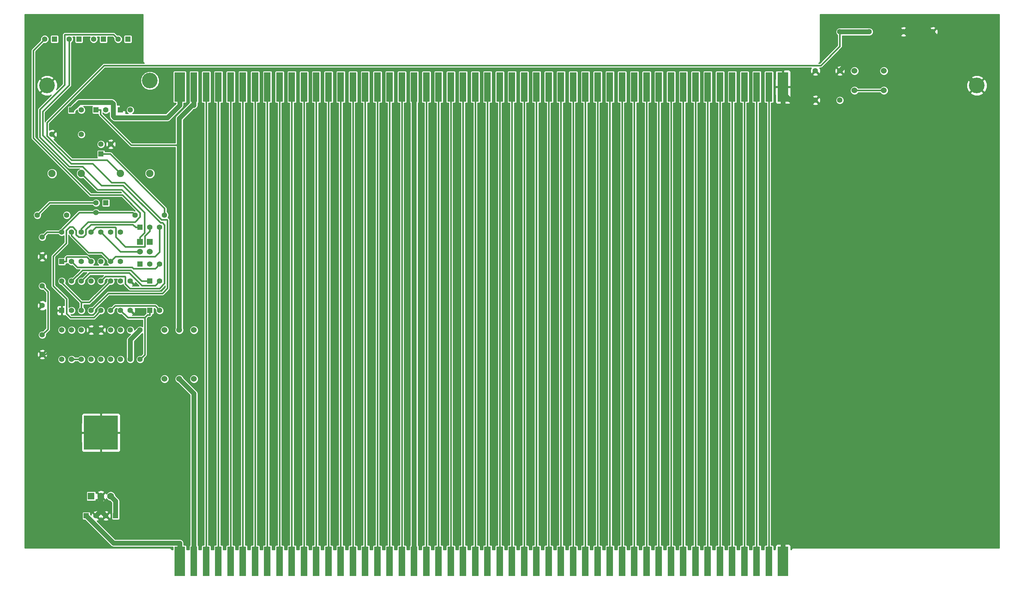
<source format=gtl>
G04 (created by PCBNEW (2013-07-07 BZR 4022)-stable) date 13/10/2017 14:23:44*
%MOIN*%
G04 Gerber Fmt 3.4, Leading zero omitted, Abs format*
%FSLAX34Y34*%
G01*
G70*
G90*
G04 APERTURE LIST*
%ADD10C,0.00590551*%
%ADD11C,0.06*%
%ADD12C,0.07*%
%ADD13R,0.07X0.07*%
%ADD14R,0.35X0.35*%
%ADD15R,0.055X0.055*%
%ADD16C,0.055*%
%ADD17C,0.16*%
%ADD18R,0.11X0.3*%
%ADD19R,0.07X0.3*%
%ADD20R,0.06X0.06*%
%ADD21C,0.075*%
%ADD22C,0.051*%
%ADD23C,0.017*%
%ADD24C,0.024*%
%ADD25C,0.01*%
G04 APERTURE END LIST*
G54D10*
G54D11*
X90000Y-21000D03*
X90000Y-19000D03*
X93000Y-21000D03*
X93000Y-19000D03*
G54D12*
X14000Y-62500D03*
G54D13*
X12000Y-62500D03*
G54D12*
X13000Y-62500D03*
G54D14*
X13000Y-56000D03*
G54D15*
X11500Y-64500D03*
G54D16*
X12500Y-64500D03*
G54D15*
X14500Y-64500D03*
G54D16*
X13500Y-64500D03*
G54D17*
X7500Y-20500D03*
X102500Y-20500D03*
G54D18*
X21050Y-69150D03*
G54D19*
X22500Y-69150D03*
X23750Y-69150D03*
X25000Y-69150D03*
X26250Y-69150D03*
X27500Y-69150D03*
X28750Y-69150D03*
X30000Y-69150D03*
X31250Y-69150D03*
X32500Y-69150D03*
X33750Y-69150D03*
X35000Y-69150D03*
X36250Y-69150D03*
X37500Y-69150D03*
X38750Y-69150D03*
X40000Y-69150D03*
X41250Y-69150D03*
X42500Y-69150D03*
X43750Y-69150D03*
X45000Y-69150D03*
X46250Y-69150D03*
X47500Y-69150D03*
X48750Y-69150D03*
X50000Y-69150D03*
X51250Y-69150D03*
X52500Y-69150D03*
X53750Y-69150D03*
X55000Y-69150D03*
X56250Y-69150D03*
X57500Y-69150D03*
X58750Y-69150D03*
X60000Y-69150D03*
X61250Y-69150D03*
X62500Y-69150D03*
X63750Y-69150D03*
X65000Y-69150D03*
X66250Y-69150D03*
X67500Y-69150D03*
X68750Y-69150D03*
X70000Y-69150D03*
X71250Y-69150D03*
X72500Y-69150D03*
X73750Y-69150D03*
X75000Y-69150D03*
X76250Y-69150D03*
X77500Y-69150D03*
X78750Y-69150D03*
X80000Y-69150D03*
X81250Y-69150D03*
G54D18*
X82700Y-69150D03*
G54D16*
X7000Y-36000D03*
X7000Y-38000D03*
X7000Y-46000D03*
X7000Y-48000D03*
X7000Y-41000D03*
X7000Y-43000D03*
G54D18*
X21050Y-20650D03*
G54D19*
X22500Y-20650D03*
X23750Y-20650D03*
X25000Y-20650D03*
X26250Y-20650D03*
X27500Y-20650D03*
X28750Y-20650D03*
X30000Y-20650D03*
X31250Y-20650D03*
X32500Y-20650D03*
X33750Y-20650D03*
X35000Y-20650D03*
X36250Y-20650D03*
X37500Y-20650D03*
X38750Y-20650D03*
X40000Y-20650D03*
X41250Y-20650D03*
X42500Y-20650D03*
X43750Y-20650D03*
X45000Y-20650D03*
X46250Y-20650D03*
X47500Y-20650D03*
X48750Y-20650D03*
X50000Y-20650D03*
X51250Y-20650D03*
X52500Y-20650D03*
X53750Y-20650D03*
X55000Y-20650D03*
X56250Y-20650D03*
X57500Y-20650D03*
X58750Y-20650D03*
X60000Y-20650D03*
X61250Y-20650D03*
X62500Y-20650D03*
X63750Y-20650D03*
X65000Y-20650D03*
X66250Y-20650D03*
X67500Y-20650D03*
X68750Y-20650D03*
X70000Y-20650D03*
X71250Y-20650D03*
X72500Y-20650D03*
X73750Y-20650D03*
X75000Y-20650D03*
X76250Y-20650D03*
X77500Y-20650D03*
X78750Y-20650D03*
X80000Y-20650D03*
X81250Y-20650D03*
G54D18*
X82700Y-20650D03*
G54D15*
X9000Y-38500D03*
G54D16*
X10000Y-38500D03*
X11000Y-38500D03*
X12000Y-38500D03*
X13000Y-38500D03*
X14000Y-38500D03*
X15000Y-38500D03*
X15000Y-35500D03*
X14000Y-35500D03*
X13000Y-35500D03*
X12000Y-35500D03*
X11000Y-35500D03*
X10000Y-35500D03*
X9000Y-35500D03*
G54D15*
X9000Y-43500D03*
G54D16*
X10000Y-43500D03*
X11000Y-43500D03*
X12000Y-43500D03*
X13000Y-43500D03*
X14000Y-43500D03*
X15000Y-43500D03*
X16000Y-43500D03*
X16000Y-40500D03*
X15000Y-40500D03*
X14000Y-40500D03*
X13000Y-40500D03*
X12000Y-40500D03*
X11000Y-40500D03*
X10000Y-40500D03*
X9000Y-40500D03*
G54D17*
X18000Y-20000D03*
G54D15*
X18000Y-43500D03*
G54D16*
X19000Y-43500D03*
G54D15*
X18000Y-40500D03*
G54D16*
X19000Y-40500D03*
G54D15*
X8250Y-15750D03*
G54D16*
X7250Y-15750D03*
G54D15*
X10000Y-23000D03*
G54D16*
X11000Y-23000D03*
G54D15*
X12500Y-23000D03*
G54D16*
X13500Y-23000D03*
G54D15*
X15000Y-23000D03*
G54D16*
X16000Y-23000D03*
G54D15*
X10750Y-15750D03*
G54D16*
X9750Y-15750D03*
G54D15*
X15750Y-15750D03*
G54D16*
X14750Y-15750D03*
G54D15*
X13250Y-15750D03*
G54D16*
X12250Y-15750D03*
G54D20*
X18000Y-36500D03*
G54D11*
X18000Y-37500D03*
G54D20*
X17000Y-36500D03*
G54D11*
X17000Y-37500D03*
G54D16*
X15000Y-48500D03*
X15000Y-45500D03*
X13000Y-48500D03*
X13000Y-45500D03*
X14000Y-45500D03*
X14000Y-48500D03*
X12000Y-48500D03*
X12000Y-45500D03*
X11000Y-48500D03*
X11000Y-45500D03*
X10000Y-48500D03*
X10000Y-45500D03*
X9000Y-48500D03*
X9000Y-45500D03*
G54D21*
X11000Y-29500D03*
X8000Y-29500D03*
X18000Y-29500D03*
X15000Y-29500D03*
G54D16*
X88500Y-22000D03*
X88500Y-19000D03*
G54D11*
X21000Y-45500D03*
X21000Y-50500D03*
X19500Y-45500D03*
X19500Y-50500D03*
X22500Y-50500D03*
X22500Y-45500D03*
G54D16*
X86000Y-22000D03*
X86000Y-19000D03*
X91500Y-15000D03*
X88500Y-15000D03*
X95000Y-15000D03*
X98000Y-15000D03*
X17000Y-45500D03*
X17000Y-48500D03*
X16000Y-45500D03*
X16000Y-48500D03*
X11000Y-25500D03*
X8000Y-25500D03*
G54D15*
X13500Y-32500D03*
G54D16*
X12500Y-32500D03*
X12500Y-33500D03*
X6500Y-33750D03*
X9500Y-33750D03*
X16500Y-33750D03*
X19500Y-33750D03*
G54D15*
X17000Y-35000D03*
G54D16*
X18000Y-35000D03*
X19000Y-35000D03*
G54D15*
X17000Y-38750D03*
G54D16*
X18000Y-38750D03*
X19000Y-38750D03*
G54D15*
X13000Y-27500D03*
G54D16*
X13000Y-26500D03*
X14000Y-26500D03*
G54D22*
X22500Y-52000D02*
X22500Y-69150D01*
X21000Y-50500D02*
X22500Y-52000D01*
X14292Y-67292D02*
X11500Y-64500D01*
X21050Y-67292D02*
X14292Y-67292D01*
X21050Y-69150D02*
X21050Y-67292D01*
X45000Y-20650D02*
X45000Y-69150D01*
G54D23*
X66250Y-20650D02*
X66250Y-69150D01*
X61250Y-20650D02*
X61250Y-69150D01*
X60000Y-20650D02*
X60000Y-69150D01*
X40000Y-20650D02*
X40000Y-69150D01*
X41250Y-20650D02*
X41250Y-69150D01*
X38750Y-20650D02*
X38750Y-69150D01*
X58750Y-20650D02*
X58750Y-69150D01*
X57500Y-20650D02*
X57500Y-69150D01*
X56250Y-20650D02*
X56250Y-69150D01*
X62500Y-20650D02*
X62500Y-69150D01*
X47500Y-20650D02*
X47500Y-69150D01*
X43750Y-20650D02*
X43750Y-69150D01*
X81250Y-20650D02*
X81250Y-69150D01*
X71250Y-20650D02*
X71250Y-69150D01*
X72500Y-20650D02*
X72500Y-69150D01*
X73750Y-20650D02*
X73750Y-69150D01*
X65000Y-20650D02*
X65000Y-69150D01*
X63750Y-20650D02*
X63750Y-69150D01*
X67500Y-20650D02*
X67500Y-69150D01*
X68750Y-20650D02*
X68750Y-69150D01*
X70000Y-20650D02*
X70000Y-69150D01*
X48750Y-20650D02*
X48750Y-69150D01*
G54D22*
X21000Y-26577D02*
X21000Y-45500D01*
X21000Y-23841D02*
X21000Y-26577D01*
X22333Y-22508D02*
X21000Y-23841D01*
X22500Y-22508D02*
X22333Y-22508D01*
X22500Y-20650D02*
X22500Y-22508D01*
G54D23*
X16077Y-26577D02*
X21000Y-26577D01*
X12963Y-23463D02*
X16077Y-26577D01*
X12963Y-23000D02*
X12963Y-23463D01*
X12500Y-23000D02*
X12963Y-23000D01*
G54D22*
X10779Y-22221D02*
X10000Y-23000D01*
X14100Y-22221D02*
X10779Y-22221D01*
X14248Y-22369D02*
X14100Y-22221D01*
X14248Y-23626D02*
X14248Y-22369D01*
X14396Y-23774D02*
X14248Y-23626D01*
X19784Y-23774D02*
X14396Y-23774D01*
X21050Y-22508D02*
X19784Y-23774D01*
X21050Y-20650D02*
X21050Y-22508D01*
G54D23*
X46250Y-20650D02*
X46250Y-69150D01*
X35000Y-20650D02*
X35000Y-69150D01*
X50000Y-20650D02*
X50000Y-69150D01*
X36250Y-20650D02*
X36250Y-69150D01*
X53750Y-20650D02*
X53750Y-69150D01*
X55000Y-20650D02*
X55000Y-69150D01*
X42500Y-20650D02*
X42500Y-69150D01*
X37500Y-20650D02*
X37500Y-69150D01*
X25000Y-69150D02*
X25000Y-20650D01*
X26250Y-20650D02*
X26250Y-69150D01*
X27500Y-20650D02*
X27500Y-69150D01*
X28750Y-20650D02*
X28750Y-69150D01*
X30000Y-20650D02*
X30000Y-69150D01*
X31250Y-20650D02*
X31250Y-69150D01*
X32500Y-20650D02*
X32500Y-69150D01*
X33750Y-20650D02*
X33750Y-69150D01*
X23750Y-20650D02*
X23750Y-69150D01*
X52500Y-20650D02*
X52500Y-69150D01*
X51250Y-20650D02*
X51250Y-69150D01*
X80000Y-20650D02*
X80000Y-69150D01*
X77500Y-20650D02*
X77500Y-69150D01*
X75000Y-20650D02*
X75000Y-69150D01*
X78750Y-20650D02*
X78750Y-69150D01*
X76250Y-20650D02*
X76250Y-69150D01*
G54D24*
X19263Y-20028D02*
X19159Y-20132D01*
G54D22*
X82700Y-21274D02*
X82700Y-69150D01*
X95000Y-15000D02*
X98000Y-15000D01*
X13000Y-64000D02*
X13500Y-64500D01*
X98000Y-16000D02*
X102500Y-20500D01*
X98000Y-15000D02*
X98000Y-16000D01*
X13000Y-45500D02*
X12000Y-45500D01*
X13000Y-64000D02*
X12500Y-64500D01*
X13000Y-62500D02*
X13000Y-64000D01*
G54D24*
X20364Y-18927D02*
X19263Y-20028D01*
X82700Y-18927D02*
X20364Y-18927D01*
X82700Y-20650D02*
X82700Y-18927D01*
G54D22*
X82700Y-21274D02*
X82700Y-20650D01*
X7000Y-48013D02*
X7000Y-48000D01*
X83426Y-22000D02*
X82700Y-21274D01*
X86000Y-22000D02*
X83426Y-22000D01*
X92500Y-15000D02*
X95000Y-15000D01*
X88500Y-19000D02*
X92500Y-15000D01*
X19263Y-20572D02*
X19263Y-20028D01*
X18378Y-21457D02*
X19263Y-20572D01*
X16543Y-21457D02*
X18378Y-21457D01*
X15000Y-23000D02*
X16543Y-21457D01*
G54D23*
X9000Y-43963D02*
X9842Y-44805D01*
X9000Y-43500D02*
X9000Y-43963D01*
X11305Y-44805D02*
X9842Y-44805D01*
X12000Y-45500D02*
X11305Y-44805D01*
X7334Y-48000D02*
X7000Y-48000D01*
X9500Y-45834D02*
X7334Y-48000D01*
X9500Y-45147D02*
X9500Y-45834D01*
X9842Y-44805D02*
X9500Y-45147D01*
X6479Y-42479D02*
X7000Y-43000D01*
X6479Y-38521D02*
X6479Y-42479D01*
X7000Y-38000D02*
X6479Y-38521D01*
X9536Y-27036D02*
X8000Y-25500D01*
X13464Y-27036D02*
X9536Y-27036D01*
X14000Y-26500D02*
X13464Y-27036D01*
X12500Y-35000D02*
X12000Y-35500D01*
X14453Y-35000D02*
X12500Y-35000D01*
X14501Y-35048D02*
X14453Y-35000D01*
X14501Y-36000D02*
X14501Y-35048D01*
X15490Y-36989D02*
X14501Y-36000D01*
X17463Y-36989D02*
X15490Y-36989D01*
X17500Y-36952D02*
X17463Y-36989D01*
X17500Y-35899D02*
X17500Y-36952D01*
X18000Y-35399D02*
X17500Y-35899D01*
X18000Y-35000D02*
X18000Y-35399D01*
X10593Y-39093D02*
X10000Y-38500D01*
X16197Y-39093D02*
X10593Y-39093D01*
X16318Y-39214D02*
X16197Y-39093D01*
X18536Y-39214D02*
X16318Y-39214D01*
X19000Y-38750D02*
X18536Y-39214D01*
X11537Y-38037D02*
X12000Y-38500D01*
X9511Y-38037D02*
X11537Y-38037D01*
X9463Y-38085D02*
X9511Y-38037D01*
X9463Y-38500D02*
X9463Y-38085D01*
X9000Y-38500D02*
X9463Y-38500D01*
X19500Y-33063D02*
X19500Y-33750D01*
X13937Y-27500D02*
X19500Y-33063D01*
X13000Y-27500D02*
X13937Y-27500D01*
X13071Y-37571D02*
X14000Y-38500D01*
X11716Y-37571D02*
X13071Y-37571D01*
X10000Y-35855D02*
X11716Y-37571D01*
X10000Y-35500D02*
X10000Y-35855D01*
X14497Y-38003D02*
X14000Y-38500D01*
X18516Y-38003D02*
X14497Y-38003D01*
X19000Y-37519D02*
X18516Y-38003D01*
X19000Y-35000D02*
X19000Y-37519D01*
X12274Y-44226D02*
X13000Y-43500D01*
X9877Y-44226D02*
X12274Y-44226D01*
X9474Y-43823D02*
X9877Y-44226D01*
X9474Y-42335D02*
X9474Y-43823D01*
X8129Y-40990D02*
X9474Y-42335D01*
X8129Y-37939D02*
X8129Y-40990D01*
X9463Y-36605D02*
X8129Y-37939D01*
X9463Y-35306D02*
X9463Y-36605D01*
X9807Y-34962D02*
X9463Y-35306D01*
X10116Y-34962D02*
X9807Y-34962D01*
X10463Y-35309D02*
X10116Y-34962D01*
X10463Y-35738D02*
X10463Y-35309D01*
X10726Y-36001D02*
X10463Y-35738D01*
X11192Y-36001D02*
X10726Y-36001D01*
X11463Y-35730D02*
X11192Y-36001D01*
X11463Y-35234D02*
X11463Y-35730D01*
X11970Y-34727D02*
X11463Y-35234D01*
X16264Y-34727D02*
X11970Y-34727D01*
X16537Y-35000D02*
X16264Y-34727D01*
X17000Y-35000D02*
X16537Y-35000D01*
X18536Y-43036D02*
X19000Y-43500D01*
X14464Y-43036D02*
X18536Y-43036D01*
X14000Y-43500D02*
X14464Y-43036D01*
X15736Y-44236D02*
X15000Y-43500D01*
X17483Y-44236D02*
X15736Y-44236D01*
X17483Y-48017D02*
X17483Y-44236D01*
X17000Y-48500D02*
X17483Y-48017D01*
X17756Y-43963D02*
X17483Y-44236D01*
X18000Y-43963D02*
X17756Y-43963D01*
X18000Y-43500D02*
X18000Y-43963D01*
X14287Y-15287D02*
X14750Y-15750D01*
X9324Y-15287D02*
X14287Y-15287D01*
X9276Y-15335D02*
X9324Y-15287D01*
X9276Y-20430D02*
X9276Y-15335D01*
X6762Y-22944D02*
X9276Y-20430D01*
X6762Y-25775D02*
X6762Y-22944D01*
X9759Y-28772D02*
X6762Y-25775D01*
X11124Y-28772D02*
X9759Y-28772D01*
X13058Y-30706D02*
X11124Y-28772D01*
X15262Y-30706D02*
X13058Y-30706D01*
X19076Y-34520D02*
X15262Y-30706D01*
X19271Y-34520D02*
X19076Y-34520D01*
X19491Y-34740D02*
X19271Y-34520D01*
X19491Y-40719D02*
X19491Y-34740D01*
X18972Y-41238D02*
X19491Y-40719D01*
X15948Y-41238D02*
X18972Y-41238D01*
X15488Y-40778D02*
X15948Y-41238D01*
X15488Y-40084D02*
X15488Y-40778D01*
X15440Y-40036D02*
X15488Y-40084D01*
X13464Y-40036D02*
X15440Y-40036D01*
X13000Y-40500D02*
X13464Y-40036D01*
X9750Y-20441D02*
X9750Y-15750D01*
X7036Y-23155D02*
X9750Y-20441D01*
X7036Y-25576D02*
X7036Y-23155D01*
X9958Y-28498D02*
X7036Y-25576D01*
X12141Y-28498D02*
X9958Y-28498D01*
X14075Y-30432D02*
X12141Y-28498D01*
X15375Y-30432D02*
X14075Y-30432D01*
X19170Y-34227D02*
X15375Y-30432D01*
X19748Y-34227D02*
X19170Y-34227D01*
X19796Y-34275D02*
X19748Y-34227D01*
X19796Y-41232D02*
X19796Y-34275D01*
X19278Y-41750D02*
X19796Y-41232D01*
X13750Y-41750D02*
X19278Y-41750D01*
X12000Y-43500D02*
X13750Y-41750D01*
X11000Y-35144D02*
X11000Y-35500D01*
X11690Y-34454D02*
X11000Y-35144D01*
X16470Y-34454D02*
X11690Y-34454D01*
X16998Y-33926D02*
X16470Y-34454D01*
X16998Y-33517D02*
X16998Y-33926D01*
X15175Y-31694D02*
X16998Y-33517D01*
X11923Y-31694D02*
X15175Y-31694D01*
X6093Y-25864D02*
X11923Y-31694D01*
X6093Y-16907D02*
X6093Y-25864D01*
X7250Y-15750D02*
X6093Y-16907D01*
X18000Y-40500D02*
X17537Y-40500D01*
X11105Y-39395D02*
X10000Y-40500D01*
X16045Y-39395D02*
X11105Y-39395D01*
X17150Y-40500D02*
X16045Y-39395D01*
X17537Y-40500D02*
X17150Y-40500D01*
X11831Y-39669D02*
X11000Y-40500D01*
X15875Y-39669D02*
X11831Y-39669D01*
X17170Y-40964D02*
X15875Y-39669D01*
X18536Y-40964D02*
X17170Y-40964D01*
X19000Y-40500D02*
X18536Y-40964D01*
X17000Y-36500D02*
X17000Y-36012D01*
X17464Y-35548D02*
X17000Y-36012D01*
X17464Y-33502D02*
X17464Y-35548D01*
X15110Y-31148D02*
X17464Y-33502D01*
X12648Y-31148D02*
X15110Y-31148D01*
X11000Y-29500D02*
X12648Y-31148D01*
X15000Y-37500D02*
X13000Y-35500D01*
X17000Y-37500D02*
X15000Y-37500D01*
X7750Y-32500D02*
X6500Y-33750D01*
X12500Y-32500D02*
X7750Y-32500D01*
X93000Y-21000D02*
X90000Y-21000D01*
G54D22*
X14500Y-63000D02*
X14500Y-64500D01*
X14000Y-62500D02*
X14500Y-63000D01*
X16000Y-46500D02*
X17000Y-45500D01*
X16000Y-48500D02*
X16000Y-46500D01*
G54D23*
X11000Y-42670D02*
X11000Y-43500D01*
X11830Y-42670D02*
X11000Y-42670D01*
X14000Y-40500D02*
X11830Y-42670D01*
X11000Y-48500D02*
X10000Y-48500D01*
X9000Y-40670D02*
X11000Y-42670D01*
X9000Y-40500D02*
X9000Y-40670D01*
X13629Y-28129D02*
X15000Y-29500D01*
X9975Y-28129D02*
X13629Y-28129D01*
X7493Y-25647D02*
X9975Y-28129D01*
X7493Y-24281D02*
X7493Y-25647D01*
X13328Y-18446D02*
X7493Y-24281D01*
X86539Y-18446D02*
X13328Y-18446D01*
X88500Y-16485D02*
X86539Y-18446D01*
X88500Y-15000D02*
X88500Y-16485D01*
G54D22*
X88500Y-15000D02*
X91500Y-15000D01*
G54D23*
X16250Y-33500D02*
X16500Y-33750D01*
X12500Y-33500D02*
X16250Y-33500D01*
X7592Y-41592D02*
X7000Y-41000D01*
X7592Y-45408D02*
X7592Y-41592D01*
X7000Y-46000D02*
X7592Y-45408D01*
X7500Y-35500D02*
X7000Y-36000D01*
X9000Y-35500D02*
X7500Y-35500D01*
X9000Y-35276D02*
X9000Y-35500D01*
X10776Y-33500D02*
X9000Y-35276D01*
X12500Y-33500D02*
X10776Y-33500D01*
G54D10*
G36*
X15071Y-38500D02*
X15000Y-38571D01*
X14929Y-38500D01*
X15000Y-38429D01*
X15071Y-38500D01*
X15071Y-38500D01*
G37*
G54D25*
X15071Y-38500D02*
X15000Y-38571D01*
X14929Y-38500D01*
X15000Y-38429D01*
X15071Y-38500D01*
G54D10*
G36*
X16877Y-41003D02*
X16168Y-41003D01*
X16272Y-40960D01*
X16297Y-40868D01*
X16035Y-40606D01*
X16000Y-40571D01*
X15929Y-40500D01*
X16000Y-40429D01*
X16071Y-40500D01*
X16106Y-40535D01*
X16368Y-40797D01*
X16460Y-40772D01*
X16508Y-40634D01*
X16877Y-41003D01*
X16877Y-41003D01*
G37*
G54D25*
X16877Y-41003D02*
X16168Y-41003D01*
X16272Y-40960D01*
X16297Y-40868D01*
X16035Y-40606D01*
X16000Y-40571D01*
X15929Y-40500D01*
X16000Y-40429D01*
X16071Y-40500D01*
X16106Y-40535D01*
X16368Y-40797D01*
X16460Y-40772D01*
X16508Y-40634D01*
X16877Y-41003D01*
G54D10*
G36*
X17577Y-43809D02*
X17386Y-44001D01*
X16173Y-44001D01*
X16272Y-43960D01*
X16297Y-43868D01*
X16035Y-43606D01*
X16000Y-43571D01*
X15929Y-43500D01*
X16000Y-43429D01*
X16071Y-43500D01*
X16106Y-43535D01*
X16368Y-43797D01*
X16460Y-43772D01*
X16530Y-43576D01*
X16518Y-43368D01*
X16477Y-43271D01*
X17576Y-43271D01*
X17576Y-43805D01*
X17577Y-43809D01*
X17577Y-43809D01*
G37*
G54D25*
X17577Y-43809D02*
X17386Y-44001D01*
X16173Y-44001D01*
X16272Y-43960D01*
X16297Y-43868D01*
X16035Y-43606D01*
X16000Y-43571D01*
X15929Y-43500D01*
X16000Y-43429D01*
X16071Y-43500D01*
X16106Y-43535D01*
X16368Y-43797D01*
X16460Y-43772D01*
X16530Y-43576D01*
X16518Y-43368D01*
X16477Y-43271D01*
X17576Y-43271D01*
X17576Y-43805D01*
X17577Y-43809D01*
G54D10*
G36*
X104775Y-67775D02*
X103550Y-67775D01*
X103550Y-20702D01*
X103547Y-20284D01*
X103393Y-19912D01*
X103247Y-19824D01*
X103176Y-19895D01*
X103176Y-19753D01*
X103088Y-19607D01*
X102702Y-19450D01*
X102284Y-19453D01*
X101912Y-19607D01*
X101824Y-19753D01*
X102500Y-20429D01*
X103176Y-19753D01*
X103176Y-19895D01*
X102571Y-20500D01*
X103247Y-21176D01*
X103393Y-21088D01*
X103550Y-20702D01*
X103550Y-67775D01*
X103176Y-67775D01*
X103176Y-21247D01*
X102500Y-20571D01*
X102429Y-20642D01*
X102429Y-20500D01*
X101753Y-19824D01*
X101607Y-19912D01*
X101450Y-20298D01*
X101453Y-20716D01*
X101607Y-21088D01*
X101753Y-21176D01*
X102429Y-20500D01*
X102429Y-20642D01*
X101824Y-21247D01*
X101912Y-21393D01*
X102298Y-21550D01*
X102716Y-21547D01*
X103088Y-21393D01*
X103176Y-21247D01*
X103176Y-67775D01*
X98530Y-67775D01*
X98530Y-15076D01*
X98518Y-14868D01*
X98460Y-14728D01*
X98368Y-14703D01*
X98297Y-14774D01*
X98297Y-14632D01*
X98272Y-14540D01*
X98076Y-14470D01*
X97868Y-14482D01*
X97728Y-14540D01*
X97703Y-14632D01*
X98000Y-14929D01*
X98297Y-14632D01*
X98297Y-14774D01*
X98071Y-15000D01*
X98368Y-15297D01*
X98460Y-15272D01*
X98530Y-15076D01*
X98530Y-67775D01*
X98297Y-67775D01*
X98297Y-15368D01*
X98000Y-15071D01*
X97929Y-15142D01*
X97929Y-15000D01*
X97632Y-14703D01*
X97540Y-14728D01*
X97470Y-14924D01*
X97482Y-15132D01*
X97540Y-15272D01*
X97632Y-15297D01*
X97929Y-15000D01*
X97929Y-15142D01*
X97703Y-15368D01*
X97728Y-15460D01*
X97924Y-15530D01*
X98132Y-15518D01*
X98272Y-15460D01*
X98297Y-15368D01*
X98297Y-67775D01*
X95530Y-67775D01*
X95530Y-15076D01*
X95518Y-14868D01*
X95460Y-14728D01*
X95368Y-14703D01*
X95297Y-14774D01*
X95297Y-14632D01*
X95272Y-14540D01*
X95076Y-14470D01*
X94868Y-14482D01*
X94728Y-14540D01*
X94703Y-14632D01*
X95000Y-14929D01*
X95297Y-14632D01*
X95297Y-14774D01*
X95071Y-15000D01*
X95368Y-15297D01*
X95460Y-15272D01*
X95530Y-15076D01*
X95530Y-67775D01*
X95297Y-67775D01*
X95297Y-15368D01*
X95000Y-15071D01*
X94929Y-15142D01*
X94929Y-15000D01*
X94632Y-14703D01*
X94540Y-14728D01*
X94470Y-14924D01*
X94482Y-15132D01*
X94540Y-15272D01*
X94632Y-15297D01*
X94929Y-15000D01*
X94929Y-15142D01*
X94703Y-15368D01*
X94728Y-15460D01*
X94924Y-15530D01*
X95132Y-15518D01*
X95272Y-15460D01*
X95297Y-15368D01*
X95297Y-67775D01*
X93449Y-67775D01*
X93449Y-21090D01*
X93449Y-20911D01*
X93449Y-19090D01*
X93449Y-18911D01*
X93381Y-18746D01*
X93255Y-18620D01*
X93090Y-18551D01*
X92911Y-18551D01*
X92746Y-18619D01*
X92620Y-18745D01*
X92551Y-18910D01*
X92551Y-19089D01*
X92619Y-19254D01*
X92745Y-19380D01*
X92910Y-19449D01*
X93089Y-19449D01*
X93254Y-19381D01*
X93380Y-19255D01*
X93449Y-19090D01*
X93449Y-20911D01*
X93381Y-20746D01*
X93255Y-20620D01*
X93090Y-20551D01*
X92911Y-20551D01*
X92746Y-20619D01*
X92620Y-20745D01*
X92611Y-20765D01*
X90449Y-20765D01*
X90449Y-19090D01*
X90449Y-18911D01*
X90381Y-18746D01*
X90255Y-18620D01*
X90090Y-18551D01*
X89911Y-18551D01*
X89746Y-18619D01*
X89620Y-18745D01*
X89551Y-18910D01*
X89551Y-19089D01*
X89619Y-19254D01*
X89745Y-19380D01*
X89910Y-19449D01*
X90089Y-19449D01*
X90254Y-19381D01*
X90380Y-19255D01*
X90449Y-19090D01*
X90449Y-20765D01*
X90388Y-20765D01*
X90381Y-20746D01*
X90255Y-20620D01*
X90090Y-20551D01*
X89911Y-20551D01*
X89746Y-20619D01*
X89620Y-20745D01*
X89551Y-20910D01*
X89551Y-21089D01*
X89619Y-21254D01*
X89745Y-21380D01*
X89910Y-21449D01*
X90089Y-21449D01*
X90254Y-21381D01*
X90380Y-21255D01*
X90388Y-21235D01*
X92611Y-21235D01*
X92619Y-21254D01*
X92745Y-21380D01*
X92910Y-21449D01*
X93089Y-21449D01*
X93254Y-21381D01*
X93380Y-21255D01*
X93449Y-21090D01*
X93449Y-67775D01*
X89030Y-67775D01*
X89030Y-19076D01*
X89018Y-18868D01*
X88960Y-18728D01*
X88868Y-18703D01*
X88797Y-18774D01*
X88797Y-18632D01*
X88772Y-18540D01*
X88576Y-18470D01*
X88368Y-18482D01*
X88228Y-18540D01*
X88203Y-18632D01*
X88500Y-18929D01*
X88797Y-18632D01*
X88797Y-18774D01*
X88571Y-19000D01*
X88868Y-19297D01*
X88960Y-19272D01*
X89030Y-19076D01*
X89030Y-67775D01*
X88925Y-67775D01*
X88925Y-22085D01*
X88925Y-21916D01*
X88861Y-21760D01*
X88797Y-21696D01*
X88797Y-19368D01*
X88500Y-19071D01*
X88429Y-19142D01*
X88429Y-19000D01*
X88132Y-18703D01*
X88040Y-18728D01*
X87970Y-18924D01*
X87982Y-19132D01*
X88040Y-19272D01*
X88132Y-19297D01*
X88429Y-19000D01*
X88429Y-19142D01*
X88203Y-19368D01*
X88228Y-19460D01*
X88424Y-19530D01*
X88632Y-19518D01*
X88772Y-19460D01*
X88797Y-19368D01*
X88797Y-21696D01*
X88741Y-21640D01*
X88585Y-21575D01*
X88416Y-21575D01*
X88260Y-21639D01*
X88140Y-21759D01*
X88075Y-21915D01*
X88075Y-22084D01*
X88139Y-22240D01*
X88259Y-22360D01*
X88415Y-22425D01*
X88584Y-22425D01*
X88740Y-22361D01*
X88860Y-22241D01*
X88925Y-22085D01*
X88925Y-67775D01*
X86530Y-67775D01*
X86530Y-22076D01*
X86518Y-21868D01*
X86460Y-21728D01*
X86368Y-21703D01*
X86297Y-21774D01*
X86297Y-21632D01*
X86297Y-19368D01*
X86000Y-19071D01*
X85929Y-19142D01*
X85703Y-19368D01*
X85728Y-19460D01*
X85924Y-19530D01*
X86132Y-19518D01*
X86272Y-19460D01*
X86297Y-19368D01*
X86297Y-21632D01*
X86272Y-21540D01*
X86076Y-21470D01*
X85868Y-21482D01*
X85728Y-21540D01*
X85703Y-21632D01*
X86000Y-21929D01*
X86297Y-21632D01*
X86297Y-21774D01*
X86071Y-22000D01*
X86368Y-22297D01*
X86460Y-22272D01*
X86530Y-22076D01*
X86530Y-67775D01*
X86297Y-67775D01*
X86297Y-22368D01*
X86000Y-22071D01*
X85929Y-22142D01*
X85929Y-22000D01*
X85632Y-21703D01*
X85540Y-21728D01*
X85470Y-21924D01*
X85482Y-22132D01*
X85540Y-22272D01*
X85632Y-22297D01*
X85929Y-22000D01*
X85929Y-22142D01*
X85703Y-22368D01*
X85728Y-22460D01*
X85924Y-22530D01*
X86132Y-22518D01*
X86272Y-22460D01*
X86297Y-22368D01*
X86297Y-67775D01*
X83750Y-67775D01*
X83664Y-67792D01*
X83591Y-67841D01*
X83542Y-67914D01*
X83534Y-67950D01*
X83500Y-67950D01*
X83500Y-20762D01*
X83500Y-20538D01*
X83499Y-19199D01*
X83499Y-19100D01*
X83461Y-19009D01*
X83391Y-18939D01*
X83299Y-18901D01*
X82812Y-18900D01*
X82750Y-18962D01*
X82750Y-20600D01*
X83438Y-20600D01*
X83500Y-20538D01*
X83500Y-20762D01*
X83438Y-20700D01*
X82750Y-20700D01*
X82750Y-22338D01*
X82812Y-22400D01*
X83299Y-22399D01*
X83391Y-22361D01*
X83461Y-22291D01*
X83499Y-22200D01*
X83499Y-22101D01*
X83500Y-20762D01*
X83500Y-67950D01*
X83499Y-67950D01*
X83499Y-67699D01*
X83499Y-67600D01*
X83461Y-67509D01*
X83391Y-67439D01*
X83299Y-67401D01*
X82812Y-67400D01*
X82750Y-67462D01*
X82750Y-67950D01*
X82650Y-67950D01*
X82650Y-67462D01*
X82650Y-22338D01*
X82650Y-20700D01*
X82650Y-20600D01*
X82650Y-18962D01*
X82588Y-18900D01*
X82101Y-18901D01*
X82009Y-18939D01*
X81939Y-19009D01*
X81901Y-19100D01*
X81901Y-19199D01*
X81900Y-20538D01*
X81962Y-20600D01*
X82650Y-20600D01*
X82650Y-20700D01*
X81962Y-20700D01*
X81900Y-20762D01*
X81901Y-22101D01*
X81901Y-22200D01*
X81939Y-22291D01*
X82009Y-22361D01*
X82101Y-22399D01*
X82588Y-22400D01*
X82650Y-22338D01*
X82650Y-67462D01*
X82588Y-67400D01*
X82101Y-67401D01*
X82009Y-67439D01*
X81939Y-67509D01*
X81901Y-67600D01*
X81901Y-67699D01*
X81900Y-67950D01*
X81749Y-67950D01*
X81749Y-67620D01*
X81726Y-67565D01*
X81684Y-67523D01*
X81629Y-67501D01*
X81570Y-67501D01*
X81485Y-67501D01*
X81485Y-22299D01*
X81630Y-22299D01*
X81685Y-22276D01*
X81727Y-22234D01*
X81749Y-22179D01*
X81749Y-22120D01*
X81749Y-19120D01*
X81726Y-19065D01*
X81684Y-19023D01*
X81629Y-19001D01*
X81570Y-19001D01*
X80870Y-19001D01*
X80815Y-19024D01*
X80773Y-19066D01*
X80751Y-19121D01*
X80751Y-19180D01*
X80751Y-22180D01*
X80774Y-22235D01*
X80816Y-22277D01*
X80871Y-22299D01*
X80930Y-22299D01*
X81015Y-22299D01*
X81015Y-67501D01*
X80870Y-67501D01*
X80815Y-67524D01*
X80773Y-67566D01*
X80751Y-67621D01*
X80751Y-67680D01*
X80751Y-67950D01*
X80499Y-67950D01*
X80499Y-67620D01*
X80476Y-67565D01*
X80434Y-67523D01*
X80379Y-67501D01*
X80320Y-67501D01*
X80235Y-67501D01*
X80235Y-22299D01*
X80380Y-22299D01*
X80435Y-22276D01*
X80477Y-22234D01*
X80499Y-22179D01*
X80499Y-22120D01*
X80499Y-19120D01*
X80476Y-19065D01*
X80434Y-19023D01*
X80379Y-19001D01*
X80320Y-19001D01*
X79620Y-19001D01*
X79565Y-19024D01*
X79523Y-19066D01*
X79501Y-19121D01*
X79501Y-19180D01*
X79501Y-22180D01*
X79524Y-22235D01*
X79566Y-22277D01*
X79621Y-22299D01*
X79680Y-22299D01*
X79765Y-22299D01*
X79765Y-67501D01*
X79620Y-67501D01*
X79565Y-67524D01*
X79523Y-67566D01*
X79501Y-67621D01*
X79501Y-67680D01*
X79501Y-67950D01*
X79249Y-67950D01*
X79249Y-67620D01*
X79226Y-67565D01*
X79184Y-67523D01*
X79129Y-67501D01*
X79070Y-67501D01*
X78985Y-67501D01*
X78985Y-22299D01*
X79130Y-22299D01*
X79185Y-22276D01*
X79227Y-22234D01*
X79249Y-22179D01*
X79249Y-22120D01*
X79249Y-19120D01*
X79226Y-19065D01*
X79184Y-19023D01*
X79129Y-19001D01*
X79070Y-19001D01*
X78370Y-19001D01*
X78315Y-19024D01*
X78273Y-19066D01*
X78251Y-19121D01*
X78251Y-19180D01*
X78251Y-22180D01*
X78274Y-22235D01*
X78316Y-22277D01*
X78371Y-22299D01*
X78430Y-22299D01*
X78515Y-22299D01*
X78515Y-67501D01*
X78370Y-67501D01*
X78315Y-67524D01*
X78273Y-67566D01*
X78251Y-67621D01*
X78251Y-67680D01*
X78251Y-67950D01*
X77999Y-67950D01*
X77999Y-67620D01*
X77976Y-67565D01*
X77934Y-67523D01*
X77879Y-67501D01*
X77820Y-67501D01*
X77735Y-67501D01*
X77735Y-22299D01*
X77880Y-22299D01*
X77935Y-22276D01*
X77977Y-22234D01*
X77999Y-22179D01*
X77999Y-22120D01*
X77999Y-19120D01*
X77976Y-19065D01*
X77934Y-19023D01*
X77879Y-19001D01*
X77820Y-19001D01*
X77120Y-19001D01*
X77065Y-19024D01*
X77023Y-19066D01*
X77001Y-19121D01*
X77001Y-19180D01*
X77001Y-22180D01*
X77024Y-22235D01*
X77066Y-22277D01*
X77121Y-22299D01*
X77180Y-22299D01*
X77265Y-22299D01*
X77265Y-67501D01*
X77120Y-67501D01*
X77065Y-67524D01*
X77023Y-67566D01*
X77001Y-67621D01*
X77001Y-67680D01*
X77001Y-67950D01*
X76749Y-67950D01*
X76749Y-67620D01*
X76726Y-67565D01*
X76684Y-67523D01*
X76629Y-67501D01*
X76570Y-67501D01*
X76485Y-67501D01*
X76485Y-22299D01*
X76630Y-22299D01*
X76685Y-22276D01*
X76727Y-22234D01*
X76749Y-22179D01*
X76749Y-22120D01*
X76749Y-19120D01*
X76726Y-19065D01*
X76684Y-19023D01*
X76629Y-19001D01*
X76570Y-19001D01*
X75870Y-19001D01*
X75815Y-19024D01*
X75773Y-19066D01*
X75751Y-19121D01*
X75751Y-19180D01*
X75751Y-22180D01*
X75774Y-22235D01*
X75816Y-22277D01*
X75871Y-22299D01*
X75930Y-22299D01*
X76015Y-22299D01*
X76015Y-67501D01*
X75870Y-67501D01*
X75815Y-67524D01*
X75773Y-67566D01*
X75751Y-67621D01*
X75751Y-67680D01*
X75751Y-67950D01*
X75499Y-67950D01*
X75499Y-67620D01*
X75476Y-67565D01*
X75434Y-67523D01*
X75379Y-67501D01*
X75320Y-67501D01*
X75235Y-67501D01*
X75235Y-22299D01*
X75380Y-22299D01*
X75435Y-22276D01*
X75477Y-22234D01*
X75499Y-22179D01*
X75499Y-22120D01*
X75499Y-19120D01*
X75476Y-19065D01*
X75434Y-19023D01*
X75379Y-19001D01*
X75320Y-19001D01*
X74620Y-19001D01*
X74565Y-19024D01*
X74523Y-19066D01*
X74501Y-19121D01*
X74501Y-19180D01*
X74501Y-22180D01*
X74524Y-22235D01*
X74566Y-22277D01*
X74621Y-22299D01*
X74680Y-22299D01*
X74765Y-22299D01*
X74765Y-67501D01*
X74620Y-67501D01*
X74565Y-67524D01*
X74523Y-67566D01*
X74501Y-67621D01*
X74501Y-67680D01*
X74501Y-67950D01*
X74249Y-67950D01*
X74249Y-67620D01*
X74226Y-67565D01*
X74184Y-67523D01*
X74129Y-67501D01*
X74070Y-67501D01*
X73985Y-67501D01*
X73985Y-22299D01*
X74130Y-22299D01*
X74185Y-22276D01*
X74227Y-22234D01*
X74249Y-22179D01*
X74249Y-22120D01*
X74249Y-19120D01*
X74226Y-19065D01*
X74184Y-19023D01*
X74129Y-19001D01*
X74070Y-19001D01*
X73370Y-19001D01*
X73315Y-19024D01*
X73273Y-19066D01*
X73251Y-19121D01*
X73251Y-19180D01*
X73251Y-22180D01*
X73274Y-22235D01*
X73316Y-22277D01*
X73371Y-22299D01*
X73430Y-22299D01*
X73515Y-22299D01*
X73515Y-67501D01*
X73370Y-67501D01*
X73315Y-67524D01*
X73273Y-67566D01*
X73251Y-67621D01*
X73251Y-67680D01*
X73251Y-67950D01*
X72999Y-67950D01*
X72999Y-67620D01*
X72976Y-67565D01*
X72934Y-67523D01*
X72879Y-67501D01*
X72820Y-67501D01*
X72735Y-67501D01*
X72735Y-22299D01*
X72880Y-22299D01*
X72935Y-22276D01*
X72977Y-22234D01*
X72999Y-22179D01*
X72999Y-22120D01*
X72999Y-19120D01*
X72976Y-19065D01*
X72934Y-19023D01*
X72879Y-19001D01*
X72820Y-19001D01*
X72120Y-19001D01*
X72065Y-19024D01*
X72023Y-19066D01*
X72001Y-19121D01*
X72001Y-19180D01*
X72001Y-22180D01*
X72024Y-22235D01*
X72066Y-22277D01*
X72121Y-22299D01*
X72180Y-22299D01*
X72265Y-22299D01*
X72265Y-67501D01*
X72120Y-67501D01*
X72065Y-67524D01*
X72023Y-67566D01*
X72001Y-67621D01*
X72001Y-67680D01*
X72001Y-67950D01*
X71749Y-67950D01*
X71749Y-67620D01*
X71726Y-67565D01*
X71684Y-67523D01*
X71629Y-67501D01*
X71570Y-67501D01*
X71485Y-67501D01*
X71485Y-22299D01*
X71630Y-22299D01*
X71685Y-22276D01*
X71727Y-22234D01*
X71749Y-22179D01*
X71749Y-22120D01*
X71749Y-19120D01*
X71726Y-19065D01*
X71684Y-19023D01*
X71629Y-19001D01*
X71570Y-19001D01*
X70870Y-19001D01*
X70815Y-19024D01*
X70773Y-19066D01*
X70751Y-19121D01*
X70751Y-19180D01*
X70751Y-22180D01*
X70774Y-22235D01*
X70816Y-22277D01*
X70871Y-22299D01*
X70930Y-22299D01*
X71015Y-22299D01*
X71015Y-67501D01*
X70870Y-67501D01*
X70815Y-67524D01*
X70773Y-67566D01*
X70751Y-67621D01*
X70751Y-67680D01*
X70751Y-67950D01*
X70499Y-67950D01*
X70499Y-67620D01*
X70476Y-67565D01*
X70434Y-67523D01*
X70379Y-67501D01*
X70320Y-67501D01*
X70235Y-67501D01*
X70235Y-22299D01*
X70380Y-22299D01*
X70435Y-22276D01*
X70477Y-22234D01*
X70499Y-22179D01*
X70499Y-22120D01*
X70499Y-19120D01*
X70476Y-19065D01*
X70434Y-19023D01*
X70379Y-19001D01*
X70320Y-19001D01*
X69620Y-19001D01*
X69565Y-19024D01*
X69523Y-19066D01*
X69501Y-19121D01*
X69501Y-19180D01*
X69501Y-22180D01*
X69524Y-22235D01*
X69566Y-22277D01*
X69621Y-22299D01*
X69680Y-22299D01*
X69765Y-22299D01*
X69765Y-67501D01*
X69620Y-67501D01*
X69565Y-67524D01*
X69523Y-67566D01*
X69501Y-67621D01*
X69501Y-67680D01*
X69501Y-67950D01*
X69249Y-67950D01*
X69249Y-67620D01*
X69226Y-67565D01*
X69184Y-67523D01*
X69129Y-67501D01*
X69070Y-67501D01*
X68985Y-67501D01*
X68985Y-22299D01*
X69130Y-22299D01*
X69185Y-22276D01*
X69227Y-22234D01*
X69249Y-22179D01*
X69249Y-22120D01*
X69249Y-19120D01*
X69226Y-19065D01*
X69184Y-19023D01*
X69129Y-19001D01*
X69070Y-19001D01*
X68370Y-19001D01*
X68315Y-19024D01*
X68273Y-19066D01*
X68251Y-19121D01*
X68251Y-19180D01*
X68251Y-22180D01*
X68274Y-22235D01*
X68316Y-22277D01*
X68371Y-22299D01*
X68430Y-22299D01*
X68515Y-22299D01*
X68515Y-67501D01*
X68370Y-67501D01*
X68315Y-67524D01*
X68273Y-67566D01*
X68251Y-67621D01*
X68251Y-67680D01*
X68251Y-67950D01*
X67999Y-67950D01*
X67999Y-67620D01*
X67976Y-67565D01*
X67934Y-67523D01*
X67879Y-67501D01*
X67820Y-67501D01*
X67735Y-67501D01*
X67735Y-22299D01*
X67880Y-22299D01*
X67935Y-22276D01*
X67977Y-22234D01*
X67999Y-22179D01*
X67999Y-22120D01*
X67999Y-19120D01*
X67976Y-19065D01*
X67934Y-19023D01*
X67879Y-19001D01*
X67820Y-19001D01*
X67120Y-19001D01*
X67065Y-19024D01*
X67023Y-19066D01*
X67001Y-19121D01*
X67001Y-19180D01*
X67001Y-22180D01*
X67024Y-22235D01*
X67066Y-22277D01*
X67121Y-22299D01*
X67180Y-22299D01*
X67265Y-22299D01*
X67265Y-67501D01*
X67120Y-67501D01*
X67065Y-67524D01*
X67023Y-67566D01*
X67001Y-67621D01*
X67001Y-67680D01*
X67001Y-67950D01*
X66749Y-67950D01*
X66749Y-67620D01*
X66726Y-67565D01*
X66684Y-67523D01*
X66629Y-67501D01*
X66570Y-67501D01*
X66485Y-67501D01*
X66485Y-22299D01*
X66630Y-22299D01*
X66685Y-22276D01*
X66727Y-22234D01*
X66749Y-22179D01*
X66749Y-22120D01*
X66749Y-19120D01*
X66726Y-19065D01*
X66684Y-19023D01*
X66629Y-19001D01*
X66570Y-19001D01*
X65870Y-19001D01*
X65815Y-19024D01*
X65773Y-19066D01*
X65751Y-19121D01*
X65751Y-19180D01*
X65751Y-22180D01*
X65774Y-22235D01*
X65816Y-22277D01*
X65871Y-22299D01*
X65930Y-22299D01*
X66015Y-22299D01*
X66015Y-67501D01*
X65870Y-67501D01*
X65815Y-67524D01*
X65773Y-67566D01*
X65751Y-67621D01*
X65751Y-67680D01*
X65751Y-67950D01*
X65499Y-67950D01*
X65499Y-67620D01*
X65476Y-67565D01*
X65434Y-67523D01*
X65379Y-67501D01*
X65320Y-67501D01*
X65235Y-67501D01*
X65235Y-22299D01*
X65380Y-22299D01*
X65435Y-22276D01*
X65477Y-22234D01*
X65499Y-22179D01*
X65499Y-22120D01*
X65499Y-19120D01*
X65476Y-19065D01*
X65434Y-19023D01*
X65379Y-19001D01*
X65320Y-19001D01*
X64620Y-19001D01*
X64565Y-19024D01*
X64523Y-19066D01*
X64501Y-19121D01*
X64501Y-19180D01*
X64501Y-22180D01*
X64524Y-22235D01*
X64566Y-22277D01*
X64621Y-22299D01*
X64680Y-22299D01*
X64765Y-22299D01*
X64765Y-67501D01*
X64620Y-67501D01*
X64565Y-67524D01*
X64523Y-67566D01*
X64501Y-67621D01*
X64501Y-67680D01*
X64501Y-67950D01*
X64249Y-67950D01*
X64249Y-67620D01*
X64226Y-67565D01*
X64184Y-67523D01*
X64129Y-67501D01*
X64070Y-67501D01*
X63985Y-67501D01*
X63985Y-22299D01*
X64130Y-22299D01*
X64185Y-22276D01*
X64227Y-22234D01*
X64249Y-22179D01*
X64249Y-22120D01*
X64249Y-19120D01*
X64226Y-19065D01*
X64184Y-19023D01*
X64129Y-19001D01*
X64070Y-19001D01*
X63370Y-19001D01*
X63315Y-19024D01*
X63273Y-19066D01*
X63251Y-19121D01*
X63251Y-19180D01*
X63251Y-22180D01*
X63274Y-22235D01*
X63316Y-22277D01*
X63371Y-22299D01*
X63430Y-22299D01*
X63515Y-22299D01*
X63515Y-67501D01*
X63370Y-67501D01*
X63315Y-67524D01*
X63273Y-67566D01*
X63251Y-67621D01*
X63251Y-67680D01*
X63251Y-67950D01*
X62999Y-67950D01*
X62999Y-67620D01*
X62976Y-67565D01*
X62934Y-67523D01*
X62879Y-67501D01*
X62820Y-67501D01*
X62735Y-67501D01*
X62735Y-22299D01*
X62880Y-22299D01*
X62935Y-22276D01*
X62977Y-22234D01*
X62999Y-22179D01*
X62999Y-22120D01*
X62999Y-19120D01*
X62976Y-19065D01*
X62934Y-19023D01*
X62879Y-19001D01*
X62820Y-19001D01*
X62120Y-19001D01*
X62065Y-19024D01*
X62023Y-19066D01*
X62001Y-19121D01*
X62001Y-19180D01*
X62001Y-22180D01*
X62024Y-22235D01*
X62066Y-22277D01*
X62121Y-22299D01*
X62180Y-22299D01*
X62265Y-22299D01*
X62265Y-67501D01*
X62120Y-67501D01*
X62065Y-67524D01*
X62023Y-67566D01*
X62001Y-67621D01*
X62001Y-67680D01*
X62001Y-67950D01*
X61749Y-67950D01*
X61749Y-67620D01*
X61726Y-67565D01*
X61684Y-67523D01*
X61629Y-67501D01*
X61570Y-67501D01*
X61485Y-67501D01*
X61485Y-22299D01*
X61630Y-22299D01*
X61685Y-22276D01*
X61727Y-22234D01*
X61749Y-22179D01*
X61749Y-22120D01*
X61749Y-19120D01*
X61726Y-19065D01*
X61684Y-19023D01*
X61629Y-19001D01*
X61570Y-19001D01*
X60870Y-19001D01*
X60815Y-19024D01*
X60773Y-19066D01*
X60751Y-19121D01*
X60751Y-19180D01*
X60751Y-22180D01*
X60774Y-22235D01*
X60816Y-22277D01*
X60871Y-22299D01*
X60930Y-22299D01*
X61015Y-22299D01*
X61015Y-67501D01*
X60870Y-67501D01*
X60815Y-67524D01*
X60773Y-67566D01*
X60751Y-67621D01*
X60751Y-67680D01*
X60751Y-67950D01*
X60499Y-67950D01*
X60499Y-67620D01*
X60476Y-67565D01*
X60434Y-67523D01*
X60379Y-67501D01*
X60320Y-67501D01*
X60235Y-67501D01*
X60235Y-22299D01*
X60380Y-22299D01*
X60435Y-22276D01*
X60477Y-22234D01*
X60499Y-22179D01*
X60499Y-22120D01*
X60499Y-19120D01*
X60476Y-19065D01*
X60434Y-19023D01*
X60379Y-19001D01*
X60320Y-19001D01*
X59620Y-19001D01*
X59565Y-19024D01*
X59523Y-19066D01*
X59501Y-19121D01*
X59501Y-19180D01*
X59501Y-22180D01*
X59524Y-22235D01*
X59566Y-22277D01*
X59621Y-22299D01*
X59680Y-22299D01*
X59765Y-22299D01*
X59765Y-67501D01*
X59620Y-67501D01*
X59565Y-67524D01*
X59523Y-67566D01*
X59501Y-67621D01*
X59501Y-67680D01*
X59501Y-67950D01*
X59249Y-67950D01*
X59249Y-67620D01*
X59226Y-67565D01*
X59184Y-67523D01*
X59129Y-67501D01*
X59070Y-67501D01*
X58985Y-67501D01*
X58985Y-22299D01*
X59130Y-22299D01*
X59185Y-22276D01*
X59227Y-22234D01*
X59249Y-22179D01*
X59249Y-22120D01*
X59249Y-19120D01*
X59226Y-19065D01*
X59184Y-19023D01*
X59129Y-19001D01*
X59070Y-19001D01*
X58370Y-19001D01*
X58315Y-19024D01*
X58273Y-19066D01*
X58251Y-19121D01*
X58251Y-19180D01*
X58251Y-22180D01*
X58274Y-22235D01*
X58316Y-22277D01*
X58371Y-22299D01*
X58430Y-22299D01*
X58515Y-22299D01*
X58515Y-67501D01*
X58370Y-67501D01*
X58315Y-67524D01*
X58273Y-67566D01*
X58251Y-67621D01*
X58251Y-67680D01*
X58251Y-67950D01*
X57999Y-67950D01*
X57999Y-67620D01*
X57976Y-67565D01*
X57934Y-67523D01*
X57879Y-67501D01*
X57820Y-67501D01*
X57735Y-67501D01*
X57735Y-22299D01*
X57880Y-22299D01*
X57935Y-22276D01*
X57977Y-22234D01*
X57999Y-22179D01*
X57999Y-22120D01*
X57999Y-19120D01*
X57976Y-19065D01*
X57934Y-19023D01*
X57879Y-19001D01*
X57820Y-19001D01*
X57120Y-19001D01*
X57065Y-19024D01*
X57023Y-19066D01*
X57001Y-19121D01*
X57001Y-19180D01*
X57001Y-22180D01*
X57024Y-22235D01*
X57066Y-22277D01*
X57121Y-22299D01*
X57180Y-22299D01*
X57265Y-22299D01*
X57265Y-67501D01*
X57120Y-67501D01*
X57065Y-67524D01*
X57023Y-67566D01*
X57001Y-67621D01*
X57001Y-67680D01*
X57001Y-67950D01*
X56749Y-67950D01*
X56749Y-67620D01*
X56726Y-67565D01*
X56684Y-67523D01*
X56629Y-67501D01*
X56570Y-67501D01*
X56485Y-67501D01*
X56485Y-22299D01*
X56630Y-22299D01*
X56685Y-22276D01*
X56727Y-22234D01*
X56749Y-22179D01*
X56749Y-22120D01*
X56749Y-19120D01*
X56726Y-19065D01*
X56684Y-19023D01*
X56629Y-19001D01*
X56570Y-19001D01*
X55870Y-19001D01*
X55815Y-19024D01*
X55773Y-19066D01*
X55751Y-19121D01*
X55751Y-19180D01*
X55751Y-22180D01*
X55774Y-22235D01*
X55816Y-22277D01*
X55871Y-22299D01*
X55930Y-22299D01*
X56015Y-22299D01*
X56015Y-67501D01*
X55870Y-67501D01*
X55815Y-67524D01*
X55773Y-67566D01*
X55751Y-67621D01*
X55751Y-67680D01*
X55751Y-67950D01*
X55499Y-67950D01*
X55499Y-67620D01*
X55476Y-67565D01*
X55434Y-67523D01*
X55379Y-67501D01*
X55320Y-67501D01*
X55235Y-67501D01*
X55235Y-22299D01*
X55380Y-22299D01*
X55435Y-22276D01*
X55477Y-22234D01*
X55499Y-22179D01*
X55499Y-22120D01*
X55499Y-19120D01*
X55476Y-19065D01*
X55434Y-19023D01*
X55379Y-19001D01*
X55320Y-19001D01*
X54620Y-19001D01*
X54565Y-19024D01*
X54523Y-19066D01*
X54501Y-19121D01*
X54501Y-19180D01*
X54501Y-22180D01*
X54524Y-22235D01*
X54566Y-22277D01*
X54621Y-22299D01*
X54680Y-22299D01*
X54765Y-22299D01*
X54765Y-67501D01*
X54620Y-67501D01*
X54565Y-67524D01*
X54523Y-67566D01*
X54501Y-67621D01*
X54501Y-67680D01*
X54501Y-67950D01*
X54249Y-67950D01*
X54249Y-67620D01*
X54226Y-67565D01*
X54184Y-67523D01*
X54129Y-67501D01*
X54070Y-67501D01*
X53985Y-67501D01*
X53985Y-22299D01*
X54130Y-22299D01*
X54185Y-22276D01*
X54227Y-22234D01*
X54249Y-22179D01*
X54249Y-22120D01*
X54249Y-19120D01*
X54226Y-19065D01*
X54184Y-19023D01*
X54129Y-19001D01*
X54070Y-19001D01*
X53370Y-19001D01*
X53315Y-19024D01*
X53273Y-19066D01*
X53251Y-19121D01*
X53251Y-19180D01*
X53251Y-22180D01*
X53274Y-22235D01*
X53316Y-22277D01*
X53371Y-22299D01*
X53430Y-22299D01*
X53515Y-22299D01*
X53515Y-67501D01*
X53370Y-67501D01*
X53315Y-67524D01*
X53273Y-67566D01*
X53251Y-67621D01*
X53251Y-67680D01*
X53251Y-67950D01*
X52999Y-67950D01*
X52999Y-67620D01*
X52976Y-67565D01*
X52934Y-67523D01*
X52879Y-67501D01*
X52820Y-67501D01*
X52735Y-67501D01*
X52735Y-22299D01*
X52880Y-22299D01*
X52935Y-22276D01*
X52977Y-22234D01*
X52999Y-22179D01*
X52999Y-22120D01*
X52999Y-19120D01*
X52976Y-19065D01*
X52934Y-19023D01*
X52879Y-19001D01*
X52820Y-19001D01*
X52120Y-19001D01*
X52065Y-19024D01*
X52023Y-19066D01*
X52001Y-19121D01*
X52001Y-19180D01*
X52001Y-22180D01*
X52024Y-22235D01*
X52066Y-22277D01*
X52121Y-22299D01*
X52180Y-22299D01*
X52265Y-22299D01*
X52265Y-67501D01*
X52120Y-67501D01*
X52065Y-67524D01*
X52023Y-67566D01*
X52001Y-67621D01*
X52001Y-67680D01*
X52001Y-67950D01*
X51749Y-67950D01*
X51749Y-67620D01*
X51726Y-67565D01*
X51684Y-67523D01*
X51629Y-67501D01*
X51570Y-67501D01*
X51485Y-67501D01*
X51485Y-22299D01*
X51630Y-22299D01*
X51685Y-22276D01*
X51727Y-22234D01*
X51749Y-22179D01*
X51749Y-22120D01*
X51749Y-19120D01*
X51726Y-19065D01*
X51684Y-19023D01*
X51629Y-19001D01*
X51570Y-19001D01*
X50870Y-19001D01*
X50815Y-19024D01*
X50773Y-19066D01*
X50751Y-19121D01*
X50751Y-19180D01*
X50751Y-22180D01*
X50774Y-22235D01*
X50816Y-22277D01*
X50871Y-22299D01*
X50930Y-22299D01*
X51015Y-22299D01*
X51015Y-67501D01*
X50870Y-67501D01*
X50815Y-67524D01*
X50773Y-67566D01*
X50751Y-67621D01*
X50751Y-67680D01*
X50751Y-67950D01*
X50499Y-67950D01*
X50499Y-67620D01*
X50476Y-67565D01*
X50434Y-67523D01*
X50379Y-67501D01*
X50320Y-67501D01*
X50235Y-67501D01*
X50235Y-22299D01*
X50380Y-22299D01*
X50435Y-22276D01*
X50477Y-22234D01*
X50499Y-22179D01*
X50499Y-22120D01*
X50499Y-19120D01*
X50476Y-19065D01*
X50434Y-19023D01*
X50379Y-19001D01*
X50320Y-19001D01*
X49620Y-19001D01*
X49565Y-19024D01*
X49523Y-19066D01*
X49501Y-19121D01*
X49501Y-19180D01*
X49501Y-22180D01*
X49524Y-22235D01*
X49566Y-22277D01*
X49621Y-22299D01*
X49680Y-22299D01*
X49765Y-22299D01*
X49765Y-67501D01*
X49620Y-67501D01*
X49565Y-67524D01*
X49523Y-67566D01*
X49501Y-67621D01*
X49501Y-67680D01*
X49501Y-67950D01*
X49249Y-67950D01*
X49249Y-67620D01*
X49226Y-67565D01*
X49184Y-67523D01*
X49129Y-67501D01*
X49070Y-67501D01*
X48985Y-67501D01*
X48985Y-22299D01*
X49130Y-22299D01*
X49185Y-22276D01*
X49227Y-22234D01*
X49249Y-22179D01*
X49249Y-22120D01*
X49249Y-19120D01*
X49226Y-19065D01*
X49184Y-19023D01*
X49129Y-19001D01*
X49070Y-19001D01*
X48370Y-19001D01*
X48315Y-19024D01*
X48273Y-19066D01*
X48251Y-19121D01*
X48251Y-19180D01*
X48251Y-22180D01*
X48274Y-22235D01*
X48316Y-22277D01*
X48371Y-22299D01*
X48430Y-22299D01*
X48515Y-22299D01*
X48515Y-67501D01*
X48370Y-67501D01*
X48315Y-67524D01*
X48273Y-67566D01*
X48251Y-67621D01*
X48251Y-67680D01*
X48251Y-67950D01*
X47999Y-67950D01*
X47999Y-67620D01*
X47976Y-67565D01*
X47934Y-67523D01*
X47879Y-67501D01*
X47820Y-67501D01*
X47735Y-67501D01*
X47735Y-22299D01*
X47880Y-22299D01*
X47935Y-22276D01*
X47977Y-22234D01*
X47999Y-22179D01*
X47999Y-22120D01*
X47999Y-19120D01*
X47976Y-19065D01*
X47934Y-19023D01*
X47879Y-19001D01*
X47820Y-19001D01*
X47120Y-19001D01*
X47065Y-19024D01*
X47023Y-19066D01*
X47001Y-19121D01*
X47001Y-19180D01*
X47001Y-22180D01*
X47024Y-22235D01*
X47066Y-22277D01*
X47121Y-22299D01*
X47180Y-22299D01*
X47265Y-22299D01*
X47265Y-67501D01*
X47120Y-67501D01*
X47065Y-67524D01*
X47023Y-67566D01*
X47001Y-67621D01*
X47001Y-67680D01*
X47001Y-67950D01*
X46749Y-67950D01*
X46749Y-67620D01*
X46726Y-67565D01*
X46684Y-67523D01*
X46629Y-67501D01*
X46570Y-67501D01*
X46485Y-67501D01*
X46485Y-22299D01*
X46630Y-22299D01*
X46685Y-22276D01*
X46727Y-22234D01*
X46749Y-22179D01*
X46749Y-22120D01*
X46749Y-19120D01*
X46726Y-19065D01*
X46684Y-19023D01*
X46629Y-19001D01*
X46570Y-19001D01*
X45870Y-19001D01*
X45815Y-19024D01*
X45773Y-19066D01*
X45751Y-19121D01*
X45751Y-19180D01*
X45751Y-22180D01*
X45774Y-22235D01*
X45816Y-22277D01*
X45871Y-22299D01*
X45930Y-22299D01*
X46015Y-22299D01*
X46015Y-67501D01*
X45870Y-67501D01*
X45815Y-67524D01*
X45773Y-67566D01*
X45751Y-67621D01*
X45751Y-67680D01*
X45751Y-67950D01*
X45499Y-67950D01*
X45499Y-67620D01*
X45476Y-67565D01*
X45434Y-67523D01*
X45405Y-67511D01*
X45405Y-22288D01*
X45435Y-22276D01*
X45477Y-22234D01*
X45499Y-22179D01*
X45499Y-22120D01*
X45499Y-19120D01*
X45476Y-19065D01*
X45434Y-19023D01*
X45379Y-19001D01*
X45320Y-19001D01*
X44620Y-19001D01*
X44565Y-19024D01*
X44523Y-19066D01*
X44501Y-19121D01*
X44501Y-19180D01*
X44501Y-22180D01*
X44524Y-22235D01*
X44566Y-22277D01*
X44595Y-22288D01*
X44595Y-67511D01*
X44565Y-67524D01*
X44523Y-67566D01*
X44501Y-67621D01*
X44501Y-67680D01*
X44501Y-67950D01*
X44249Y-67950D01*
X44249Y-67620D01*
X44226Y-67565D01*
X44184Y-67523D01*
X44129Y-67501D01*
X44070Y-67501D01*
X43985Y-67501D01*
X43985Y-22299D01*
X44130Y-22299D01*
X44185Y-22276D01*
X44227Y-22234D01*
X44249Y-22179D01*
X44249Y-22120D01*
X44249Y-19120D01*
X44226Y-19065D01*
X44184Y-19023D01*
X44129Y-19001D01*
X44070Y-19001D01*
X43370Y-19001D01*
X43315Y-19024D01*
X43273Y-19066D01*
X43251Y-19121D01*
X43251Y-19180D01*
X43251Y-22180D01*
X43274Y-22235D01*
X43316Y-22277D01*
X43371Y-22299D01*
X43430Y-22299D01*
X43515Y-22299D01*
X43515Y-67501D01*
X43370Y-67501D01*
X43315Y-67524D01*
X43273Y-67566D01*
X43251Y-67621D01*
X43251Y-67680D01*
X43251Y-67950D01*
X42999Y-67950D01*
X42999Y-67620D01*
X42976Y-67565D01*
X42934Y-67523D01*
X42879Y-67501D01*
X42820Y-67501D01*
X42735Y-67501D01*
X42735Y-22299D01*
X42880Y-22299D01*
X42935Y-22276D01*
X42977Y-22234D01*
X42999Y-22179D01*
X42999Y-22120D01*
X42999Y-19120D01*
X42976Y-19065D01*
X42934Y-19023D01*
X42879Y-19001D01*
X42820Y-19001D01*
X42120Y-19001D01*
X42065Y-19024D01*
X42023Y-19066D01*
X42001Y-19121D01*
X42001Y-19180D01*
X42001Y-22180D01*
X42024Y-22235D01*
X42066Y-22277D01*
X42121Y-22299D01*
X42180Y-22299D01*
X42265Y-22299D01*
X42265Y-67501D01*
X42120Y-67501D01*
X42065Y-67524D01*
X42023Y-67566D01*
X42001Y-67621D01*
X42001Y-67680D01*
X42001Y-67950D01*
X41749Y-67950D01*
X41749Y-67620D01*
X41726Y-67565D01*
X41684Y-67523D01*
X41629Y-67501D01*
X41570Y-67501D01*
X41485Y-67501D01*
X41485Y-22299D01*
X41630Y-22299D01*
X41685Y-22276D01*
X41727Y-22234D01*
X41749Y-22179D01*
X41749Y-22120D01*
X41749Y-19120D01*
X41726Y-19065D01*
X41684Y-19023D01*
X41629Y-19001D01*
X41570Y-19001D01*
X40870Y-19001D01*
X40815Y-19024D01*
X40773Y-19066D01*
X40751Y-19121D01*
X40751Y-19180D01*
X40751Y-22180D01*
X40774Y-22235D01*
X40816Y-22277D01*
X40871Y-22299D01*
X40930Y-22299D01*
X41015Y-22299D01*
X41015Y-67501D01*
X40870Y-67501D01*
X40815Y-67524D01*
X40773Y-67566D01*
X40751Y-67621D01*
X40751Y-67680D01*
X40751Y-67950D01*
X40499Y-67950D01*
X40499Y-67620D01*
X40476Y-67565D01*
X40434Y-67523D01*
X40379Y-67501D01*
X40320Y-67501D01*
X40235Y-67501D01*
X40235Y-22299D01*
X40380Y-22299D01*
X40435Y-22276D01*
X40477Y-22234D01*
X40499Y-22179D01*
X40499Y-22120D01*
X40499Y-19120D01*
X40476Y-19065D01*
X40434Y-19023D01*
X40379Y-19001D01*
X40320Y-19001D01*
X39620Y-19001D01*
X39565Y-19024D01*
X39523Y-19066D01*
X39501Y-19121D01*
X39501Y-19180D01*
X39501Y-22180D01*
X39524Y-22235D01*
X39566Y-22277D01*
X39621Y-22299D01*
X39680Y-22299D01*
X39765Y-22299D01*
X39765Y-67501D01*
X39620Y-67501D01*
X39565Y-67524D01*
X39523Y-67566D01*
X39501Y-67621D01*
X39501Y-67680D01*
X39501Y-67950D01*
X39249Y-67950D01*
X39249Y-67620D01*
X39226Y-67565D01*
X39184Y-67523D01*
X39129Y-67501D01*
X39070Y-67501D01*
X38985Y-67501D01*
X38985Y-22299D01*
X39130Y-22299D01*
X39185Y-22276D01*
X39227Y-22234D01*
X39249Y-22179D01*
X39249Y-22120D01*
X39249Y-19120D01*
X39226Y-19065D01*
X39184Y-19023D01*
X39129Y-19001D01*
X39070Y-19001D01*
X38370Y-19001D01*
X38315Y-19024D01*
X38273Y-19066D01*
X38251Y-19121D01*
X38251Y-19180D01*
X38251Y-22180D01*
X38274Y-22235D01*
X38316Y-22277D01*
X38371Y-22299D01*
X38430Y-22299D01*
X38515Y-22299D01*
X38515Y-67501D01*
X38370Y-67501D01*
X38315Y-67524D01*
X38273Y-67566D01*
X38251Y-67621D01*
X38251Y-67680D01*
X38251Y-67950D01*
X37999Y-67950D01*
X37999Y-67620D01*
X37976Y-67565D01*
X37934Y-67523D01*
X37879Y-67501D01*
X37820Y-67501D01*
X37735Y-67501D01*
X37735Y-22299D01*
X37880Y-22299D01*
X37935Y-22276D01*
X37977Y-22234D01*
X37999Y-22179D01*
X37999Y-22120D01*
X37999Y-19120D01*
X37976Y-19065D01*
X37934Y-19023D01*
X37879Y-19001D01*
X37820Y-19001D01*
X37120Y-19001D01*
X37065Y-19024D01*
X37023Y-19066D01*
X37001Y-19121D01*
X37001Y-19180D01*
X37001Y-22180D01*
X37024Y-22235D01*
X37066Y-22277D01*
X37121Y-22299D01*
X37180Y-22299D01*
X37265Y-22299D01*
X37265Y-67501D01*
X37120Y-67501D01*
X37065Y-67524D01*
X37023Y-67566D01*
X37001Y-67621D01*
X37001Y-67680D01*
X37001Y-67950D01*
X36749Y-67950D01*
X36749Y-67620D01*
X36726Y-67565D01*
X36684Y-67523D01*
X36629Y-67501D01*
X36570Y-67501D01*
X36485Y-67501D01*
X36485Y-22299D01*
X36630Y-22299D01*
X36685Y-22276D01*
X36727Y-22234D01*
X36749Y-22179D01*
X36749Y-22120D01*
X36749Y-19120D01*
X36726Y-19065D01*
X36684Y-19023D01*
X36629Y-19001D01*
X36570Y-19001D01*
X35870Y-19001D01*
X35815Y-19024D01*
X35773Y-19066D01*
X35751Y-19121D01*
X35751Y-19180D01*
X35751Y-22180D01*
X35774Y-22235D01*
X35816Y-22277D01*
X35871Y-22299D01*
X35930Y-22299D01*
X36015Y-22299D01*
X36015Y-67501D01*
X35870Y-67501D01*
X35815Y-67524D01*
X35773Y-67566D01*
X35751Y-67621D01*
X35751Y-67680D01*
X35751Y-67950D01*
X35499Y-67950D01*
X35499Y-67620D01*
X35476Y-67565D01*
X35434Y-67523D01*
X35379Y-67501D01*
X35320Y-67501D01*
X35235Y-67501D01*
X35235Y-22299D01*
X35380Y-22299D01*
X35435Y-22276D01*
X35477Y-22234D01*
X35499Y-22179D01*
X35499Y-22120D01*
X35499Y-19120D01*
X35476Y-19065D01*
X35434Y-19023D01*
X35379Y-19001D01*
X35320Y-19001D01*
X34620Y-19001D01*
X34565Y-19024D01*
X34523Y-19066D01*
X34501Y-19121D01*
X34501Y-19180D01*
X34501Y-22180D01*
X34524Y-22235D01*
X34566Y-22277D01*
X34621Y-22299D01*
X34680Y-22299D01*
X34765Y-22299D01*
X34765Y-67501D01*
X34620Y-67501D01*
X34565Y-67524D01*
X34523Y-67566D01*
X34501Y-67621D01*
X34501Y-67680D01*
X34501Y-67950D01*
X34249Y-67950D01*
X34249Y-67620D01*
X34226Y-67565D01*
X34184Y-67523D01*
X34129Y-67501D01*
X34070Y-67501D01*
X33985Y-67501D01*
X33985Y-22299D01*
X34130Y-22299D01*
X34185Y-22276D01*
X34227Y-22234D01*
X34249Y-22179D01*
X34249Y-22120D01*
X34249Y-19120D01*
X34226Y-19065D01*
X34184Y-19023D01*
X34129Y-19001D01*
X34070Y-19001D01*
X33370Y-19001D01*
X33315Y-19024D01*
X33273Y-19066D01*
X33251Y-19121D01*
X33251Y-19180D01*
X33251Y-22180D01*
X33274Y-22235D01*
X33316Y-22277D01*
X33371Y-22299D01*
X33430Y-22299D01*
X33515Y-22299D01*
X33515Y-67501D01*
X33370Y-67501D01*
X33315Y-67524D01*
X33273Y-67566D01*
X33251Y-67621D01*
X33251Y-67680D01*
X33251Y-67950D01*
X32999Y-67950D01*
X32999Y-67620D01*
X32976Y-67565D01*
X32934Y-67523D01*
X32879Y-67501D01*
X32820Y-67501D01*
X32735Y-67501D01*
X32735Y-22299D01*
X32880Y-22299D01*
X32935Y-22276D01*
X32977Y-22234D01*
X32999Y-22179D01*
X32999Y-22120D01*
X32999Y-19120D01*
X32976Y-19065D01*
X32934Y-19023D01*
X32879Y-19001D01*
X32820Y-19001D01*
X32120Y-19001D01*
X32065Y-19024D01*
X32023Y-19066D01*
X32001Y-19121D01*
X32001Y-19180D01*
X32001Y-22180D01*
X32024Y-22235D01*
X32066Y-22277D01*
X32121Y-22299D01*
X32180Y-22299D01*
X32265Y-22299D01*
X32265Y-67501D01*
X32120Y-67501D01*
X32065Y-67524D01*
X32023Y-67566D01*
X32001Y-67621D01*
X32001Y-67680D01*
X32001Y-67950D01*
X31749Y-67950D01*
X31749Y-67620D01*
X31726Y-67565D01*
X31684Y-67523D01*
X31629Y-67501D01*
X31570Y-67501D01*
X31485Y-67501D01*
X31485Y-22299D01*
X31630Y-22299D01*
X31685Y-22276D01*
X31727Y-22234D01*
X31749Y-22179D01*
X31749Y-22120D01*
X31749Y-19120D01*
X31726Y-19065D01*
X31684Y-19023D01*
X31629Y-19001D01*
X31570Y-19001D01*
X30870Y-19001D01*
X30815Y-19024D01*
X30773Y-19066D01*
X30751Y-19121D01*
X30751Y-19180D01*
X30751Y-22180D01*
X30774Y-22235D01*
X30816Y-22277D01*
X30871Y-22299D01*
X30930Y-22299D01*
X31015Y-22299D01*
X31015Y-67501D01*
X30870Y-67501D01*
X30815Y-67524D01*
X30773Y-67566D01*
X30751Y-67621D01*
X30751Y-67680D01*
X30751Y-67950D01*
X30499Y-67950D01*
X30499Y-67620D01*
X30476Y-67565D01*
X30434Y-67523D01*
X30379Y-67501D01*
X30320Y-67501D01*
X30235Y-67501D01*
X30235Y-22299D01*
X30380Y-22299D01*
X30435Y-22276D01*
X30477Y-22234D01*
X30499Y-22179D01*
X30499Y-22120D01*
X30499Y-19120D01*
X30476Y-19065D01*
X30434Y-19023D01*
X30379Y-19001D01*
X30320Y-19001D01*
X29620Y-19001D01*
X29565Y-19024D01*
X29523Y-19066D01*
X29501Y-19121D01*
X29501Y-19180D01*
X29501Y-22180D01*
X29524Y-22235D01*
X29566Y-22277D01*
X29621Y-22299D01*
X29680Y-22299D01*
X29765Y-22299D01*
X29765Y-67501D01*
X29620Y-67501D01*
X29565Y-67524D01*
X29523Y-67566D01*
X29501Y-67621D01*
X29501Y-67680D01*
X29501Y-67950D01*
X29249Y-67950D01*
X29249Y-67620D01*
X29226Y-67565D01*
X29184Y-67523D01*
X29129Y-67501D01*
X29070Y-67501D01*
X28985Y-67501D01*
X28985Y-22299D01*
X29130Y-22299D01*
X29185Y-22276D01*
X29227Y-22234D01*
X29249Y-22179D01*
X29249Y-22120D01*
X29249Y-19120D01*
X29226Y-19065D01*
X29184Y-19023D01*
X29129Y-19001D01*
X29070Y-19001D01*
X28370Y-19001D01*
X28315Y-19024D01*
X28273Y-19066D01*
X28251Y-19121D01*
X28251Y-19180D01*
X28251Y-22180D01*
X28274Y-22235D01*
X28316Y-22277D01*
X28371Y-22299D01*
X28430Y-22299D01*
X28515Y-22299D01*
X28515Y-67501D01*
X28370Y-67501D01*
X28315Y-67524D01*
X28273Y-67566D01*
X28251Y-67621D01*
X28251Y-67680D01*
X28251Y-67950D01*
X27999Y-67950D01*
X27999Y-67620D01*
X27976Y-67565D01*
X27934Y-67523D01*
X27879Y-67501D01*
X27820Y-67501D01*
X27735Y-67501D01*
X27735Y-22299D01*
X27880Y-22299D01*
X27935Y-22276D01*
X27977Y-22234D01*
X27999Y-22179D01*
X27999Y-22120D01*
X27999Y-19120D01*
X27976Y-19065D01*
X27934Y-19023D01*
X27879Y-19001D01*
X27820Y-19001D01*
X27120Y-19001D01*
X27065Y-19024D01*
X27023Y-19066D01*
X27001Y-19121D01*
X27001Y-19180D01*
X27001Y-22180D01*
X27024Y-22235D01*
X27066Y-22277D01*
X27121Y-22299D01*
X27180Y-22299D01*
X27265Y-22299D01*
X27265Y-67501D01*
X27120Y-67501D01*
X27065Y-67524D01*
X27023Y-67566D01*
X27001Y-67621D01*
X27001Y-67680D01*
X27001Y-67950D01*
X26749Y-67950D01*
X26749Y-67620D01*
X26726Y-67565D01*
X26684Y-67523D01*
X26629Y-67501D01*
X26570Y-67501D01*
X26485Y-67501D01*
X26485Y-22299D01*
X26630Y-22299D01*
X26685Y-22276D01*
X26727Y-22234D01*
X26749Y-22179D01*
X26749Y-22120D01*
X26749Y-19120D01*
X26726Y-19065D01*
X26684Y-19023D01*
X26629Y-19001D01*
X26570Y-19001D01*
X25870Y-19001D01*
X25815Y-19024D01*
X25773Y-19066D01*
X25751Y-19121D01*
X25751Y-19180D01*
X25751Y-22180D01*
X25774Y-22235D01*
X25816Y-22277D01*
X25871Y-22299D01*
X25930Y-22299D01*
X26015Y-22299D01*
X26015Y-67501D01*
X25870Y-67501D01*
X25815Y-67524D01*
X25773Y-67566D01*
X25751Y-67621D01*
X25751Y-67680D01*
X25751Y-67950D01*
X25499Y-67950D01*
X25499Y-67620D01*
X25476Y-67565D01*
X25434Y-67523D01*
X25379Y-67501D01*
X25320Y-67501D01*
X25235Y-67501D01*
X25235Y-22299D01*
X25380Y-22299D01*
X25435Y-22276D01*
X25477Y-22234D01*
X25499Y-22179D01*
X25499Y-22120D01*
X25499Y-19120D01*
X25476Y-19065D01*
X25434Y-19023D01*
X25379Y-19001D01*
X25320Y-19001D01*
X24620Y-19001D01*
X24565Y-19024D01*
X24523Y-19066D01*
X24501Y-19121D01*
X24501Y-19180D01*
X24501Y-22180D01*
X24524Y-22235D01*
X24566Y-22277D01*
X24621Y-22299D01*
X24680Y-22299D01*
X24765Y-22299D01*
X24765Y-67501D01*
X24620Y-67501D01*
X24565Y-67524D01*
X24523Y-67566D01*
X24501Y-67621D01*
X24501Y-67680D01*
X24501Y-67950D01*
X24249Y-67950D01*
X24249Y-67620D01*
X24226Y-67565D01*
X24184Y-67523D01*
X24129Y-67501D01*
X24070Y-67501D01*
X23985Y-67501D01*
X23985Y-22299D01*
X24130Y-22299D01*
X24185Y-22276D01*
X24227Y-22234D01*
X24249Y-22179D01*
X24249Y-22120D01*
X24249Y-19120D01*
X24226Y-19065D01*
X24184Y-19023D01*
X24129Y-19001D01*
X24070Y-19001D01*
X23370Y-19001D01*
X23315Y-19024D01*
X23273Y-19066D01*
X23251Y-19121D01*
X23251Y-19180D01*
X23251Y-22180D01*
X23274Y-22235D01*
X23316Y-22277D01*
X23371Y-22299D01*
X23430Y-22299D01*
X23515Y-22299D01*
X23515Y-67501D01*
X23370Y-67501D01*
X23315Y-67524D01*
X23273Y-67566D01*
X23251Y-67621D01*
X23251Y-67680D01*
X23251Y-67950D01*
X22999Y-67950D01*
X22999Y-67620D01*
X22999Y-22179D01*
X22999Y-22120D01*
X22999Y-19120D01*
X22976Y-19065D01*
X22934Y-19023D01*
X22879Y-19001D01*
X22820Y-19001D01*
X22120Y-19001D01*
X22065Y-19024D01*
X22023Y-19066D01*
X22001Y-19121D01*
X22001Y-19180D01*
X22001Y-22180D01*
X22024Y-22235D01*
X22029Y-22240D01*
X20714Y-23555D01*
X20626Y-23686D01*
X20595Y-23841D01*
X20595Y-26342D01*
X16174Y-26342D01*
X13198Y-23365D01*
X13198Y-23299D01*
X13259Y-23360D01*
X13415Y-23425D01*
X13584Y-23425D01*
X13740Y-23361D01*
X13843Y-23258D01*
X13843Y-23626D01*
X13874Y-23781D01*
X13962Y-23912D01*
X14109Y-24060D01*
X14110Y-24060D01*
X14241Y-24148D01*
X14396Y-24179D01*
X19784Y-24179D01*
X19784Y-24178D01*
X19939Y-24148D01*
X20070Y-24060D01*
X21336Y-22795D01*
X21336Y-22794D01*
X21424Y-22663D01*
X21454Y-22508D01*
X21455Y-22508D01*
X21455Y-22299D01*
X21630Y-22299D01*
X21685Y-22276D01*
X21727Y-22234D01*
X21749Y-22179D01*
X21749Y-22120D01*
X21749Y-19120D01*
X21726Y-19065D01*
X21684Y-19023D01*
X21629Y-19001D01*
X21570Y-19001D01*
X20470Y-19001D01*
X20415Y-19024D01*
X20373Y-19066D01*
X20351Y-19121D01*
X20351Y-19180D01*
X20351Y-22180D01*
X20374Y-22235D01*
X20416Y-22277D01*
X20471Y-22299D01*
X20530Y-22299D01*
X20645Y-22299D01*
X20645Y-22340D01*
X19616Y-23369D01*
X18950Y-23369D01*
X18950Y-20190D01*
X18950Y-19812D01*
X18806Y-19463D01*
X18539Y-19195D01*
X18190Y-19050D01*
X17812Y-19050D01*
X17463Y-19194D01*
X17195Y-19461D01*
X17050Y-19810D01*
X17050Y-20188D01*
X17194Y-20537D01*
X17461Y-20805D01*
X17810Y-20950D01*
X18188Y-20950D01*
X18537Y-20806D01*
X18805Y-20539D01*
X18950Y-20190D01*
X18950Y-23369D01*
X16220Y-23369D01*
X16240Y-23361D01*
X16360Y-23241D01*
X16425Y-23085D01*
X16425Y-22916D01*
X16361Y-22760D01*
X16241Y-22640D01*
X16085Y-22575D01*
X15916Y-22575D01*
X15760Y-22639D01*
X15640Y-22759D01*
X15575Y-22915D01*
X15575Y-23084D01*
X15639Y-23240D01*
X15759Y-23360D01*
X15780Y-23369D01*
X15505Y-23369D01*
X15524Y-23325D01*
X15524Y-23226D01*
X15525Y-23112D01*
X15525Y-22888D01*
X15524Y-22774D01*
X15524Y-22675D01*
X15486Y-22584D01*
X15416Y-22514D01*
X15324Y-22476D01*
X15112Y-22475D01*
X15050Y-22537D01*
X15050Y-22950D01*
X15463Y-22950D01*
X15525Y-22888D01*
X15525Y-23112D01*
X15463Y-23050D01*
X15100Y-23050D01*
X15050Y-23050D01*
X14950Y-23050D01*
X14950Y-22950D01*
X14950Y-22900D01*
X14950Y-22537D01*
X14888Y-22475D01*
X14676Y-22476D01*
X14653Y-22485D01*
X14653Y-22369D01*
X14622Y-22214D01*
X14534Y-22083D01*
X14534Y-22082D01*
X14386Y-21935D01*
X14255Y-21847D01*
X14100Y-21816D01*
X10779Y-21816D01*
X10624Y-21847D01*
X10492Y-21935D01*
X9851Y-22576D01*
X9695Y-22576D01*
X9640Y-22599D01*
X9598Y-22641D01*
X9576Y-22696D01*
X9576Y-22755D01*
X9576Y-23305D01*
X9599Y-23360D01*
X9641Y-23402D01*
X9696Y-23424D01*
X9755Y-23424D01*
X10305Y-23424D01*
X10360Y-23401D01*
X10402Y-23359D01*
X10424Y-23304D01*
X10424Y-23245D01*
X10424Y-23148D01*
X10575Y-22997D01*
X10575Y-23084D01*
X10639Y-23240D01*
X10759Y-23360D01*
X10915Y-23425D01*
X11084Y-23425D01*
X11240Y-23361D01*
X11360Y-23241D01*
X11425Y-23085D01*
X11425Y-22916D01*
X11361Y-22760D01*
X11241Y-22640D01*
X11207Y-22626D01*
X12113Y-22626D01*
X12098Y-22641D01*
X12076Y-22696D01*
X12076Y-22755D01*
X12076Y-23305D01*
X12099Y-23360D01*
X12141Y-23402D01*
X12196Y-23424D01*
X12255Y-23424D01*
X12728Y-23424D01*
X12728Y-23463D01*
X12746Y-23553D01*
X12797Y-23629D01*
X15910Y-26743D01*
X15911Y-26743D01*
X15940Y-26763D01*
X15987Y-26794D01*
X16076Y-26811D01*
X16077Y-26812D01*
X20595Y-26812D01*
X20595Y-45304D01*
X20551Y-45410D01*
X20551Y-45589D01*
X20619Y-45754D01*
X20745Y-45880D01*
X20910Y-45949D01*
X21089Y-45949D01*
X21254Y-45881D01*
X21380Y-45755D01*
X21449Y-45590D01*
X21449Y-45411D01*
X21405Y-45304D01*
X21405Y-26577D01*
X21405Y-24008D01*
X22500Y-22913D01*
X22655Y-22882D01*
X22786Y-22794D01*
X22874Y-22663D01*
X22905Y-22508D01*
X22905Y-22288D01*
X22935Y-22276D01*
X22977Y-22234D01*
X22999Y-22179D01*
X22999Y-67620D01*
X22976Y-67565D01*
X22949Y-67538D01*
X22949Y-50590D01*
X22949Y-50411D01*
X22949Y-45590D01*
X22949Y-45411D01*
X22881Y-45246D01*
X22755Y-45120D01*
X22590Y-45051D01*
X22411Y-45051D01*
X22246Y-45119D01*
X22120Y-45245D01*
X22051Y-45410D01*
X22051Y-45589D01*
X22119Y-45754D01*
X22245Y-45880D01*
X22410Y-45949D01*
X22589Y-45949D01*
X22754Y-45881D01*
X22880Y-45755D01*
X22949Y-45590D01*
X22949Y-50411D01*
X22881Y-50246D01*
X22755Y-50120D01*
X22590Y-50051D01*
X22411Y-50051D01*
X22246Y-50119D01*
X22120Y-50245D01*
X22051Y-50410D01*
X22051Y-50589D01*
X22119Y-50754D01*
X22245Y-50880D01*
X22410Y-50949D01*
X22589Y-50949D01*
X22754Y-50881D01*
X22880Y-50755D01*
X22949Y-50590D01*
X22949Y-67538D01*
X22934Y-67523D01*
X22905Y-67511D01*
X22905Y-52000D01*
X22874Y-51845D01*
X22786Y-51714D01*
X22786Y-51713D01*
X21425Y-50353D01*
X21381Y-50246D01*
X21255Y-50120D01*
X21090Y-50051D01*
X20911Y-50051D01*
X20746Y-50119D01*
X20620Y-50245D01*
X20551Y-50410D01*
X20551Y-50589D01*
X20619Y-50754D01*
X20745Y-50880D01*
X20853Y-50925D01*
X22095Y-52167D01*
X22095Y-67511D01*
X22065Y-67524D01*
X22023Y-67566D01*
X22001Y-67621D01*
X22001Y-67680D01*
X22001Y-67950D01*
X21749Y-67950D01*
X21749Y-67620D01*
X21726Y-67565D01*
X21684Y-67523D01*
X21629Y-67501D01*
X21570Y-67501D01*
X21455Y-67501D01*
X21455Y-67292D01*
X21424Y-67137D01*
X21336Y-67006D01*
X21205Y-66918D01*
X21050Y-66887D01*
X19949Y-66887D01*
X19949Y-50590D01*
X19949Y-50411D01*
X19949Y-45590D01*
X19949Y-45411D01*
X19881Y-45246D01*
X19755Y-45120D01*
X19590Y-45051D01*
X19425Y-45051D01*
X19425Y-43585D01*
X19425Y-43416D01*
X19361Y-43260D01*
X19241Y-43140D01*
X19085Y-43075D01*
X18916Y-43075D01*
X18909Y-43077D01*
X18702Y-42870D01*
X18626Y-42819D01*
X18536Y-42801D01*
X14464Y-42801D01*
X14374Y-42819D01*
X14298Y-42870D01*
X14090Y-43077D01*
X14085Y-43075D01*
X13916Y-43075D01*
X13760Y-43139D01*
X13640Y-43259D01*
X13575Y-43415D01*
X13575Y-43584D01*
X13639Y-43740D01*
X13759Y-43860D01*
X13915Y-43925D01*
X14084Y-43925D01*
X14240Y-43861D01*
X14360Y-43741D01*
X14425Y-43585D01*
X14425Y-43416D01*
X14422Y-43409D01*
X14561Y-43271D01*
X14635Y-43271D01*
X14575Y-43415D01*
X14575Y-43584D01*
X14639Y-43740D01*
X14759Y-43860D01*
X14915Y-43925D01*
X15084Y-43925D01*
X15090Y-43922D01*
X15569Y-44402D01*
X15570Y-44402D01*
X15599Y-44422D01*
X15646Y-44453D01*
X15735Y-44470D01*
X15736Y-44471D01*
X17248Y-44471D01*
X17248Y-45147D01*
X17241Y-45140D01*
X17085Y-45075D01*
X16916Y-45075D01*
X16760Y-45139D01*
X16640Y-45259D01*
X16619Y-45307D01*
X16425Y-45502D01*
X16425Y-45416D01*
X16361Y-45260D01*
X16241Y-45140D01*
X16085Y-45075D01*
X15916Y-45075D01*
X15760Y-45139D01*
X15640Y-45259D01*
X15575Y-45415D01*
X15575Y-45584D01*
X15639Y-45740D01*
X15759Y-45860D01*
X15915Y-45925D01*
X16002Y-45925D01*
X15714Y-46214D01*
X15626Y-46345D01*
X15595Y-46500D01*
X15595Y-48367D01*
X15575Y-48415D01*
X15575Y-48584D01*
X15639Y-48740D01*
X15759Y-48860D01*
X15915Y-48925D01*
X16084Y-48925D01*
X16240Y-48861D01*
X16360Y-48741D01*
X16425Y-48585D01*
X16425Y-48416D01*
X16405Y-48367D01*
X16405Y-46667D01*
X17192Y-45880D01*
X17240Y-45861D01*
X17248Y-45853D01*
X17248Y-47920D01*
X17090Y-48077D01*
X17085Y-48075D01*
X16916Y-48075D01*
X16760Y-48139D01*
X16640Y-48259D01*
X16575Y-48415D01*
X16575Y-48584D01*
X16639Y-48740D01*
X16759Y-48860D01*
X16915Y-48925D01*
X17084Y-48925D01*
X17240Y-48861D01*
X17360Y-48741D01*
X17425Y-48585D01*
X17425Y-48416D01*
X17422Y-48409D01*
X17649Y-48183D01*
X17700Y-48107D01*
X17718Y-48017D01*
X17718Y-44333D01*
X17853Y-44198D01*
X18000Y-44198D01*
X18090Y-44180D01*
X18166Y-44129D01*
X18217Y-44053D01*
X18235Y-43963D01*
X18235Y-43924D01*
X18305Y-43924D01*
X18360Y-43901D01*
X18402Y-43859D01*
X18424Y-43804D01*
X18424Y-43745D01*
X18424Y-43271D01*
X18439Y-43271D01*
X18577Y-43409D01*
X18575Y-43415D01*
X18575Y-43584D01*
X18639Y-43740D01*
X18759Y-43860D01*
X18915Y-43925D01*
X19084Y-43925D01*
X19240Y-43861D01*
X19360Y-43741D01*
X19425Y-43585D01*
X19425Y-45051D01*
X19411Y-45051D01*
X19246Y-45119D01*
X19120Y-45245D01*
X19051Y-45410D01*
X19051Y-45589D01*
X19119Y-45754D01*
X19245Y-45880D01*
X19410Y-45949D01*
X19589Y-45949D01*
X19754Y-45881D01*
X19880Y-45755D01*
X19949Y-45590D01*
X19949Y-50411D01*
X19881Y-50246D01*
X19755Y-50120D01*
X19590Y-50051D01*
X19411Y-50051D01*
X19246Y-50119D01*
X19120Y-50245D01*
X19051Y-50410D01*
X19051Y-50589D01*
X19119Y-50754D01*
X19245Y-50880D01*
X19410Y-50949D01*
X19589Y-50949D01*
X19754Y-50881D01*
X19880Y-50755D01*
X19949Y-50590D01*
X19949Y-66887D01*
X15425Y-66887D01*
X15425Y-48585D01*
X15425Y-48416D01*
X15425Y-45585D01*
X15425Y-45416D01*
X15361Y-45260D01*
X15241Y-45140D01*
X15085Y-45075D01*
X14916Y-45075D01*
X14760Y-45139D01*
X14640Y-45259D01*
X14575Y-45415D01*
X14575Y-45584D01*
X14639Y-45740D01*
X14759Y-45860D01*
X14915Y-45925D01*
X15084Y-45925D01*
X15240Y-45861D01*
X15360Y-45741D01*
X15425Y-45585D01*
X15425Y-48416D01*
X15361Y-48260D01*
X15241Y-48140D01*
X15085Y-48075D01*
X14916Y-48075D01*
X14760Y-48139D01*
X14640Y-48259D01*
X14575Y-48415D01*
X14575Y-48584D01*
X14639Y-48740D01*
X14759Y-48860D01*
X14915Y-48925D01*
X15084Y-48925D01*
X15240Y-48861D01*
X15360Y-48741D01*
X15425Y-48585D01*
X15425Y-66887D01*
X15000Y-66887D01*
X15000Y-56112D01*
X15000Y-55888D01*
X14999Y-54201D01*
X14961Y-54109D01*
X14891Y-54039D01*
X14800Y-54001D01*
X14701Y-54001D01*
X14425Y-54000D01*
X14425Y-48585D01*
X14425Y-48416D01*
X14425Y-45585D01*
X14425Y-45416D01*
X14361Y-45260D01*
X14241Y-45140D01*
X14085Y-45075D01*
X13916Y-45075D01*
X13760Y-45139D01*
X13640Y-45259D01*
X13575Y-45415D01*
X13575Y-45584D01*
X13639Y-45740D01*
X13759Y-45860D01*
X13915Y-45925D01*
X14084Y-45925D01*
X14240Y-45861D01*
X14360Y-45741D01*
X14425Y-45585D01*
X14425Y-48416D01*
X14361Y-48260D01*
X14241Y-48140D01*
X14085Y-48075D01*
X13916Y-48075D01*
X13760Y-48139D01*
X13640Y-48259D01*
X13575Y-48415D01*
X13575Y-48584D01*
X13639Y-48740D01*
X13759Y-48860D01*
X13915Y-48925D01*
X14084Y-48925D01*
X14240Y-48861D01*
X14360Y-48741D01*
X14425Y-48585D01*
X14425Y-54000D01*
X13530Y-54000D01*
X13530Y-45576D01*
X13518Y-45368D01*
X13460Y-45228D01*
X13368Y-45203D01*
X13297Y-45274D01*
X13297Y-45132D01*
X13272Y-45040D01*
X13076Y-44970D01*
X12868Y-44982D01*
X12728Y-45040D01*
X12703Y-45132D01*
X13000Y-45429D01*
X13297Y-45132D01*
X13297Y-45274D01*
X13071Y-45500D01*
X13368Y-45797D01*
X13460Y-45772D01*
X13530Y-45576D01*
X13530Y-54000D01*
X13425Y-54000D01*
X13425Y-48585D01*
X13425Y-48416D01*
X13361Y-48260D01*
X13297Y-48196D01*
X13297Y-45868D01*
X13000Y-45571D01*
X12929Y-45642D01*
X12929Y-45500D01*
X12632Y-45203D01*
X12540Y-45228D01*
X12502Y-45331D01*
X12460Y-45228D01*
X12368Y-45203D01*
X12297Y-45274D01*
X12297Y-45132D01*
X12272Y-45040D01*
X12076Y-44970D01*
X11868Y-44982D01*
X11728Y-45040D01*
X11703Y-45132D01*
X12000Y-45429D01*
X12297Y-45132D01*
X12297Y-45274D01*
X12071Y-45500D01*
X12368Y-45797D01*
X12460Y-45772D01*
X12497Y-45668D01*
X12540Y-45772D01*
X12632Y-45797D01*
X12929Y-45500D01*
X12929Y-45642D01*
X12703Y-45868D01*
X12728Y-45960D01*
X12924Y-46030D01*
X13132Y-46018D01*
X13272Y-45960D01*
X13297Y-45868D01*
X13297Y-48196D01*
X13241Y-48140D01*
X13085Y-48075D01*
X12916Y-48075D01*
X12760Y-48139D01*
X12640Y-48259D01*
X12575Y-48415D01*
X12575Y-48584D01*
X12639Y-48740D01*
X12759Y-48860D01*
X12915Y-48925D01*
X13084Y-48925D01*
X13240Y-48861D01*
X13360Y-48741D01*
X13425Y-48585D01*
X13425Y-54000D01*
X13112Y-54000D01*
X13050Y-54062D01*
X13050Y-55950D01*
X14938Y-55950D01*
X15000Y-55888D01*
X15000Y-56112D01*
X14938Y-56050D01*
X13050Y-56050D01*
X13050Y-57938D01*
X13112Y-58000D01*
X14701Y-57999D01*
X14800Y-57999D01*
X14891Y-57961D01*
X14961Y-57891D01*
X14999Y-57799D01*
X15000Y-56112D01*
X15000Y-66887D01*
X14924Y-66887D01*
X14924Y-64804D01*
X14924Y-64745D01*
X14924Y-64195D01*
X14905Y-64149D01*
X14905Y-63000D01*
X14874Y-62845D01*
X14786Y-62714D01*
X14499Y-62427D01*
X14499Y-62401D01*
X14423Y-62218D01*
X14283Y-62077D01*
X14099Y-62001D01*
X13901Y-62001D01*
X13718Y-62077D01*
X13577Y-62217D01*
X13556Y-62267D01*
X13521Y-62183D01*
X13421Y-62149D01*
X13351Y-62219D01*
X13351Y-62079D01*
X13317Y-61979D01*
X13094Y-61897D01*
X12950Y-61903D01*
X12950Y-57938D01*
X12950Y-56050D01*
X12950Y-55950D01*
X12950Y-54062D01*
X12888Y-54000D01*
X12425Y-54000D01*
X12425Y-48585D01*
X12425Y-48416D01*
X12361Y-48260D01*
X12297Y-48196D01*
X12297Y-45868D01*
X12000Y-45571D01*
X11929Y-45642D01*
X11929Y-45500D01*
X11632Y-45203D01*
X11540Y-45228D01*
X11470Y-45424D01*
X11482Y-45632D01*
X11540Y-45772D01*
X11632Y-45797D01*
X11929Y-45500D01*
X11929Y-45642D01*
X11703Y-45868D01*
X11728Y-45960D01*
X11924Y-46030D01*
X12132Y-46018D01*
X12272Y-45960D01*
X12297Y-45868D01*
X12297Y-48196D01*
X12241Y-48140D01*
X12085Y-48075D01*
X11916Y-48075D01*
X11760Y-48139D01*
X11640Y-48259D01*
X11575Y-48415D01*
X11575Y-48584D01*
X11639Y-48740D01*
X11759Y-48860D01*
X11915Y-48925D01*
X12084Y-48925D01*
X12240Y-48861D01*
X12360Y-48741D01*
X12425Y-48585D01*
X12425Y-54000D01*
X11425Y-54000D01*
X11425Y-48585D01*
X11425Y-48416D01*
X11425Y-45585D01*
X11425Y-45416D01*
X11361Y-45260D01*
X11241Y-45140D01*
X11085Y-45075D01*
X10916Y-45075D01*
X10760Y-45139D01*
X10640Y-45259D01*
X10575Y-45415D01*
X10575Y-45584D01*
X10639Y-45740D01*
X10759Y-45860D01*
X10915Y-45925D01*
X11084Y-45925D01*
X11240Y-45861D01*
X11360Y-45741D01*
X11425Y-45585D01*
X11425Y-48416D01*
X11361Y-48260D01*
X11241Y-48140D01*
X11085Y-48075D01*
X10916Y-48075D01*
X10760Y-48139D01*
X10640Y-48259D01*
X10637Y-48265D01*
X10425Y-48265D01*
X10425Y-45585D01*
X10425Y-45416D01*
X10361Y-45260D01*
X10241Y-45140D01*
X10085Y-45075D01*
X9916Y-45075D01*
X9760Y-45139D01*
X9640Y-45259D01*
X9575Y-45415D01*
X9575Y-45584D01*
X9639Y-45740D01*
X9759Y-45860D01*
X9915Y-45925D01*
X10084Y-45925D01*
X10240Y-45861D01*
X10360Y-45741D01*
X10425Y-45585D01*
X10425Y-48265D01*
X10363Y-48265D01*
X10361Y-48260D01*
X10241Y-48140D01*
X10085Y-48075D01*
X9916Y-48075D01*
X9760Y-48139D01*
X9640Y-48259D01*
X9575Y-48415D01*
X9575Y-48584D01*
X9639Y-48740D01*
X9759Y-48860D01*
X9915Y-48925D01*
X10084Y-48925D01*
X10240Y-48861D01*
X10360Y-48741D01*
X10362Y-48735D01*
X10636Y-48735D01*
X10639Y-48740D01*
X10759Y-48860D01*
X10915Y-48925D01*
X11084Y-48925D01*
X11240Y-48861D01*
X11360Y-48741D01*
X11425Y-48585D01*
X11425Y-54000D01*
X11299Y-54001D01*
X11200Y-54001D01*
X11109Y-54039D01*
X11039Y-54109D01*
X11001Y-54201D01*
X11000Y-55888D01*
X11062Y-55950D01*
X12950Y-55950D01*
X12950Y-56050D01*
X11062Y-56050D01*
X11000Y-56112D01*
X11001Y-57799D01*
X11039Y-57891D01*
X11109Y-57961D01*
X11200Y-57999D01*
X11299Y-57999D01*
X12888Y-58000D01*
X12950Y-57938D01*
X12950Y-61903D01*
X12856Y-61907D01*
X12683Y-61979D01*
X12649Y-62079D01*
X13000Y-62429D01*
X13351Y-62079D01*
X13351Y-62219D01*
X13071Y-62500D01*
X13421Y-62851D01*
X13521Y-62817D01*
X13554Y-62726D01*
X13577Y-62782D01*
X13717Y-62923D01*
X13901Y-62999D01*
X13927Y-62999D01*
X14095Y-63167D01*
X14095Y-64148D01*
X14076Y-64196D01*
X14076Y-64255D01*
X14076Y-64805D01*
X14099Y-64860D01*
X14141Y-64902D01*
X14196Y-64924D01*
X14255Y-64924D01*
X14805Y-64924D01*
X14860Y-64901D01*
X14902Y-64859D01*
X14924Y-64804D01*
X14924Y-66887D01*
X14459Y-66887D01*
X14030Y-66458D01*
X14030Y-64576D01*
X14018Y-64368D01*
X13960Y-64228D01*
X13868Y-64203D01*
X13797Y-64274D01*
X13797Y-64132D01*
X13772Y-64040D01*
X13576Y-63970D01*
X13368Y-63982D01*
X13351Y-63989D01*
X13351Y-62921D01*
X13000Y-62571D01*
X12929Y-62641D01*
X12929Y-62500D01*
X12579Y-62149D01*
X12499Y-62176D01*
X12499Y-62120D01*
X12476Y-62065D01*
X12434Y-62023D01*
X12379Y-62001D01*
X12320Y-62001D01*
X11620Y-62001D01*
X11565Y-62024D01*
X11523Y-62066D01*
X11501Y-62121D01*
X11501Y-62180D01*
X11501Y-62880D01*
X11524Y-62935D01*
X11566Y-62977D01*
X11621Y-62999D01*
X11680Y-62999D01*
X12380Y-62999D01*
X12435Y-62976D01*
X12477Y-62934D01*
X12499Y-62879D01*
X12499Y-62823D01*
X12579Y-62851D01*
X12929Y-62500D01*
X12929Y-62641D01*
X12649Y-62921D01*
X12683Y-63021D01*
X12906Y-63103D01*
X13144Y-63093D01*
X13317Y-63021D01*
X13351Y-62921D01*
X13351Y-63989D01*
X13228Y-64040D01*
X13203Y-64132D01*
X13500Y-64429D01*
X13797Y-64132D01*
X13797Y-64274D01*
X13571Y-64500D01*
X13868Y-64797D01*
X13960Y-64772D01*
X14030Y-64576D01*
X14030Y-66458D01*
X13797Y-66225D01*
X13797Y-64868D01*
X13500Y-64571D01*
X13429Y-64642D01*
X13429Y-64500D01*
X13132Y-64203D01*
X13040Y-64228D01*
X13002Y-64331D01*
X12960Y-64228D01*
X12868Y-64203D01*
X12797Y-64274D01*
X12797Y-64132D01*
X12772Y-64040D01*
X12576Y-63970D01*
X12368Y-63982D01*
X12228Y-64040D01*
X12203Y-64132D01*
X12500Y-64429D01*
X12797Y-64132D01*
X12797Y-64274D01*
X12571Y-64500D01*
X12868Y-64797D01*
X12960Y-64772D01*
X12997Y-64668D01*
X13040Y-64772D01*
X13132Y-64797D01*
X13429Y-64500D01*
X13429Y-64642D01*
X13203Y-64868D01*
X13228Y-64960D01*
X13424Y-65030D01*
X13632Y-65018D01*
X13772Y-64960D01*
X13797Y-64868D01*
X13797Y-66225D01*
X12592Y-65020D01*
X12632Y-65018D01*
X12772Y-64960D01*
X12797Y-64868D01*
X12535Y-64606D01*
X12500Y-64571D01*
X12429Y-64500D01*
X12394Y-64465D01*
X12132Y-64203D01*
X12040Y-64228D01*
X11976Y-64404D01*
X11924Y-64351D01*
X11924Y-64195D01*
X11901Y-64140D01*
X11859Y-64098D01*
X11804Y-64076D01*
X11745Y-64076D01*
X11195Y-64076D01*
X11140Y-64099D01*
X11098Y-64141D01*
X11076Y-64196D01*
X11076Y-64255D01*
X11076Y-64805D01*
X11099Y-64860D01*
X11141Y-64902D01*
X11196Y-64924D01*
X11255Y-64924D01*
X11351Y-64924D01*
X14005Y-67578D01*
X14006Y-67578D01*
X14137Y-67666D01*
X14292Y-67697D01*
X20351Y-67697D01*
X20351Y-67950D01*
X20215Y-67950D01*
X20208Y-67914D01*
X20159Y-67841D01*
X20086Y-67792D01*
X20000Y-67775D01*
X9425Y-67775D01*
X9425Y-48585D01*
X9425Y-48416D01*
X9425Y-45585D01*
X9425Y-45416D01*
X9361Y-45260D01*
X9241Y-45140D01*
X9085Y-45075D01*
X8950Y-45075D01*
X8950Y-43963D01*
X8950Y-43550D01*
X8950Y-43450D01*
X8950Y-43037D01*
X8888Y-42975D01*
X8676Y-42976D01*
X8584Y-43014D01*
X8514Y-43084D01*
X8476Y-43175D01*
X8476Y-43274D01*
X8475Y-43388D01*
X8537Y-43450D01*
X8950Y-43450D01*
X8950Y-43550D01*
X8537Y-43550D01*
X8475Y-43612D01*
X8476Y-43726D01*
X8476Y-43825D01*
X8514Y-43916D01*
X8584Y-43986D01*
X8676Y-44024D01*
X8888Y-44025D01*
X8950Y-43963D01*
X8950Y-45075D01*
X8916Y-45075D01*
X8760Y-45139D01*
X8640Y-45259D01*
X8575Y-45415D01*
X8575Y-45584D01*
X8639Y-45740D01*
X8759Y-45860D01*
X8915Y-45925D01*
X9084Y-45925D01*
X9240Y-45861D01*
X9360Y-45741D01*
X9425Y-45585D01*
X9425Y-48416D01*
X9361Y-48260D01*
X9241Y-48140D01*
X9085Y-48075D01*
X8916Y-48075D01*
X8760Y-48139D01*
X8640Y-48259D01*
X8575Y-48415D01*
X8575Y-48584D01*
X8639Y-48740D01*
X8759Y-48860D01*
X8915Y-48925D01*
X9084Y-48925D01*
X9240Y-48861D01*
X9360Y-48741D01*
X9425Y-48585D01*
X9425Y-67775D01*
X7827Y-67775D01*
X7827Y-45408D01*
X7827Y-41592D01*
X7809Y-41502D01*
X7758Y-41426D01*
X7530Y-41198D01*
X7530Y-38076D01*
X7518Y-37868D01*
X7460Y-37728D01*
X7368Y-37703D01*
X7297Y-37774D01*
X7297Y-37632D01*
X7272Y-37540D01*
X7076Y-37470D01*
X6868Y-37482D01*
X6728Y-37540D01*
X6703Y-37632D01*
X7000Y-37929D01*
X7297Y-37632D01*
X7297Y-37774D01*
X7071Y-38000D01*
X7368Y-38297D01*
X7460Y-38272D01*
X7530Y-38076D01*
X7530Y-41198D01*
X7422Y-41090D01*
X7425Y-41085D01*
X7425Y-40916D01*
X7361Y-40760D01*
X7297Y-40696D01*
X7297Y-38368D01*
X7000Y-38071D01*
X6929Y-38142D01*
X6929Y-38000D01*
X6632Y-37703D01*
X6540Y-37728D01*
X6470Y-37924D01*
X6482Y-38132D01*
X6540Y-38272D01*
X6632Y-38297D01*
X6929Y-38000D01*
X6929Y-38142D01*
X6703Y-38368D01*
X6728Y-38460D01*
X6924Y-38530D01*
X7132Y-38518D01*
X7272Y-38460D01*
X7297Y-38368D01*
X7297Y-40696D01*
X7241Y-40640D01*
X7085Y-40575D01*
X6916Y-40575D01*
X6760Y-40639D01*
X6640Y-40759D01*
X6575Y-40915D01*
X6575Y-41084D01*
X6639Y-41240D01*
X6759Y-41360D01*
X6915Y-41425D01*
X7084Y-41425D01*
X7090Y-41422D01*
X7357Y-41689D01*
X7357Y-42602D01*
X7307Y-42552D01*
X7282Y-42576D01*
X7272Y-42540D01*
X7076Y-42470D01*
X6868Y-42482D01*
X6728Y-42540D01*
X6703Y-42632D01*
X6965Y-42894D01*
X7000Y-42929D01*
X7071Y-43000D01*
X7000Y-43071D01*
X6965Y-43106D01*
X6929Y-43142D01*
X6929Y-43000D01*
X6632Y-42703D01*
X6540Y-42728D01*
X6470Y-42924D01*
X6482Y-43132D01*
X6540Y-43272D01*
X6632Y-43297D01*
X6929Y-43000D01*
X6929Y-43142D01*
X6703Y-43368D01*
X6728Y-43460D01*
X6924Y-43530D01*
X7132Y-43518D01*
X7272Y-43460D01*
X7282Y-43423D01*
X7297Y-43438D01*
X7307Y-43448D01*
X7357Y-43398D01*
X7357Y-45311D01*
X7297Y-45370D01*
X7090Y-45577D01*
X7085Y-45575D01*
X6916Y-45575D01*
X6760Y-45639D01*
X6640Y-45759D01*
X6575Y-45915D01*
X6575Y-46084D01*
X6639Y-46240D01*
X6759Y-46360D01*
X6915Y-46425D01*
X7084Y-46425D01*
X7240Y-46361D01*
X7360Y-46241D01*
X7425Y-46085D01*
X7425Y-45916D01*
X7422Y-45909D01*
X7758Y-45574D01*
X7809Y-45498D01*
X7827Y-45408D01*
X7827Y-67775D01*
X7530Y-67775D01*
X7530Y-48076D01*
X7518Y-47868D01*
X7460Y-47728D01*
X7368Y-47703D01*
X7297Y-47774D01*
X7297Y-47632D01*
X7272Y-47540D01*
X7076Y-47470D01*
X6868Y-47482D01*
X6728Y-47540D01*
X6703Y-47632D01*
X7000Y-47929D01*
X7297Y-47632D01*
X7297Y-47774D01*
X7071Y-48000D01*
X7368Y-48297D01*
X7460Y-48272D01*
X7530Y-48076D01*
X7530Y-67775D01*
X7297Y-67775D01*
X7297Y-48368D01*
X7000Y-48071D01*
X6929Y-48142D01*
X6929Y-48000D01*
X6632Y-47703D01*
X6540Y-47728D01*
X6470Y-47924D01*
X6482Y-48132D01*
X6540Y-48272D01*
X6632Y-48297D01*
X6929Y-48000D01*
X6929Y-48142D01*
X6703Y-48368D01*
X6728Y-48460D01*
X6924Y-48530D01*
X7132Y-48518D01*
X7272Y-48460D01*
X7297Y-48368D01*
X7297Y-67775D01*
X5225Y-67775D01*
X5225Y-20500D01*
X5225Y-13225D01*
X17275Y-13225D01*
X17275Y-18000D01*
X17292Y-18086D01*
X17341Y-18159D01*
X17414Y-18208D01*
X17429Y-18211D01*
X16174Y-18211D01*
X16174Y-16054D01*
X16174Y-15995D01*
X16174Y-15445D01*
X16151Y-15390D01*
X16109Y-15348D01*
X16054Y-15326D01*
X15995Y-15326D01*
X15445Y-15326D01*
X15390Y-15349D01*
X15348Y-15391D01*
X15326Y-15446D01*
X15326Y-15505D01*
X15326Y-16055D01*
X15349Y-16110D01*
X15391Y-16152D01*
X15446Y-16174D01*
X15505Y-16174D01*
X16055Y-16174D01*
X16110Y-16151D01*
X16152Y-16109D01*
X16174Y-16054D01*
X16174Y-18211D01*
X13328Y-18211D01*
X13238Y-18229D01*
X13191Y-18259D01*
X13161Y-18280D01*
X7327Y-24115D01*
X7276Y-24191D01*
X7271Y-24216D01*
X7271Y-23252D01*
X9916Y-20607D01*
X9967Y-20531D01*
X9985Y-20441D01*
X9985Y-16113D01*
X9990Y-16111D01*
X10110Y-15991D01*
X10175Y-15835D01*
X10175Y-15666D01*
X10115Y-15522D01*
X10326Y-15522D01*
X10326Y-16055D01*
X10349Y-16110D01*
X10391Y-16152D01*
X10446Y-16174D01*
X10505Y-16174D01*
X11055Y-16174D01*
X11110Y-16151D01*
X11152Y-16109D01*
X11174Y-16054D01*
X11174Y-15995D01*
X11174Y-15522D01*
X11884Y-15522D01*
X11825Y-15665D01*
X11825Y-15834D01*
X11889Y-15990D01*
X12009Y-16110D01*
X12165Y-16175D01*
X12334Y-16175D01*
X12490Y-16111D01*
X12610Y-15991D01*
X12675Y-15835D01*
X12675Y-15666D01*
X12615Y-15522D01*
X12826Y-15522D01*
X12826Y-16055D01*
X12849Y-16110D01*
X12891Y-16152D01*
X12946Y-16174D01*
X13005Y-16174D01*
X13555Y-16174D01*
X13610Y-16151D01*
X13652Y-16109D01*
X13674Y-16054D01*
X13674Y-15995D01*
X13674Y-15522D01*
X14189Y-15522D01*
X14327Y-15659D01*
X14325Y-15665D01*
X14325Y-15834D01*
X14389Y-15990D01*
X14509Y-16110D01*
X14665Y-16175D01*
X14834Y-16175D01*
X14990Y-16111D01*
X15110Y-15991D01*
X15175Y-15835D01*
X15175Y-15666D01*
X15111Y-15510D01*
X14991Y-15390D01*
X14835Y-15325D01*
X14666Y-15325D01*
X14659Y-15327D01*
X14453Y-15121D01*
X14377Y-15070D01*
X14287Y-15052D01*
X9324Y-15052D01*
X9234Y-15070D01*
X9187Y-15100D01*
X9157Y-15121D01*
X9110Y-15169D01*
X9059Y-15245D01*
X9041Y-15335D01*
X9041Y-20333D01*
X8674Y-20699D01*
X8674Y-16054D01*
X8674Y-15995D01*
X8674Y-15445D01*
X8651Y-15390D01*
X8609Y-15348D01*
X8554Y-15326D01*
X8495Y-15326D01*
X7945Y-15326D01*
X7890Y-15349D01*
X7848Y-15391D01*
X7826Y-15446D01*
X7826Y-15505D01*
X7826Y-16055D01*
X7849Y-16110D01*
X7891Y-16152D01*
X7946Y-16174D01*
X8005Y-16174D01*
X8555Y-16174D01*
X8610Y-16151D01*
X8652Y-16109D01*
X8674Y-16054D01*
X8674Y-20699D01*
X8466Y-20907D01*
X8550Y-20702D01*
X8547Y-20284D01*
X8393Y-19912D01*
X8247Y-19824D01*
X8176Y-19895D01*
X8176Y-19753D01*
X8088Y-19607D01*
X7702Y-19450D01*
X7284Y-19453D01*
X6912Y-19607D01*
X6824Y-19753D01*
X7500Y-20429D01*
X8176Y-19753D01*
X8176Y-19895D01*
X7606Y-20465D01*
X7571Y-20500D01*
X7500Y-20571D01*
X7465Y-20606D01*
X7429Y-20642D01*
X7429Y-20500D01*
X6753Y-19824D01*
X6607Y-19912D01*
X6450Y-20298D01*
X6453Y-20716D01*
X6607Y-21088D01*
X6753Y-21176D01*
X7429Y-20500D01*
X7429Y-20642D01*
X6824Y-21247D01*
X6912Y-21393D01*
X7298Y-21550D01*
X7716Y-21547D01*
X7905Y-21468D01*
X6596Y-22778D01*
X6545Y-22854D01*
X6527Y-22944D01*
X6527Y-25775D01*
X6545Y-25865D01*
X6596Y-25941D01*
X9593Y-28938D01*
X9669Y-28989D01*
X9759Y-29007D01*
X10818Y-29007D01*
X10703Y-29055D01*
X10555Y-29202D01*
X10475Y-29395D01*
X10475Y-29604D01*
X10555Y-29797D01*
X10702Y-29945D01*
X10895Y-30025D01*
X11104Y-30025D01*
X11166Y-29998D01*
X12481Y-31314D01*
X12482Y-31314D01*
X12558Y-31365D01*
X12648Y-31383D01*
X15013Y-31383D01*
X15089Y-31459D01*
X12020Y-31459D01*
X6328Y-25766D01*
X6328Y-17004D01*
X7159Y-16172D01*
X7165Y-16175D01*
X7334Y-16175D01*
X7490Y-16111D01*
X7610Y-15991D01*
X7675Y-15835D01*
X7675Y-15666D01*
X7611Y-15510D01*
X7491Y-15390D01*
X7335Y-15325D01*
X7166Y-15325D01*
X7010Y-15389D01*
X6890Y-15509D01*
X6825Y-15665D01*
X6825Y-15834D01*
X6827Y-15840D01*
X5927Y-16741D01*
X5876Y-16817D01*
X5858Y-16907D01*
X5858Y-25864D01*
X5876Y-25954D01*
X5927Y-26030D01*
X11756Y-31860D01*
X11757Y-31860D01*
X11786Y-31880D01*
X11833Y-31911D01*
X11922Y-31928D01*
X11923Y-31929D01*
X15078Y-31929D01*
X16474Y-33325D01*
X16416Y-33325D01*
X16407Y-33328D01*
X16340Y-33283D01*
X16250Y-33265D01*
X13924Y-33265D01*
X13924Y-32804D01*
X13924Y-32745D01*
X13924Y-32195D01*
X13901Y-32140D01*
X13859Y-32098D01*
X13804Y-32076D01*
X13745Y-32076D01*
X13195Y-32076D01*
X13140Y-32099D01*
X13098Y-32141D01*
X13076Y-32196D01*
X13076Y-32255D01*
X13076Y-32805D01*
X13099Y-32860D01*
X13141Y-32902D01*
X13196Y-32924D01*
X13255Y-32924D01*
X13805Y-32924D01*
X13860Y-32901D01*
X13902Y-32859D01*
X13924Y-32804D01*
X13924Y-33265D01*
X12925Y-33265D01*
X12925Y-32585D01*
X12925Y-32416D01*
X12861Y-32260D01*
X12741Y-32140D01*
X12585Y-32075D01*
X12416Y-32075D01*
X12260Y-32139D01*
X12140Y-32259D01*
X12137Y-32265D01*
X8525Y-32265D01*
X8525Y-29605D01*
X8525Y-29396D01*
X8445Y-29203D01*
X8298Y-29055D01*
X8105Y-28975D01*
X7896Y-28975D01*
X7703Y-29055D01*
X7555Y-29202D01*
X7475Y-29395D01*
X7475Y-29604D01*
X7555Y-29797D01*
X7702Y-29945D01*
X7895Y-30025D01*
X8104Y-30025D01*
X8297Y-29945D01*
X8445Y-29798D01*
X8525Y-29605D01*
X8525Y-32265D01*
X7750Y-32265D01*
X7660Y-32283D01*
X7583Y-32334D01*
X6590Y-33327D01*
X6585Y-33325D01*
X6416Y-33325D01*
X6260Y-33389D01*
X6140Y-33509D01*
X6075Y-33665D01*
X6075Y-33834D01*
X6139Y-33990D01*
X6259Y-34110D01*
X6415Y-34175D01*
X6584Y-34175D01*
X6740Y-34111D01*
X6860Y-33991D01*
X6925Y-33835D01*
X6925Y-33666D01*
X6922Y-33659D01*
X7847Y-32735D01*
X12136Y-32735D01*
X12139Y-32740D01*
X12259Y-32860D01*
X12415Y-32925D01*
X12584Y-32925D01*
X12740Y-32861D01*
X12860Y-32741D01*
X12925Y-32585D01*
X12925Y-33265D01*
X12863Y-33265D01*
X12861Y-33260D01*
X12741Y-33140D01*
X12585Y-33075D01*
X12416Y-33075D01*
X12260Y-33139D01*
X12140Y-33259D01*
X12137Y-33265D01*
X10776Y-33265D01*
X10686Y-33283D01*
X10609Y-33334D01*
X9925Y-34018D01*
X9925Y-33835D01*
X9925Y-33666D01*
X9861Y-33510D01*
X9741Y-33390D01*
X9585Y-33325D01*
X9416Y-33325D01*
X9260Y-33389D01*
X9140Y-33509D01*
X9075Y-33665D01*
X9075Y-33834D01*
X9139Y-33990D01*
X9259Y-34110D01*
X9415Y-34175D01*
X9584Y-34175D01*
X9740Y-34111D01*
X9860Y-33991D01*
X9925Y-33835D01*
X9925Y-34018D01*
X8836Y-35107D01*
X8760Y-35139D01*
X8640Y-35259D01*
X8637Y-35265D01*
X7500Y-35265D01*
X7410Y-35283D01*
X7334Y-35334D01*
X7090Y-35577D01*
X7085Y-35575D01*
X6916Y-35575D01*
X6760Y-35639D01*
X6640Y-35759D01*
X6575Y-35915D01*
X6575Y-36084D01*
X6639Y-36240D01*
X6759Y-36360D01*
X6915Y-36425D01*
X7084Y-36425D01*
X7240Y-36361D01*
X7360Y-36241D01*
X7425Y-36085D01*
X7425Y-35916D01*
X7422Y-35909D01*
X7597Y-35735D01*
X8636Y-35735D01*
X8639Y-35740D01*
X8759Y-35860D01*
X8915Y-35925D01*
X9084Y-35925D01*
X9228Y-35865D01*
X9228Y-36507D01*
X7963Y-37773D01*
X7912Y-37849D01*
X7894Y-37939D01*
X7894Y-40990D01*
X7912Y-41080D01*
X7963Y-41156D01*
X9239Y-42432D01*
X9239Y-42975D01*
X9112Y-42975D01*
X9050Y-43037D01*
X9050Y-43400D01*
X9050Y-43450D01*
X9050Y-43550D01*
X9050Y-43600D01*
X9050Y-43963D01*
X9112Y-44025D01*
X9324Y-44024D01*
X9337Y-44018D01*
X9710Y-44392D01*
X9711Y-44392D01*
X9740Y-44412D01*
X9787Y-44443D01*
X9876Y-44460D01*
X9877Y-44461D01*
X12274Y-44461D01*
X12364Y-44443D01*
X12440Y-44392D01*
X12909Y-43922D01*
X12915Y-43925D01*
X13084Y-43925D01*
X13240Y-43861D01*
X13360Y-43741D01*
X13425Y-43585D01*
X13425Y-43416D01*
X13361Y-43260D01*
X13241Y-43140D01*
X13085Y-43075D01*
X12916Y-43075D01*
X12760Y-43139D01*
X12640Y-43259D01*
X12575Y-43415D01*
X12575Y-43584D01*
X12577Y-43589D01*
X12176Y-43991D01*
X9974Y-43991D01*
X9904Y-43920D01*
X9915Y-43925D01*
X10084Y-43925D01*
X10240Y-43861D01*
X10360Y-43741D01*
X10425Y-43585D01*
X10425Y-43416D01*
X10361Y-43260D01*
X10241Y-43140D01*
X10085Y-43075D01*
X9916Y-43075D01*
X9760Y-43139D01*
X9709Y-43190D01*
X9709Y-42335D01*
X9691Y-42245D01*
X9640Y-42169D01*
X8364Y-40893D01*
X8364Y-38036D01*
X9629Y-36772D01*
X9629Y-36771D01*
X9680Y-36695D01*
X9697Y-36605D01*
X9698Y-36605D01*
X9698Y-35799D01*
X9759Y-35860D01*
X9766Y-35863D01*
X9783Y-35945D01*
X9834Y-36021D01*
X11549Y-37737D01*
X11550Y-37737D01*
X11626Y-37788D01*
X11715Y-37805D01*
X11716Y-37806D01*
X12973Y-37806D01*
X13577Y-38409D01*
X13575Y-38415D01*
X13575Y-38584D01*
X13639Y-38740D01*
X13757Y-38858D01*
X13243Y-38858D01*
X13360Y-38741D01*
X13425Y-38585D01*
X13425Y-38416D01*
X13361Y-38260D01*
X13241Y-38140D01*
X13085Y-38075D01*
X12916Y-38075D01*
X12760Y-38139D01*
X12640Y-38259D01*
X12575Y-38415D01*
X12575Y-38584D01*
X12639Y-38740D01*
X12757Y-38858D01*
X12243Y-38858D01*
X12360Y-38741D01*
X12425Y-38585D01*
X12425Y-38416D01*
X12361Y-38260D01*
X12241Y-38140D01*
X12085Y-38075D01*
X11916Y-38075D01*
X11909Y-38077D01*
X11703Y-37871D01*
X11627Y-37820D01*
X11537Y-37802D01*
X9511Y-37802D01*
X9421Y-37820D01*
X9374Y-37850D01*
X9344Y-37871D01*
X9297Y-37919D01*
X9246Y-37995D01*
X9229Y-38076D01*
X8695Y-38076D01*
X8640Y-38099D01*
X8598Y-38141D01*
X8576Y-38196D01*
X8576Y-38255D01*
X8576Y-38805D01*
X8599Y-38860D01*
X8641Y-38902D01*
X8696Y-38924D01*
X8755Y-38924D01*
X9305Y-38924D01*
X9360Y-38901D01*
X9402Y-38859D01*
X9424Y-38804D01*
X9424Y-38745D01*
X9424Y-38735D01*
X9463Y-38735D01*
X9553Y-38717D01*
X9613Y-38676D01*
X9639Y-38740D01*
X9759Y-38860D01*
X9915Y-38925D01*
X10084Y-38925D01*
X10090Y-38922D01*
X10426Y-39259D01*
X10427Y-39259D01*
X10503Y-39310D01*
X10593Y-39328D01*
X10839Y-39328D01*
X10090Y-40077D01*
X10085Y-40075D01*
X9916Y-40075D01*
X9760Y-40139D01*
X9640Y-40259D01*
X9575Y-40415D01*
X9575Y-40584D01*
X9639Y-40740D01*
X9759Y-40860D01*
X9915Y-40925D01*
X10084Y-40925D01*
X10240Y-40861D01*
X10360Y-40741D01*
X10425Y-40585D01*
X10425Y-40416D01*
X10422Y-40409D01*
X11202Y-39630D01*
X11538Y-39630D01*
X11090Y-40077D01*
X11085Y-40075D01*
X10916Y-40075D01*
X10760Y-40139D01*
X10640Y-40259D01*
X10575Y-40415D01*
X10575Y-40584D01*
X10639Y-40740D01*
X10759Y-40860D01*
X10915Y-40925D01*
X11084Y-40925D01*
X11240Y-40861D01*
X11360Y-40741D01*
X11425Y-40585D01*
X11425Y-40416D01*
X11422Y-40409D01*
X11928Y-39904D01*
X13264Y-39904D01*
X13090Y-40077D01*
X13085Y-40075D01*
X12916Y-40075D01*
X12760Y-40139D01*
X12640Y-40259D01*
X12575Y-40415D01*
X12575Y-40584D01*
X12639Y-40740D01*
X12759Y-40860D01*
X12915Y-40925D01*
X13084Y-40925D01*
X13240Y-40861D01*
X13360Y-40741D01*
X13425Y-40585D01*
X13425Y-40416D01*
X13422Y-40409D01*
X13561Y-40271D01*
X13635Y-40271D01*
X13575Y-40415D01*
X13575Y-40584D01*
X13577Y-40589D01*
X12425Y-41741D01*
X12425Y-40585D01*
X12425Y-40416D01*
X12361Y-40260D01*
X12241Y-40140D01*
X12085Y-40075D01*
X11916Y-40075D01*
X11760Y-40139D01*
X11640Y-40259D01*
X11575Y-40415D01*
X11575Y-40584D01*
X11639Y-40740D01*
X11759Y-40860D01*
X11915Y-40925D01*
X12084Y-40925D01*
X12240Y-40861D01*
X12360Y-40741D01*
X12425Y-40585D01*
X12425Y-41741D01*
X11732Y-42435D01*
X11097Y-42435D01*
X9372Y-40710D01*
X9425Y-40585D01*
X9425Y-40416D01*
X9361Y-40260D01*
X9241Y-40140D01*
X9085Y-40075D01*
X8916Y-40075D01*
X8760Y-40139D01*
X8640Y-40259D01*
X8575Y-40415D01*
X8575Y-40584D01*
X8639Y-40740D01*
X8759Y-40860D01*
X8915Y-40925D01*
X8923Y-40925D01*
X10765Y-42767D01*
X10765Y-43136D01*
X10760Y-43139D01*
X10640Y-43259D01*
X10575Y-43415D01*
X10575Y-43584D01*
X10639Y-43740D01*
X10759Y-43860D01*
X10915Y-43925D01*
X11084Y-43925D01*
X11240Y-43861D01*
X11360Y-43741D01*
X11425Y-43585D01*
X11425Y-43416D01*
X11361Y-43260D01*
X11241Y-43140D01*
X11235Y-43137D01*
X11235Y-42905D01*
X11830Y-42905D01*
X11920Y-42887D01*
X11996Y-42836D01*
X13909Y-40922D01*
X13915Y-40925D01*
X14084Y-40925D01*
X14240Y-40861D01*
X14360Y-40741D01*
X14425Y-40585D01*
X14425Y-40416D01*
X14365Y-40271D01*
X14635Y-40271D01*
X14575Y-40415D01*
X14575Y-40584D01*
X14639Y-40740D01*
X14759Y-40860D01*
X14915Y-40925D01*
X15084Y-40925D01*
X15240Y-40861D01*
X15264Y-40836D01*
X15271Y-40868D01*
X15322Y-40944D01*
X15781Y-41404D01*
X15782Y-41404D01*
X15858Y-41455D01*
X15948Y-41473D01*
X18972Y-41473D01*
X19062Y-41455D01*
X19138Y-41404D01*
X19561Y-40981D01*
X19561Y-41134D01*
X19180Y-41515D01*
X13750Y-41515D01*
X13660Y-41533D01*
X13613Y-41563D01*
X13583Y-41584D01*
X12090Y-43077D01*
X12085Y-43075D01*
X11916Y-43075D01*
X11760Y-43139D01*
X11640Y-43259D01*
X11575Y-43415D01*
X11575Y-43584D01*
X11639Y-43740D01*
X11759Y-43860D01*
X11915Y-43925D01*
X12084Y-43925D01*
X12240Y-43861D01*
X12360Y-43741D01*
X12425Y-43585D01*
X12425Y-43416D01*
X12422Y-43409D01*
X13847Y-41985D01*
X19278Y-41985D01*
X19368Y-41967D01*
X19444Y-41916D01*
X19962Y-41399D01*
X19962Y-41398D01*
X20013Y-41322D01*
X20030Y-41232D01*
X20031Y-41232D01*
X20031Y-34275D01*
X20030Y-34274D01*
X20013Y-34185D01*
X19982Y-34138D01*
X19962Y-34109D01*
X19962Y-34108D01*
X19914Y-34061D01*
X19839Y-34011D01*
X19860Y-33991D01*
X19925Y-33835D01*
X19925Y-33666D01*
X19861Y-33510D01*
X19741Y-33390D01*
X19735Y-33387D01*
X19735Y-33063D01*
X19717Y-32973D01*
X19666Y-32897D01*
X18525Y-31756D01*
X18525Y-29605D01*
X18525Y-29396D01*
X18445Y-29203D01*
X18298Y-29055D01*
X18105Y-28975D01*
X17896Y-28975D01*
X17703Y-29055D01*
X17555Y-29202D01*
X17475Y-29395D01*
X17475Y-29604D01*
X17555Y-29797D01*
X17702Y-29945D01*
X17895Y-30025D01*
X18104Y-30025D01*
X18297Y-29945D01*
X18445Y-29798D01*
X18525Y-29605D01*
X18525Y-31756D01*
X14530Y-27761D01*
X14530Y-26576D01*
X14518Y-26368D01*
X14460Y-26228D01*
X14368Y-26203D01*
X14297Y-26274D01*
X14297Y-26132D01*
X14272Y-26040D01*
X14076Y-25970D01*
X13868Y-25982D01*
X13728Y-26040D01*
X13703Y-26132D01*
X14000Y-26429D01*
X14297Y-26132D01*
X14297Y-26274D01*
X14071Y-26500D01*
X14368Y-26797D01*
X14460Y-26772D01*
X14530Y-26576D01*
X14530Y-27761D01*
X14297Y-27528D01*
X14297Y-26868D01*
X14000Y-26571D01*
X13929Y-26642D01*
X13929Y-26500D01*
X13632Y-26203D01*
X13540Y-26228D01*
X13470Y-26424D01*
X13482Y-26632D01*
X13540Y-26772D01*
X13632Y-26797D01*
X13929Y-26500D01*
X13929Y-26642D01*
X13703Y-26868D01*
X13728Y-26960D01*
X13924Y-27030D01*
X14132Y-27018D01*
X14272Y-26960D01*
X14297Y-26868D01*
X14297Y-27528D01*
X14103Y-27334D01*
X14027Y-27283D01*
X13937Y-27265D01*
X13425Y-27265D01*
X13425Y-26585D01*
X13425Y-26416D01*
X13361Y-26260D01*
X13241Y-26140D01*
X13085Y-26075D01*
X12916Y-26075D01*
X12760Y-26139D01*
X12640Y-26259D01*
X12575Y-26415D01*
X12575Y-26584D01*
X12639Y-26740D01*
X12759Y-26860D01*
X12915Y-26925D01*
X13084Y-26925D01*
X13240Y-26861D01*
X13360Y-26741D01*
X13425Y-26585D01*
X13425Y-27265D01*
X13424Y-27265D01*
X13424Y-27195D01*
X13401Y-27140D01*
X13359Y-27098D01*
X13304Y-27076D01*
X13245Y-27076D01*
X12695Y-27076D01*
X12640Y-27099D01*
X12598Y-27141D01*
X12576Y-27196D01*
X12576Y-27255D01*
X12576Y-27805D01*
X12599Y-27860D01*
X12633Y-27894D01*
X11425Y-27894D01*
X11425Y-25585D01*
X11425Y-25416D01*
X11361Y-25260D01*
X11241Y-25140D01*
X11085Y-25075D01*
X10916Y-25075D01*
X10760Y-25139D01*
X10640Y-25259D01*
X10575Y-25415D01*
X10575Y-25584D01*
X10639Y-25740D01*
X10759Y-25860D01*
X10915Y-25925D01*
X11084Y-25925D01*
X11240Y-25861D01*
X11360Y-25741D01*
X11425Y-25585D01*
X11425Y-27894D01*
X10072Y-27894D01*
X8530Y-26352D01*
X8530Y-25576D01*
X8518Y-25368D01*
X8460Y-25228D01*
X8368Y-25203D01*
X8071Y-25500D01*
X8368Y-25797D01*
X8460Y-25772D01*
X8530Y-25576D01*
X8530Y-26352D01*
X8177Y-25999D01*
X8272Y-25960D01*
X8297Y-25868D01*
X8035Y-25606D01*
X8000Y-25571D01*
X7929Y-25500D01*
X8000Y-25429D01*
X8035Y-25394D01*
X8297Y-25132D01*
X8272Y-25040D01*
X8076Y-24970D01*
X7868Y-24982D01*
X7728Y-25040D01*
X7728Y-24378D01*
X13425Y-18681D01*
X85564Y-18681D01*
X85552Y-18693D01*
X85576Y-18717D01*
X85540Y-18728D01*
X85470Y-18924D01*
X85482Y-19132D01*
X85540Y-19272D01*
X85632Y-19297D01*
X85894Y-19035D01*
X85929Y-19000D01*
X86000Y-18929D01*
X86071Y-19000D01*
X86106Y-19035D01*
X86368Y-19297D01*
X86460Y-19272D01*
X86530Y-19076D01*
X86518Y-18868D01*
X86460Y-18728D01*
X86423Y-18717D01*
X86448Y-18693D01*
X86436Y-18681D01*
X86539Y-18681D01*
X86629Y-18663D01*
X86705Y-18612D01*
X88666Y-16651D01*
X88717Y-16575D01*
X88735Y-16485D01*
X88735Y-15405D01*
X91367Y-15405D01*
X91415Y-15425D01*
X91584Y-15425D01*
X91740Y-15361D01*
X91860Y-15241D01*
X91925Y-15085D01*
X91925Y-14916D01*
X91861Y-14760D01*
X91741Y-14640D01*
X91585Y-14575D01*
X91416Y-14575D01*
X91367Y-14595D01*
X88633Y-14595D01*
X88585Y-14575D01*
X88416Y-14575D01*
X88260Y-14639D01*
X88140Y-14759D01*
X88075Y-14915D01*
X88075Y-15084D01*
X88139Y-15240D01*
X88259Y-15360D01*
X88265Y-15362D01*
X88265Y-16388D01*
X86442Y-18211D01*
X86320Y-18211D01*
X86336Y-18208D01*
X86409Y-18159D01*
X86458Y-18086D01*
X86475Y-18000D01*
X86475Y-13225D01*
X104775Y-13225D01*
X104775Y-20500D01*
X104775Y-67775D01*
X104775Y-67775D01*
G37*
G54D25*
X104775Y-67775D02*
X103550Y-67775D01*
X103550Y-20702D01*
X103547Y-20284D01*
X103393Y-19912D01*
X103247Y-19824D01*
X103176Y-19895D01*
X103176Y-19753D01*
X103088Y-19607D01*
X102702Y-19450D01*
X102284Y-19453D01*
X101912Y-19607D01*
X101824Y-19753D01*
X102500Y-20429D01*
X103176Y-19753D01*
X103176Y-19895D01*
X102571Y-20500D01*
X103247Y-21176D01*
X103393Y-21088D01*
X103550Y-20702D01*
X103550Y-67775D01*
X103176Y-67775D01*
X103176Y-21247D01*
X102500Y-20571D01*
X102429Y-20642D01*
X102429Y-20500D01*
X101753Y-19824D01*
X101607Y-19912D01*
X101450Y-20298D01*
X101453Y-20716D01*
X101607Y-21088D01*
X101753Y-21176D01*
X102429Y-20500D01*
X102429Y-20642D01*
X101824Y-21247D01*
X101912Y-21393D01*
X102298Y-21550D01*
X102716Y-21547D01*
X103088Y-21393D01*
X103176Y-21247D01*
X103176Y-67775D01*
X98530Y-67775D01*
X98530Y-15076D01*
X98518Y-14868D01*
X98460Y-14728D01*
X98368Y-14703D01*
X98297Y-14774D01*
X98297Y-14632D01*
X98272Y-14540D01*
X98076Y-14470D01*
X97868Y-14482D01*
X97728Y-14540D01*
X97703Y-14632D01*
X98000Y-14929D01*
X98297Y-14632D01*
X98297Y-14774D01*
X98071Y-15000D01*
X98368Y-15297D01*
X98460Y-15272D01*
X98530Y-15076D01*
X98530Y-67775D01*
X98297Y-67775D01*
X98297Y-15368D01*
X98000Y-15071D01*
X97929Y-15142D01*
X97929Y-15000D01*
X97632Y-14703D01*
X97540Y-14728D01*
X97470Y-14924D01*
X97482Y-15132D01*
X97540Y-15272D01*
X97632Y-15297D01*
X97929Y-15000D01*
X97929Y-15142D01*
X97703Y-15368D01*
X97728Y-15460D01*
X97924Y-15530D01*
X98132Y-15518D01*
X98272Y-15460D01*
X98297Y-15368D01*
X98297Y-67775D01*
X95530Y-67775D01*
X95530Y-15076D01*
X95518Y-14868D01*
X95460Y-14728D01*
X95368Y-14703D01*
X95297Y-14774D01*
X95297Y-14632D01*
X95272Y-14540D01*
X95076Y-14470D01*
X94868Y-14482D01*
X94728Y-14540D01*
X94703Y-14632D01*
X95000Y-14929D01*
X95297Y-14632D01*
X95297Y-14774D01*
X95071Y-15000D01*
X95368Y-15297D01*
X95460Y-15272D01*
X95530Y-15076D01*
X95530Y-67775D01*
X95297Y-67775D01*
X95297Y-15368D01*
X95000Y-15071D01*
X94929Y-15142D01*
X94929Y-15000D01*
X94632Y-14703D01*
X94540Y-14728D01*
X94470Y-14924D01*
X94482Y-15132D01*
X94540Y-15272D01*
X94632Y-15297D01*
X94929Y-15000D01*
X94929Y-15142D01*
X94703Y-15368D01*
X94728Y-15460D01*
X94924Y-15530D01*
X95132Y-15518D01*
X95272Y-15460D01*
X95297Y-15368D01*
X95297Y-67775D01*
X93449Y-67775D01*
X93449Y-21090D01*
X93449Y-20911D01*
X93449Y-19090D01*
X93449Y-18911D01*
X93381Y-18746D01*
X93255Y-18620D01*
X93090Y-18551D01*
X92911Y-18551D01*
X92746Y-18619D01*
X92620Y-18745D01*
X92551Y-18910D01*
X92551Y-19089D01*
X92619Y-19254D01*
X92745Y-19380D01*
X92910Y-19449D01*
X93089Y-19449D01*
X93254Y-19381D01*
X93380Y-19255D01*
X93449Y-19090D01*
X93449Y-20911D01*
X93381Y-20746D01*
X93255Y-20620D01*
X93090Y-20551D01*
X92911Y-20551D01*
X92746Y-20619D01*
X92620Y-20745D01*
X92611Y-20765D01*
X90449Y-20765D01*
X90449Y-19090D01*
X90449Y-18911D01*
X90381Y-18746D01*
X90255Y-18620D01*
X90090Y-18551D01*
X89911Y-18551D01*
X89746Y-18619D01*
X89620Y-18745D01*
X89551Y-18910D01*
X89551Y-19089D01*
X89619Y-19254D01*
X89745Y-19380D01*
X89910Y-19449D01*
X90089Y-19449D01*
X90254Y-19381D01*
X90380Y-19255D01*
X90449Y-19090D01*
X90449Y-20765D01*
X90388Y-20765D01*
X90381Y-20746D01*
X90255Y-20620D01*
X90090Y-20551D01*
X89911Y-20551D01*
X89746Y-20619D01*
X89620Y-20745D01*
X89551Y-20910D01*
X89551Y-21089D01*
X89619Y-21254D01*
X89745Y-21380D01*
X89910Y-21449D01*
X90089Y-21449D01*
X90254Y-21381D01*
X90380Y-21255D01*
X90388Y-21235D01*
X92611Y-21235D01*
X92619Y-21254D01*
X92745Y-21380D01*
X92910Y-21449D01*
X93089Y-21449D01*
X93254Y-21381D01*
X93380Y-21255D01*
X93449Y-21090D01*
X93449Y-67775D01*
X89030Y-67775D01*
X89030Y-19076D01*
X89018Y-18868D01*
X88960Y-18728D01*
X88868Y-18703D01*
X88797Y-18774D01*
X88797Y-18632D01*
X88772Y-18540D01*
X88576Y-18470D01*
X88368Y-18482D01*
X88228Y-18540D01*
X88203Y-18632D01*
X88500Y-18929D01*
X88797Y-18632D01*
X88797Y-18774D01*
X88571Y-19000D01*
X88868Y-19297D01*
X88960Y-19272D01*
X89030Y-19076D01*
X89030Y-67775D01*
X88925Y-67775D01*
X88925Y-22085D01*
X88925Y-21916D01*
X88861Y-21760D01*
X88797Y-21696D01*
X88797Y-19368D01*
X88500Y-19071D01*
X88429Y-19142D01*
X88429Y-19000D01*
X88132Y-18703D01*
X88040Y-18728D01*
X87970Y-18924D01*
X87982Y-19132D01*
X88040Y-19272D01*
X88132Y-19297D01*
X88429Y-19000D01*
X88429Y-19142D01*
X88203Y-19368D01*
X88228Y-19460D01*
X88424Y-19530D01*
X88632Y-19518D01*
X88772Y-19460D01*
X88797Y-19368D01*
X88797Y-21696D01*
X88741Y-21640D01*
X88585Y-21575D01*
X88416Y-21575D01*
X88260Y-21639D01*
X88140Y-21759D01*
X88075Y-21915D01*
X88075Y-22084D01*
X88139Y-22240D01*
X88259Y-22360D01*
X88415Y-22425D01*
X88584Y-22425D01*
X88740Y-22361D01*
X88860Y-22241D01*
X88925Y-22085D01*
X88925Y-67775D01*
X86530Y-67775D01*
X86530Y-22076D01*
X86518Y-21868D01*
X86460Y-21728D01*
X86368Y-21703D01*
X86297Y-21774D01*
X86297Y-21632D01*
X86297Y-19368D01*
X86000Y-19071D01*
X85929Y-19142D01*
X85703Y-19368D01*
X85728Y-19460D01*
X85924Y-19530D01*
X86132Y-19518D01*
X86272Y-19460D01*
X86297Y-19368D01*
X86297Y-21632D01*
X86272Y-21540D01*
X86076Y-21470D01*
X85868Y-21482D01*
X85728Y-21540D01*
X85703Y-21632D01*
X86000Y-21929D01*
X86297Y-21632D01*
X86297Y-21774D01*
X86071Y-22000D01*
X86368Y-22297D01*
X86460Y-22272D01*
X86530Y-22076D01*
X86530Y-67775D01*
X86297Y-67775D01*
X86297Y-22368D01*
X86000Y-22071D01*
X85929Y-22142D01*
X85929Y-22000D01*
X85632Y-21703D01*
X85540Y-21728D01*
X85470Y-21924D01*
X85482Y-22132D01*
X85540Y-22272D01*
X85632Y-22297D01*
X85929Y-22000D01*
X85929Y-22142D01*
X85703Y-22368D01*
X85728Y-22460D01*
X85924Y-22530D01*
X86132Y-22518D01*
X86272Y-22460D01*
X86297Y-22368D01*
X86297Y-67775D01*
X83750Y-67775D01*
X83664Y-67792D01*
X83591Y-67841D01*
X83542Y-67914D01*
X83534Y-67950D01*
X83500Y-67950D01*
X83500Y-20762D01*
X83500Y-20538D01*
X83499Y-19199D01*
X83499Y-19100D01*
X83461Y-19009D01*
X83391Y-18939D01*
X83299Y-18901D01*
X82812Y-18900D01*
X82750Y-18962D01*
X82750Y-20600D01*
X83438Y-20600D01*
X83500Y-20538D01*
X83500Y-20762D01*
X83438Y-20700D01*
X82750Y-20700D01*
X82750Y-22338D01*
X82812Y-22400D01*
X83299Y-22399D01*
X83391Y-22361D01*
X83461Y-22291D01*
X83499Y-22200D01*
X83499Y-22101D01*
X83500Y-20762D01*
X83500Y-67950D01*
X83499Y-67950D01*
X83499Y-67699D01*
X83499Y-67600D01*
X83461Y-67509D01*
X83391Y-67439D01*
X83299Y-67401D01*
X82812Y-67400D01*
X82750Y-67462D01*
X82750Y-67950D01*
X82650Y-67950D01*
X82650Y-67462D01*
X82650Y-22338D01*
X82650Y-20700D01*
X82650Y-20600D01*
X82650Y-18962D01*
X82588Y-18900D01*
X82101Y-18901D01*
X82009Y-18939D01*
X81939Y-19009D01*
X81901Y-19100D01*
X81901Y-19199D01*
X81900Y-20538D01*
X81962Y-20600D01*
X82650Y-20600D01*
X82650Y-20700D01*
X81962Y-20700D01*
X81900Y-20762D01*
X81901Y-22101D01*
X81901Y-22200D01*
X81939Y-22291D01*
X82009Y-22361D01*
X82101Y-22399D01*
X82588Y-22400D01*
X82650Y-22338D01*
X82650Y-67462D01*
X82588Y-67400D01*
X82101Y-67401D01*
X82009Y-67439D01*
X81939Y-67509D01*
X81901Y-67600D01*
X81901Y-67699D01*
X81900Y-67950D01*
X81749Y-67950D01*
X81749Y-67620D01*
X81726Y-67565D01*
X81684Y-67523D01*
X81629Y-67501D01*
X81570Y-67501D01*
X81485Y-67501D01*
X81485Y-22299D01*
X81630Y-22299D01*
X81685Y-22276D01*
X81727Y-22234D01*
X81749Y-22179D01*
X81749Y-22120D01*
X81749Y-19120D01*
X81726Y-19065D01*
X81684Y-19023D01*
X81629Y-19001D01*
X81570Y-19001D01*
X80870Y-19001D01*
X80815Y-19024D01*
X80773Y-19066D01*
X80751Y-19121D01*
X80751Y-19180D01*
X80751Y-22180D01*
X80774Y-22235D01*
X80816Y-22277D01*
X80871Y-22299D01*
X80930Y-22299D01*
X81015Y-22299D01*
X81015Y-67501D01*
X80870Y-67501D01*
X80815Y-67524D01*
X80773Y-67566D01*
X80751Y-67621D01*
X80751Y-67680D01*
X80751Y-67950D01*
X80499Y-67950D01*
X80499Y-67620D01*
X80476Y-67565D01*
X80434Y-67523D01*
X80379Y-67501D01*
X80320Y-67501D01*
X80235Y-67501D01*
X80235Y-22299D01*
X80380Y-22299D01*
X80435Y-22276D01*
X80477Y-22234D01*
X80499Y-22179D01*
X80499Y-22120D01*
X80499Y-19120D01*
X80476Y-19065D01*
X80434Y-19023D01*
X80379Y-19001D01*
X80320Y-19001D01*
X79620Y-19001D01*
X79565Y-19024D01*
X79523Y-19066D01*
X79501Y-19121D01*
X79501Y-19180D01*
X79501Y-22180D01*
X79524Y-22235D01*
X79566Y-22277D01*
X79621Y-22299D01*
X79680Y-22299D01*
X79765Y-22299D01*
X79765Y-67501D01*
X79620Y-67501D01*
X79565Y-67524D01*
X79523Y-67566D01*
X79501Y-67621D01*
X79501Y-67680D01*
X79501Y-67950D01*
X79249Y-67950D01*
X79249Y-67620D01*
X79226Y-67565D01*
X79184Y-67523D01*
X79129Y-67501D01*
X79070Y-67501D01*
X78985Y-67501D01*
X78985Y-22299D01*
X79130Y-22299D01*
X79185Y-22276D01*
X79227Y-22234D01*
X79249Y-22179D01*
X79249Y-22120D01*
X79249Y-19120D01*
X79226Y-19065D01*
X79184Y-19023D01*
X79129Y-19001D01*
X79070Y-19001D01*
X78370Y-19001D01*
X78315Y-19024D01*
X78273Y-19066D01*
X78251Y-19121D01*
X78251Y-19180D01*
X78251Y-22180D01*
X78274Y-22235D01*
X78316Y-22277D01*
X78371Y-22299D01*
X78430Y-22299D01*
X78515Y-22299D01*
X78515Y-67501D01*
X78370Y-67501D01*
X78315Y-67524D01*
X78273Y-67566D01*
X78251Y-67621D01*
X78251Y-67680D01*
X78251Y-67950D01*
X77999Y-67950D01*
X77999Y-67620D01*
X77976Y-67565D01*
X77934Y-67523D01*
X77879Y-67501D01*
X77820Y-67501D01*
X77735Y-67501D01*
X77735Y-22299D01*
X77880Y-22299D01*
X77935Y-22276D01*
X77977Y-22234D01*
X77999Y-22179D01*
X77999Y-22120D01*
X77999Y-19120D01*
X77976Y-19065D01*
X77934Y-19023D01*
X77879Y-19001D01*
X77820Y-19001D01*
X77120Y-19001D01*
X77065Y-19024D01*
X77023Y-19066D01*
X77001Y-19121D01*
X77001Y-19180D01*
X77001Y-22180D01*
X77024Y-22235D01*
X77066Y-22277D01*
X77121Y-22299D01*
X77180Y-22299D01*
X77265Y-22299D01*
X77265Y-67501D01*
X77120Y-67501D01*
X77065Y-67524D01*
X77023Y-67566D01*
X77001Y-67621D01*
X77001Y-67680D01*
X77001Y-67950D01*
X76749Y-67950D01*
X76749Y-67620D01*
X76726Y-67565D01*
X76684Y-67523D01*
X76629Y-67501D01*
X76570Y-67501D01*
X76485Y-67501D01*
X76485Y-22299D01*
X76630Y-22299D01*
X76685Y-22276D01*
X76727Y-22234D01*
X76749Y-22179D01*
X76749Y-22120D01*
X76749Y-19120D01*
X76726Y-19065D01*
X76684Y-19023D01*
X76629Y-19001D01*
X76570Y-19001D01*
X75870Y-19001D01*
X75815Y-19024D01*
X75773Y-19066D01*
X75751Y-19121D01*
X75751Y-19180D01*
X75751Y-22180D01*
X75774Y-22235D01*
X75816Y-22277D01*
X75871Y-22299D01*
X75930Y-22299D01*
X76015Y-22299D01*
X76015Y-67501D01*
X75870Y-67501D01*
X75815Y-67524D01*
X75773Y-67566D01*
X75751Y-67621D01*
X75751Y-67680D01*
X75751Y-67950D01*
X75499Y-67950D01*
X75499Y-67620D01*
X75476Y-67565D01*
X75434Y-67523D01*
X75379Y-67501D01*
X75320Y-67501D01*
X75235Y-67501D01*
X75235Y-22299D01*
X75380Y-22299D01*
X75435Y-22276D01*
X75477Y-22234D01*
X75499Y-22179D01*
X75499Y-22120D01*
X75499Y-19120D01*
X75476Y-19065D01*
X75434Y-19023D01*
X75379Y-19001D01*
X75320Y-19001D01*
X74620Y-19001D01*
X74565Y-19024D01*
X74523Y-19066D01*
X74501Y-19121D01*
X74501Y-19180D01*
X74501Y-22180D01*
X74524Y-22235D01*
X74566Y-22277D01*
X74621Y-22299D01*
X74680Y-22299D01*
X74765Y-22299D01*
X74765Y-67501D01*
X74620Y-67501D01*
X74565Y-67524D01*
X74523Y-67566D01*
X74501Y-67621D01*
X74501Y-67680D01*
X74501Y-67950D01*
X74249Y-67950D01*
X74249Y-67620D01*
X74226Y-67565D01*
X74184Y-67523D01*
X74129Y-67501D01*
X74070Y-67501D01*
X73985Y-67501D01*
X73985Y-22299D01*
X74130Y-22299D01*
X74185Y-22276D01*
X74227Y-22234D01*
X74249Y-22179D01*
X74249Y-22120D01*
X74249Y-19120D01*
X74226Y-19065D01*
X74184Y-19023D01*
X74129Y-19001D01*
X74070Y-19001D01*
X73370Y-19001D01*
X73315Y-19024D01*
X73273Y-19066D01*
X73251Y-19121D01*
X73251Y-19180D01*
X73251Y-22180D01*
X73274Y-22235D01*
X73316Y-22277D01*
X73371Y-22299D01*
X73430Y-22299D01*
X73515Y-22299D01*
X73515Y-67501D01*
X73370Y-67501D01*
X73315Y-67524D01*
X73273Y-67566D01*
X73251Y-67621D01*
X73251Y-67680D01*
X73251Y-67950D01*
X72999Y-67950D01*
X72999Y-67620D01*
X72976Y-67565D01*
X72934Y-67523D01*
X72879Y-67501D01*
X72820Y-67501D01*
X72735Y-67501D01*
X72735Y-22299D01*
X72880Y-22299D01*
X72935Y-22276D01*
X72977Y-22234D01*
X72999Y-22179D01*
X72999Y-22120D01*
X72999Y-19120D01*
X72976Y-19065D01*
X72934Y-19023D01*
X72879Y-19001D01*
X72820Y-19001D01*
X72120Y-19001D01*
X72065Y-19024D01*
X72023Y-19066D01*
X72001Y-19121D01*
X72001Y-19180D01*
X72001Y-22180D01*
X72024Y-22235D01*
X72066Y-22277D01*
X72121Y-22299D01*
X72180Y-22299D01*
X72265Y-22299D01*
X72265Y-67501D01*
X72120Y-67501D01*
X72065Y-67524D01*
X72023Y-67566D01*
X72001Y-67621D01*
X72001Y-67680D01*
X72001Y-67950D01*
X71749Y-67950D01*
X71749Y-67620D01*
X71726Y-67565D01*
X71684Y-67523D01*
X71629Y-67501D01*
X71570Y-67501D01*
X71485Y-67501D01*
X71485Y-22299D01*
X71630Y-22299D01*
X71685Y-22276D01*
X71727Y-22234D01*
X71749Y-22179D01*
X71749Y-22120D01*
X71749Y-19120D01*
X71726Y-19065D01*
X71684Y-19023D01*
X71629Y-19001D01*
X71570Y-19001D01*
X70870Y-19001D01*
X70815Y-19024D01*
X70773Y-19066D01*
X70751Y-19121D01*
X70751Y-19180D01*
X70751Y-22180D01*
X70774Y-22235D01*
X70816Y-22277D01*
X70871Y-22299D01*
X70930Y-22299D01*
X71015Y-22299D01*
X71015Y-67501D01*
X70870Y-67501D01*
X70815Y-67524D01*
X70773Y-67566D01*
X70751Y-67621D01*
X70751Y-67680D01*
X70751Y-67950D01*
X70499Y-67950D01*
X70499Y-67620D01*
X70476Y-67565D01*
X70434Y-67523D01*
X70379Y-67501D01*
X70320Y-67501D01*
X70235Y-67501D01*
X70235Y-22299D01*
X70380Y-22299D01*
X70435Y-22276D01*
X70477Y-22234D01*
X70499Y-22179D01*
X70499Y-22120D01*
X70499Y-19120D01*
X70476Y-19065D01*
X70434Y-19023D01*
X70379Y-19001D01*
X70320Y-19001D01*
X69620Y-19001D01*
X69565Y-19024D01*
X69523Y-19066D01*
X69501Y-19121D01*
X69501Y-19180D01*
X69501Y-22180D01*
X69524Y-22235D01*
X69566Y-22277D01*
X69621Y-22299D01*
X69680Y-22299D01*
X69765Y-22299D01*
X69765Y-67501D01*
X69620Y-67501D01*
X69565Y-67524D01*
X69523Y-67566D01*
X69501Y-67621D01*
X69501Y-67680D01*
X69501Y-67950D01*
X69249Y-67950D01*
X69249Y-67620D01*
X69226Y-67565D01*
X69184Y-67523D01*
X69129Y-67501D01*
X69070Y-67501D01*
X68985Y-67501D01*
X68985Y-22299D01*
X69130Y-22299D01*
X69185Y-22276D01*
X69227Y-22234D01*
X69249Y-22179D01*
X69249Y-22120D01*
X69249Y-19120D01*
X69226Y-19065D01*
X69184Y-19023D01*
X69129Y-19001D01*
X69070Y-19001D01*
X68370Y-19001D01*
X68315Y-19024D01*
X68273Y-19066D01*
X68251Y-19121D01*
X68251Y-19180D01*
X68251Y-22180D01*
X68274Y-22235D01*
X68316Y-22277D01*
X68371Y-22299D01*
X68430Y-22299D01*
X68515Y-22299D01*
X68515Y-67501D01*
X68370Y-67501D01*
X68315Y-67524D01*
X68273Y-67566D01*
X68251Y-67621D01*
X68251Y-67680D01*
X68251Y-67950D01*
X67999Y-67950D01*
X67999Y-67620D01*
X67976Y-67565D01*
X67934Y-67523D01*
X67879Y-67501D01*
X67820Y-67501D01*
X67735Y-67501D01*
X67735Y-22299D01*
X67880Y-22299D01*
X67935Y-22276D01*
X67977Y-22234D01*
X67999Y-22179D01*
X67999Y-22120D01*
X67999Y-19120D01*
X67976Y-19065D01*
X67934Y-19023D01*
X67879Y-19001D01*
X67820Y-19001D01*
X67120Y-19001D01*
X67065Y-19024D01*
X67023Y-19066D01*
X67001Y-19121D01*
X67001Y-19180D01*
X67001Y-22180D01*
X67024Y-22235D01*
X67066Y-22277D01*
X67121Y-22299D01*
X67180Y-22299D01*
X67265Y-22299D01*
X67265Y-67501D01*
X67120Y-67501D01*
X67065Y-67524D01*
X67023Y-67566D01*
X67001Y-67621D01*
X67001Y-67680D01*
X67001Y-67950D01*
X66749Y-67950D01*
X66749Y-67620D01*
X66726Y-67565D01*
X66684Y-67523D01*
X66629Y-67501D01*
X66570Y-67501D01*
X66485Y-67501D01*
X66485Y-22299D01*
X66630Y-22299D01*
X66685Y-22276D01*
X66727Y-22234D01*
X66749Y-22179D01*
X66749Y-22120D01*
X66749Y-19120D01*
X66726Y-19065D01*
X66684Y-19023D01*
X66629Y-19001D01*
X66570Y-19001D01*
X65870Y-19001D01*
X65815Y-19024D01*
X65773Y-19066D01*
X65751Y-19121D01*
X65751Y-19180D01*
X65751Y-22180D01*
X65774Y-22235D01*
X65816Y-22277D01*
X65871Y-22299D01*
X65930Y-22299D01*
X66015Y-22299D01*
X66015Y-67501D01*
X65870Y-67501D01*
X65815Y-67524D01*
X65773Y-67566D01*
X65751Y-67621D01*
X65751Y-67680D01*
X65751Y-67950D01*
X65499Y-67950D01*
X65499Y-67620D01*
X65476Y-67565D01*
X65434Y-67523D01*
X65379Y-67501D01*
X65320Y-67501D01*
X65235Y-67501D01*
X65235Y-22299D01*
X65380Y-22299D01*
X65435Y-22276D01*
X65477Y-22234D01*
X65499Y-22179D01*
X65499Y-22120D01*
X65499Y-19120D01*
X65476Y-19065D01*
X65434Y-19023D01*
X65379Y-19001D01*
X65320Y-19001D01*
X64620Y-19001D01*
X64565Y-19024D01*
X64523Y-19066D01*
X64501Y-19121D01*
X64501Y-19180D01*
X64501Y-22180D01*
X64524Y-22235D01*
X64566Y-22277D01*
X64621Y-22299D01*
X64680Y-22299D01*
X64765Y-22299D01*
X64765Y-67501D01*
X64620Y-67501D01*
X64565Y-67524D01*
X64523Y-67566D01*
X64501Y-67621D01*
X64501Y-67680D01*
X64501Y-67950D01*
X64249Y-67950D01*
X64249Y-67620D01*
X64226Y-67565D01*
X64184Y-67523D01*
X64129Y-67501D01*
X64070Y-67501D01*
X63985Y-67501D01*
X63985Y-22299D01*
X64130Y-22299D01*
X64185Y-22276D01*
X64227Y-22234D01*
X64249Y-22179D01*
X64249Y-22120D01*
X64249Y-19120D01*
X64226Y-19065D01*
X64184Y-19023D01*
X64129Y-19001D01*
X64070Y-19001D01*
X63370Y-19001D01*
X63315Y-19024D01*
X63273Y-19066D01*
X63251Y-19121D01*
X63251Y-19180D01*
X63251Y-22180D01*
X63274Y-22235D01*
X63316Y-22277D01*
X63371Y-22299D01*
X63430Y-22299D01*
X63515Y-22299D01*
X63515Y-67501D01*
X63370Y-67501D01*
X63315Y-67524D01*
X63273Y-67566D01*
X63251Y-67621D01*
X63251Y-67680D01*
X63251Y-67950D01*
X62999Y-67950D01*
X62999Y-67620D01*
X62976Y-67565D01*
X62934Y-67523D01*
X62879Y-67501D01*
X62820Y-67501D01*
X62735Y-67501D01*
X62735Y-22299D01*
X62880Y-22299D01*
X62935Y-22276D01*
X62977Y-22234D01*
X62999Y-22179D01*
X62999Y-22120D01*
X62999Y-19120D01*
X62976Y-19065D01*
X62934Y-19023D01*
X62879Y-19001D01*
X62820Y-19001D01*
X62120Y-19001D01*
X62065Y-19024D01*
X62023Y-19066D01*
X62001Y-19121D01*
X62001Y-19180D01*
X62001Y-22180D01*
X62024Y-22235D01*
X62066Y-22277D01*
X62121Y-22299D01*
X62180Y-22299D01*
X62265Y-22299D01*
X62265Y-67501D01*
X62120Y-67501D01*
X62065Y-67524D01*
X62023Y-67566D01*
X62001Y-67621D01*
X62001Y-67680D01*
X62001Y-67950D01*
X61749Y-67950D01*
X61749Y-67620D01*
X61726Y-67565D01*
X61684Y-67523D01*
X61629Y-67501D01*
X61570Y-67501D01*
X61485Y-67501D01*
X61485Y-22299D01*
X61630Y-22299D01*
X61685Y-22276D01*
X61727Y-22234D01*
X61749Y-22179D01*
X61749Y-22120D01*
X61749Y-19120D01*
X61726Y-19065D01*
X61684Y-19023D01*
X61629Y-19001D01*
X61570Y-19001D01*
X60870Y-19001D01*
X60815Y-19024D01*
X60773Y-19066D01*
X60751Y-19121D01*
X60751Y-19180D01*
X60751Y-22180D01*
X60774Y-22235D01*
X60816Y-22277D01*
X60871Y-22299D01*
X60930Y-22299D01*
X61015Y-22299D01*
X61015Y-67501D01*
X60870Y-67501D01*
X60815Y-67524D01*
X60773Y-67566D01*
X60751Y-67621D01*
X60751Y-67680D01*
X60751Y-67950D01*
X60499Y-67950D01*
X60499Y-67620D01*
X60476Y-67565D01*
X60434Y-67523D01*
X60379Y-67501D01*
X60320Y-67501D01*
X60235Y-67501D01*
X60235Y-22299D01*
X60380Y-22299D01*
X60435Y-22276D01*
X60477Y-22234D01*
X60499Y-22179D01*
X60499Y-22120D01*
X60499Y-19120D01*
X60476Y-19065D01*
X60434Y-19023D01*
X60379Y-19001D01*
X60320Y-19001D01*
X59620Y-19001D01*
X59565Y-19024D01*
X59523Y-19066D01*
X59501Y-19121D01*
X59501Y-19180D01*
X59501Y-22180D01*
X59524Y-22235D01*
X59566Y-22277D01*
X59621Y-22299D01*
X59680Y-22299D01*
X59765Y-22299D01*
X59765Y-67501D01*
X59620Y-67501D01*
X59565Y-67524D01*
X59523Y-67566D01*
X59501Y-67621D01*
X59501Y-67680D01*
X59501Y-67950D01*
X59249Y-67950D01*
X59249Y-67620D01*
X59226Y-67565D01*
X59184Y-67523D01*
X59129Y-67501D01*
X59070Y-67501D01*
X58985Y-67501D01*
X58985Y-22299D01*
X59130Y-22299D01*
X59185Y-22276D01*
X59227Y-22234D01*
X59249Y-22179D01*
X59249Y-22120D01*
X59249Y-19120D01*
X59226Y-19065D01*
X59184Y-19023D01*
X59129Y-19001D01*
X59070Y-19001D01*
X58370Y-19001D01*
X58315Y-19024D01*
X58273Y-19066D01*
X58251Y-19121D01*
X58251Y-19180D01*
X58251Y-22180D01*
X58274Y-22235D01*
X58316Y-22277D01*
X58371Y-22299D01*
X58430Y-22299D01*
X58515Y-22299D01*
X58515Y-67501D01*
X58370Y-67501D01*
X58315Y-67524D01*
X58273Y-67566D01*
X58251Y-67621D01*
X58251Y-67680D01*
X58251Y-67950D01*
X57999Y-67950D01*
X57999Y-67620D01*
X57976Y-67565D01*
X57934Y-67523D01*
X57879Y-67501D01*
X57820Y-67501D01*
X57735Y-67501D01*
X57735Y-22299D01*
X57880Y-22299D01*
X57935Y-22276D01*
X57977Y-22234D01*
X57999Y-22179D01*
X57999Y-22120D01*
X57999Y-19120D01*
X57976Y-19065D01*
X57934Y-19023D01*
X57879Y-19001D01*
X57820Y-19001D01*
X57120Y-19001D01*
X57065Y-19024D01*
X57023Y-19066D01*
X57001Y-19121D01*
X57001Y-19180D01*
X57001Y-22180D01*
X57024Y-22235D01*
X57066Y-22277D01*
X57121Y-22299D01*
X57180Y-22299D01*
X57265Y-22299D01*
X57265Y-67501D01*
X57120Y-67501D01*
X57065Y-67524D01*
X57023Y-67566D01*
X57001Y-67621D01*
X57001Y-67680D01*
X57001Y-67950D01*
X56749Y-67950D01*
X56749Y-67620D01*
X56726Y-67565D01*
X56684Y-67523D01*
X56629Y-67501D01*
X56570Y-67501D01*
X56485Y-67501D01*
X56485Y-22299D01*
X56630Y-22299D01*
X56685Y-22276D01*
X56727Y-22234D01*
X56749Y-22179D01*
X56749Y-22120D01*
X56749Y-19120D01*
X56726Y-19065D01*
X56684Y-19023D01*
X56629Y-19001D01*
X56570Y-19001D01*
X55870Y-19001D01*
X55815Y-19024D01*
X55773Y-19066D01*
X55751Y-19121D01*
X55751Y-19180D01*
X55751Y-22180D01*
X55774Y-22235D01*
X55816Y-22277D01*
X55871Y-22299D01*
X55930Y-22299D01*
X56015Y-22299D01*
X56015Y-67501D01*
X55870Y-67501D01*
X55815Y-67524D01*
X55773Y-67566D01*
X55751Y-67621D01*
X55751Y-67680D01*
X55751Y-67950D01*
X55499Y-67950D01*
X55499Y-67620D01*
X55476Y-67565D01*
X55434Y-67523D01*
X55379Y-67501D01*
X55320Y-67501D01*
X55235Y-67501D01*
X55235Y-22299D01*
X55380Y-22299D01*
X55435Y-22276D01*
X55477Y-22234D01*
X55499Y-22179D01*
X55499Y-22120D01*
X55499Y-19120D01*
X55476Y-19065D01*
X55434Y-19023D01*
X55379Y-19001D01*
X55320Y-19001D01*
X54620Y-19001D01*
X54565Y-19024D01*
X54523Y-19066D01*
X54501Y-19121D01*
X54501Y-19180D01*
X54501Y-22180D01*
X54524Y-22235D01*
X54566Y-22277D01*
X54621Y-22299D01*
X54680Y-22299D01*
X54765Y-22299D01*
X54765Y-67501D01*
X54620Y-67501D01*
X54565Y-67524D01*
X54523Y-67566D01*
X54501Y-67621D01*
X54501Y-67680D01*
X54501Y-67950D01*
X54249Y-67950D01*
X54249Y-67620D01*
X54226Y-67565D01*
X54184Y-67523D01*
X54129Y-67501D01*
X54070Y-67501D01*
X53985Y-67501D01*
X53985Y-22299D01*
X54130Y-22299D01*
X54185Y-22276D01*
X54227Y-22234D01*
X54249Y-22179D01*
X54249Y-22120D01*
X54249Y-19120D01*
X54226Y-19065D01*
X54184Y-19023D01*
X54129Y-19001D01*
X54070Y-19001D01*
X53370Y-19001D01*
X53315Y-19024D01*
X53273Y-19066D01*
X53251Y-19121D01*
X53251Y-19180D01*
X53251Y-22180D01*
X53274Y-22235D01*
X53316Y-22277D01*
X53371Y-22299D01*
X53430Y-22299D01*
X53515Y-22299D01*
X53515Y-67501D01*
X53370Y-67501D01*
X53315Y-67524D01*
X53273Y-67566D01*
X53251Y-67621D01*
X53251Y-67680D01*
X53251Y-67950D01*
X52999Y-67950D01*
X52999Y-67620D01*
X52976Y-67565D01*
X52934Y-67523D01*
X52879Y-67501D01*
X52820Y-67501D01*
X52735Y-67501D01*
X52735Y-22299D01*
X52880Y-22299D01*
X52935Y-22276D01*
X52977Y-22234D01*
X52999Y-22179D01*
X52999Y-22120D01*
X52999Y-19120D01*
X52976Y-19065D01*
X52934Y-19023D01*
X52879Y-19001D01*
X52820Y-19001D01*
X52120Y-19001D01*
X52065Y-19024D01*
X52023Y-19066D01*
X52001Y-19121D01*
X52001Y-19180D01*
X52001Y-22180D01*
X52024Y-22235D01*
X52066Y-22277D01*
X52121Y-22299D01*
X52180Y-22299D01*
X52265Y-22299D01*
X52265Y-67501D01*
X52120Y-67501D01*
X52065Y-67524D01*
X52023Y-67566D01*
X52001Y-67621D01*
X52001Y-67680D01*
X52001Y-67950D01*
X51749Y-67950D01*
X51749Y-67620D01*
X51726Y-67565D01*
X51684Y-67523D01*
X51629Y-67501D01*
X51570Y-67501D01*
X51485Y-67501D01*
X51485Y-22299D01*
X51630Y-22299D01*
X51685Y-22276D01*
X51727Y-22234D01*
X51749Y-22179D01*
X51749Y-22120D01*
X51749Y-19120D01*
X51726Y-19065D01*
X51684Y-19023D01*
X51629Y-19001D01*
X51570Y-19001D01*
X50870Y-19001D01*
X50815Y-19024D01*
X50773Y-19066D01*
X50751Y-19121D01*
X50751Y-19180D01*
X50751Y-22180D01*
X50774Y-22235D01*
X50816Y-22277D01*
X50871Y-22299D01*
X50930Y-22299D01*
X51015Y-22299D01*
X51015Y-67501D01*
X50870Y-67501D01*
X50815Y-67524D01*
X50773Y-67566D01*
X50751Y-67621D01*
X50751Y-67680D01*
X50751Y-67950D01*
X50499Y-67950D01*
X50499Y-67620D01*
X50476Y-67565D01*
X50434Y-67523D01*
X50379Y-67501D01*
X50320Y-67501D01*
X50235Y-67501D01*
X50235Y-22299D01*
X50380Y-22299D01*
X50435Y-22276D01*
X50477Y-22234D01*
X50499Y-22179D01*
X50499Y-22120D01*
X50499Y-19120D01*
X50476Y-19065D01*
X50434Y-19023D01*
X50379Y-19001D01*
X50320Y-19001D01*
X49620Y-19001D01*
X49565Y-19024D01*
X49523Y-19066D01*
X49501Y-19121D01*
X49501Y-19180D01*
X49501Y-22180D01*
X49524Y-22235D01*
X49566Y-22277D01*
X49621Y-22299D01*
X49680Y-22299D01*
X49765Y-22299D01*
X49765Y-67501D01*
X49620Y-67501D01*
X49565Y-67524D01*
X49523Y-67566D01*
X49501Y-67621D01*
X49501Y-67680D01*
X49501Y-67950D01*
X49249Y-67950D01*
X49249Y-67620D01*
X49226Y-67565D01*
X49184Y-67523D01*
X49129Y-67501D01*
X49070Y-67501D01*
X48985Y-67501D01*
X48985Y-22299D01*
X49130Y-22299D01*
X49185Y-22276D01*
X49227Y-22234D01*
X49249Y-22179D01*
X49249Y-22120D01*
X49249Y-19120D01*
X49226Y-19065D01*
X49184Y-19023D01*
X49129Y-19001D01*
X49070Y-19001D01*
X48370Y-19001D01*
X48315Y-19024D01*
X48273Y-19066D01*
X48251Y-19121D01*
X48251Y-19180D01*
X48251Y-22180D01*
X48274Y-22235D01*
X48316Y-22277D01*
X48371Y-22299D01*
X48430Y-22299D01*
X48515Y-22299D01*
X48515Y-67501D01*
X48370Y-67501D01*
X48315Y-67524D01*
X48273Y-67566D01*
X48251Y-67621D01*
X48251Y-67680D01*
X48251Y-67950D01*
X47999Y-67950D01*
X47999Y-67620D01*
X47976Y-67565D01*
X47934Y-67523D01*
X47879Y-67501D01*
X47820Y-67501D01*
X47735Y-67501D01*
X47735Y-22299D01*
X47880Y-22299D01*
X47935Y-22276D01*
X47977Y-22234D01*
X47999Y-22179D01*
X47999Y-22120D01*
X47999Y-19120D01*
X47976Y-19065D01*
X47934Y-19023D01*
X47879Y-19001D01*
X47820Y-19001D01*
X47120Y-19001D01*
X47065Y-19024D01*
X47023Y-19066D01*
X47001Y-19121D01*
X47001Y-19180D01*
X47001Y-22180D01*
X47024Y-22235D01*
X47066Y-22277D01*
X47121Y-22299D01*
X47180Y-22299D01*
X47265Y-22299D01*
X47265Y-67501D01*
X47120Y-67501D01*
X47065Y-67524D01*
X47023Y-67566D01*
X47001Y-67621D01*
X47001Y-67680D01*
X47001Y-67950D01*
X46749Y-67950D01*
X46749Y-67620D01*
X46726Y-67565D01*
X46684Y-67523D01*
X46629Y-67501D01*
X46570Y-67501D01*
X46485Y-67501D01*
X46485Y-22299D01*
X46630Y-22299D01*
X46685Y-22276D01*
X46727Y-22234D01*
X46749Y-22179D01*
X46749Y-22120D01*
X46749Y-19120D01*
X46726Y-19065D01*
X46684Y-19023D01*
X46629Y-19001D01*
X46570Y-19001D01*
X45870Y-19001D01*
X45815Y-19024D01*
X45773Y-19066D01*
X45751Y-19121D01*
X45751Y-19180D01*
X45751Y-22180D01*
X45774Y-22235D01*
X45816Y-22277D01*
X45871Y-22299D01*
X45930Y-22299D01*
X46015Y-22299D01*
X46015Y-67501D01*
X45870Y-67501D01*
X45815Y-67524D01*
X45773Y-67566D01*
X45751Y-67621D01*
X45751Y-67680D01*
X45751Y-67950D01*
X45499Y-67950D01*
X45499Y-67620D01*
X45476Y-67565D01*
X45434Y-67523D01*
X45405Y-67511D01*
X45405Y-22288D01*
X45435Y-22276D01*
X45477Y-22234D01*
X45499Y-22179D01*
X45499Y-22120D01*
X45499Y-19120D01*
X45476Y-19065D01*
X45434Y-19023D01*
X45379Y-19001D01*
X45320Y-19001D01*
X44620Y-19001D01*
X44565Y-19024D01*
X44523Y-19066D01*
X44501Y-19121D01*
X44501Y-19180D01*
X44501Y-22180D01*
X44524Y-22235D01*
X44566Y-22277D01*
X44595Y-22288D01*
X44595Y-67511D01*
X44565Y-67524D01*
X44523Y-67566D01*
X44501Y-67621D01*
X44501Y-67680D01*
X44501Y-67950D01*
X44249Y-67950D01*
X44249Y-67620D01*
X44226Y-67565D01*
X44184Y-67523D01*
X44129Y-67501D01*
X44070Y-67501D01*
X43985Y-67501D01*
X43985Y-22299D01*
X44130Y-22299D01*
X44185Y-22276D01*
X44227Y-22234D01*
X44249Y-22179D01*
X44249Y-22120D01*
X44249Y-19120D01*
X44226Y-19065D01*
X44184Y-19023D01*
X44129Y-19001D01*
X44070Y-19001D01*
X43370Y-19001D01*
X43315Y-19024D01*
X43273Y-19066D01*
X43251Y-19121D01*
X43251Y-19180D01*
X43251Y-22180D01*
X43274Y-22235D01*
X43316Y-22277D01*
X43371Y-22299D01*
X43430Y-22299D01*
X43515Y-22299D01*
X43515Y-67501D01*
X43370Y-67501D01*
X43315Y-67524D01*
X43273Y-67566D01*
X43251Y-67621D01*
X43251Y-67680D01*
X43251Y-67950D01*
X42999Y-67950D01*
X42999Y-67620D01*
X42976Y-67565D01*
X42934Y-67523D01*
X42879Y-67501D01*
X42820Y-67501D01*
X42735Y-67501D01*
X42735Y-22299D01*
X42880Y-22299D01*
X42935Y-22276D01*
X42977Y-22234D01*
X42999Y-22179D01*
X42999Y-22120D01*
X42999Y-19120D01*
X42976Y-19065D01*
X42934Y-19023D01*
X42879Y-19001D01*
X42820Y-19001D01*
X42120Y-19001D01*
X42065Y-19024D01*
X42023Y-19066D01*
X42001Y-19121D01*
X42001Y-19180D01*
X42001Y-22180D01*
X42024Y-22235D01*
X42066Y-22277D01*
X42121Y-22299D01*
X42180Y-22299D01*
X42265Y-22299D01*
X42265Y-67501D01*
X42120Y-67501D01*
X42065Y-67524D01*
X42023Y-67566D01*
X42001Y-67621D01*
X42001Y-67680D01*
X42001Y-67950D01*
X41749Y-67950D01*
X41749Y-67620D01*
X41726Y-67565D01*
X41684Y-67523D01*
X41629Y-67501D01*
X41570Y-67501D01*
X41485Y-67501D01*
X41485Y-22299D01*
X41630Y-22299D01*
X41685Y-22276D01*
X41727Y-22234D01*
X41749Y-22179D01*
X41749Y-22120D01*
X41749Y-19120D01*
X41726Y-19065D01*
X41684Y-19023D01*
X41629Y-19001D01*
X41570Y-19001D01*
X40870Y-19001D01*
X40815Y-19024D01*
X40773Y-19066D01*
X40751Y-19121D01*
X40751Y-19180D01*
X40751Y-22180D01*
X40774Y-22235D01*
X40816Y-22277D01*
X40871Y-22299D01*
X40930Y-22299D01*
X41015Y-22299D01*
X41015Y-67501D01*
X40870Y-67501D01*
X40815Y-67524D01*
X40773Y-67566D01*
X40751Y-67621D01*
X40751Y-67680D01*
X40751Y-67950D01*
X40499Y-67950D01*
X40499Y-67620D01*
X40476Y-67565D01*
X40434Y-67523D01*
X40379Y-67501D01*
X40320Y-67501D01*
X40235Y-67501D01*
X40235Y-22299D01*
X40380Y-22299D01*
X40435Y-22276D01*
X40477Y-22234D01*
X40499Y-22179D01*
X40499Y-22120D01*
X40499Y-19120D01*
X40476Y-19065D01*
X40434Y-19023D01*
X40379Y-19001D01*
X40320Y-19001D01*
X39620Y-19001D01*
X39565Y-19024D01*
X39523Y-19066D01*
X39501Y-19121D01*
X39501Y-19180D01*
X39501Y-22180D01*
X39524Y-22235D01*
X39566Y-22277D01*
X39621Y-22299D01*
X39680Y-22299D01*
X39765Y-22299D01*
X39765Y-67501D01*
X39620Y-67501D01*
X39565Y-67524D01*
X39523Y-67566D01*
X39501Y-67621D01*
X39501Y-67680D01*
X39501Y-67950D01*
X39249Y-67950D01*
X39249Y-67620D01*
X39226Y-67565D01*
X39184Y-67523D01*
X39129Y-67501D01*
X39070Y-67501D01*
X38985Y-67501D01*
X38985Y-22299D01*
X39130Y-22299D01*
X39185Y-22276D01*
X39227Y-22234D01*
X39249Y-22179D01*
X39249Y-22120D01*
X39249Y-19120D01*
X39226Y-19065D01*
X39184Y-19023D01*
X39129Y-19001D01*
X39070Y-19001D01*
X38370Y-19001D01*
X38315Y-19024D01*
X38273Y-19066D01*
X38251Y-19121D01*
X38251Y-19180D01*
X38251Y-22180D01*
X38274Y-22235D01*
X38316Y-22277D01*
X38371Y-22299D01*
X38430Y-22299D01*
X38515Y-22299D01*
X38515Y-67501D01*
X38370Y-67501D01*
X38315Y-67524D01*
X38273Y-67566D01*
X38251Y-67621D01*
X38251Y-67680D01*
X38251Y-67950D01*
X37999Y-67950D01*
X37999Y-67620D01*
X37976Y-67565D01*
X37934Y-67523D01*
X37879Y-67501D01*
X37820Y-67501D01*
X37735Y-67501D01*
X37735Y-22299D01*
X37880Y-22299D01*
X37935Y-22276D01*
X37977Y-22234D01*
X37999Y-22179D01*
X37999Y-22120D01*
X37999Y-19120D01*
X37976Y-19065D01*
X37934Y-19023D01*
X37879Y-19001D01*
X37820Y-19001D01*
X37120Y-19001D01*
X37065Y-19024D01*
X37023Y-19066D01*
X37001Y-19121D01*
X37001Y-19180D01*
X37001Y-22180D01*
X37024Y-22235D01*
X37066Y-22277D01*
X37121Y-22299D01*
X37180Y-22299D01*
X37265Y-22299D01*
X37265Y-67501D01*
X37120Y-67501D01*
X37065Y-67524D01*
X37023Y-67566D01*
X37001Y-67621D01*
X37001Y-67680D01*
X37001Y-67950D01*
X36749Y-67950D01*
X36749Y-67620D01*
X36726Y-67565D01*
X36684Y-67523D01*
X36629Y-67501D01*
X36570Y-67501D01*
X36485Y-67501D01*
X36485Y-22299D01*
X36630Y-22299D01*
X36685Y-22276D01*
X36727Y-22234D01*
X36749Y-22179D01*
X36749Y-22120D01*
X36749Y-19120D01*
X36726Y-19065D01*
X36684Y-19023D01*
X36629Y-19001D01*
X36570Y-19001D01*
X35870Y-19001D01*
X35815Y-19024D01*
X35773Y-19066D01*
X35751Y-19121D01*
X35751Y-19180D01*
X35751Y-22180D01*
X35774Y-22235D01*
X35816Y-22277D01*
X35871Y-22299D01*
X35930Y-22299D01*
X36015Y-22299D01*
X36015Y-67501D01*
X35870Y-67501D01*
X35815Y-67524D01*
X35773Y-67566D01*
X35751Y-67621D01*
X35751Y-67680D01*
X35751Y-67950D01*
X35499Y-67950D01*
X35499Y-67620D01*
X35476Y-67565D01*
X35434Y-67523D01*
X35379Y-67501D01*
X35320Y-67501D01*
X35235Y-67501D01*
X35235Y-22299D01*
X35380Y-22299D01*
X35435Y-22276D01*
X35477Y-22234D01*
X35499Y-22179D01*
X35499Y-22120D01*
X35499Y-19120D01*
X35476Y-19065D01*
X35434Y-19023D01*
X35379Y-19001D01*
X35320Y-19001D01*
X34620Y-19001D01*
X34565Y-19024D01*
X34523Y-19066D01*
X34501Y-19121D01*
X34501Y-19180D01*
X34501Y-22180D01*
X34524Y-22235D01*
X34566Y-22277D01*
X34621Y-22299D01*
X34680Y-22299D01*
X34765Y-22299D01*
X34765Y-67501D01*
X34620Y-67501D01*
X34565Y-67524D01*
X34523Y-67566D01*
X34501Y-67621D01*
X34501Y-67680D01*
X34501Y-67950D01*
X34249Y-67950D01*
X34249Y-67620D01*
X34226Y-67565D01*
X34184Y-67523D01*
X34129Y-67501D01*
X34070Y-67501D01*
X33985Y-67501D01*
X33985Y-22299D01*
X34130Y-22299D01*
X34185Y-22276D01*
X34227Y-22234D01*
X34249Y-22179D01*
X34249Y-22120D01*
X34249Y-19120D01*
X34226Y-19065D01*
X34184Y-19023D01*
X34129Y-19001D01*
X34070Y-19001D01*
X33370Y-19001D01*
X33315Y-19024D01*
X33273Y-19066D01*
X33251Y-19121D01*
X33251Y-19180D01*
X33251Y-22180D01*
X33274Y-22235D01*
X33316Y-22277D01*
X33371Y-22299D01*
X33430Y-22299D01*
X33515Y-22299D01*
X33515Y-67501D01*
X33370Y-67501D01*
X33315Y-67524D01*
X33273Y-67566D01*
X33251Y-67621D01*
X33251Y-67680D01*
X33251Y-67950D01*
X32999Y-67950D01*
X32999Y-67620D01*
X32976Y-67565D01*
X32934Y-67523D01*
X32879Y-67501D01*
X32820Y-67501D01*
X32735Y-67501D01*
X32735Y-22299D01*
X32880Y-22299D01*
X32935Y-22276D01*
X32977Y-22234D01*
X32999Y-22179D01*
X32999Y-22120D01*
X32999Y-19120D01*
X32976Y-19065D01*
X32934Y-19023D01*
X32879Y-19001D01*
X32820Y-19001D01*
X32120Y-19001D01*
X32065Y-19024D01*
X32023Y-19066D01*
X32001Y-19121D01*
X32001Y-19180D01*
X32001Y-22180D01*
X32024Y-22235D01*
X32066Y-22277D01*
X32121Y-22299D01*
X32180Y-22299D01*
X32265Y-22299D01*
X32265Y-67501D01*
X32120Y-67501D01*
X32065Y-67524D01*
X32023Y-67566D01*
X32001Y-67621D01*
X32001Y-67680D01*
X32001Y-67950D01*
X31749Y-67950D01*
X31749Y-67620D01*
X31726Y-67565D01*
X31684Y-67523D01*
X31629Y-67501D01*
X31570Y-67501D01*
X31485Y-67501D01*
X31485Y-22299D01*
X31630Y-22299D01*
X31685Y-22276D01*
X31727Y-22234D01*
X31749Y-22179D01*
X31749Y-22120D01*
X31749Y-19120D01*
X31726Y-19065D01*
X31684Y-19023D01*
X31629Y-19001D01*
X31570Y-19001D01*
X30870Y-19001D01*
X30815Y-19024D01*
X30773Y-19066D01*
X30751Y-19121D01*
X30751Y-19180D01*
X30751Y-22180D01*
X30774Y-22235D01*
X30816Y-22277D01*
X30871Y-22299D01*
X30930Y-22299D01*
X31015Y-22299D01*
X31015Y-67501D01*
X30870Y-67501D01*
X30815Y-67524D01*
X30773Y-67566D01*
X30751Y-67621D01*
X30751Y-67680D01*
X30751Y-67950D01*
X30499Y-67950D01*
X30499Y-67620D01*
X30476Y-67565D01*
X30434Y-67523D01*
X30379Y-67501D01*
X30320Y-67501D01*
X30235Y-67501D01*
X30235Y-22299D01*
X30380Y-22299D01*
X30435Y-22276D01*
X30477Y-22234D01*
X30499Y-22179D01*
X30499Y-22120D01*
X30499Y-19120D01*
X30476Y-19065D01*
X30434Y-19023D01*
X30379Y-19001D01*
X30320Y-19001D01*
X29620Y-19001D01*
X29565Y-19024D01*
X29523Y-19066D01*
X29501Y-19121D01*
X29501Y-19180D01*
X29501Y-22180D01*
X29524Y-22235D01*
X29566Y-22277D01*
X29621Y-22299D01*
X29680Y-22299D01*
X29765Y-22299D01*
X29765Y-67501D01*
X29620Y-67501D01*
X29565Y-67524D01*
X29523Y-67566D01*
X29501Y-67621D01*
X29501Y-67680D01*
X29501Y-67950D01*
X29249Y-67950D01*
X29249Y-67620D01*
X29226Y-67565D01*
X29184Y-67523D01*
X29129Y-67501D01*
X29070Y-67501D01*
X28985Y-67501D01*
X28985Y-22299D01*
X29130Y-22299D01*
X29185Y-22276D01*
X29227Y-22234D01*
X29249Y-22179D01*
X29249Y-22120D01*
X29249Y-19120D01*
X29226Y-19065D01*
X29184Y-19023D01*
X29129Y-19001D01*
X29070Y-19001D01*
X28370Y-19001D01*
X28315Y-19024D01*
X28273Y-19066D01*
X28251Y-19121D01*
X28251Y-19180D01*
X28251Y-22180D01*
X28274Y-22235D01*
X28316Y-22277D01*
X28371Y-22299D01*
X28430Y-22299D01*
X28515Y-22299D01*
X28515Y-67501D01*
X28370Y-67501D01*
X28315Y-67524D01*
X28273Y-67566D01*
X28251Y-67621D01*
X28251Y-67680D01*
X28251Y-67950D01*
X27999Y-67950D01*
X27999Y-67620D01*
X27976Y-67565D01*
X27934Y-67523D01*
X27879Y-67501D01*
X27820Y-67501D01*
X27735Y-67501D01*
X27735Y-22299D01*
X27880Y-22299D01*
X27935Y-22276D01*
X27977Y-22234D01*
X27999Y-22179D01*
X27999Y-22120D01*
X27999Y-19120D01*
X27976Y-19065D01*
X27934Y-19023D01*
X27879Y-19001D01*
X27820Y-19001D01*
X27120Y-19001D01*
X27065Y-19024D01*
X27023Y-19066D01*
X27001Y-19121D01*
X27001Y-19180D01*
X27001Y-22180D01*
X27024Y-22235D01*
X27066Y-22277D01*
X27121Y-22299D01*
X27180Y-22299D01*
X27265Y-22299D01*
X27265Y-67501D01*
X27120Y-67501D01*
X27065Y-67524D01*
X27023Y-67566D01*
X27001Y-67621D01*
X27001Y-67680D01*
X27001Y-67950D01*
X26749Y-67950D01*
X26749Y-67620D01*
X26726Y-67565D01*
X26684Y-67523D01*
X26629Y-67501D01*
X26570Y-67501D01*
X26485Y-67501D01*
X26485Y-22299D01*
X26630Y-22299D01*
X26685Y-22276D01*
X26727Y-22234D01*
X26749Y-22179D01*
X26749Y-22120D01*
X26749Y-19120D01*
X26726Y-19065D01*
X26684Y-19023D01*
X26629Y-19001D01*
X26570Y-19001D01*
X25870Y-19001D01*
X25815Y-19024D01*
X25773Y-19066D01*
X25751Y-19121D01*
X25751Y-19180D01*
X25751Y-22180D01*
X25774Y-22235D01*
X25816Y-22277D01*
X25871Y-22299D01*
X25930Y-22299D01*
X26015Y-22299D01*
X26015Y-67501D01*
X25870Y-67501D01*
X25815Y-67524D01*
X25773Y-67566D01*
X25751Y-67621D01*
X25751Y-67680D01*
X25751Y-67950D01*
X25499Y-67950D01*
X25499Y-67620D01*
X25476Y-67565D01*
X25434Y-67523D01*
X25379Y-67501D01*
X25320Y-67501D01*
X25235Y-67501D01*
X25235Y-22299D01*
X25380Y-22299D01*
X25435Y-22276D01*
X25477Y-22234D01*
X25499Y-22179D01*
X25499Y-22120D01*
X25499Y-19120D01*
X25476Y-19065D01*
X25434Y-19023D01*
X25379Y-19001D01*
X25320Y-19001D01*
X24620Y-19001D01*
X24565Y-19024D01*
X24523Y-19066D01*
X24501Y-19121D01*
X24501Y-19180D01*
X24501Y-22180D01*
X24524Y-22235D01*
X24566Y-22277D01*
X24621Y-22299D01*
X24680Y-22299D01*
X24765Y-22299D01*
X24765Y-67501D01*
X24620Y-67501D01*
X24565Y-67524D01*
X24523Y-67566D01*
X24501Y-67621D01*
X24501Y-67680D01*
X24501Y-67950D01*
X24249Y-67950D01*
X24249Y-67620D01*
X24226Y-67565D01*
X24184Y-67523D01*
X24129Y-67501D01*
X24070Y-67501D01*
X23985Y-67501D01*
X23985Y-22299D01*
X24130Y-22299D01*
X24185Y-22276D01*
X24227Y-22234D01*
X24249Y-22179D01*
X24249Y-22120D01*
X24249Y-19120D01*
X24226Y-19065D01*
X24184Y-19023D01*
X24129Y-19001D01*
X24070Y-19001D01*
X23370Y-19001D01*
X23315Y-19024D01*
X23273Y-19066D01*
X23251Y-19121D01*
X23251Y-19180D01*
X23251Y-22180D01*
X23274Y-22235D01*
X23316Y-22277D01*
X23371Y-22299D01*
X23430Y-22299D01*
X23515Y-22299D01*
X23515Y-67501D01*
X23370Y-67501D01*
X23315Y-67524D01*
X23273Y-67566D01*
X23251Y-67621D01*
X23251Y-67680D01*
X23251Y-67950D01*
X22999Y-67950D01*
X22999Y-67620D01*
X22999Y-22179D01*
X22999Y-22120D01*
X22999Y-19120D01*
X22976Y-19065D01*
X22934Y-19023D01*
X22879Y-19001D01*
X22820Y-19001D01*
X22120Y-19001D01*
X22065Y-19024D01*
X22023Y-19066D01*
X22001Y-19121D01*
X22001Y-19180D01*
X22001Y-22180D01*
X22024Y-22235D01*
X22029Y-22240D01*
X20714Y-23555D01*
X20626Y-23686D01*
X20595Y-23841D01*
X20595Y-26342D01*
X16174Y-26342D01*
X13198Y-23365D01*
X13198Y-23299D01*
X13259Y-23360D01*
X13415Y-23425D01*
X13584Y-23425D01*
X13740Y-23361D01*
X13843Y-23258D01*
X13843Y-23626D01*
X13874Y-23781D01*
X13962Y-23912D01*
X14109Y-24060D01*
X14110Y-24060D01*
X14241Y-24148D01*
X14396Y-24179D01*
X19784Y-24179D01*
X19784Y-24178D01*
X19939Y-24148D01*
X20070Y-24060D01*
X21336Y-22795D01*
X21336Y-22794D01*
X21424Y-22663D01*
X21454Y-22508D01*
X21455Y-22508D01*
X21455Y-22299D01*
X21630Y-22299D01*
X21685Y-22276D01*
X21727Y-22234D01*
X21749Y-22179D01*
X21749Y-22120D01*
X21749Y-19120D01*
X21726Y-19065D01*
X21684Y-19023D01*
X21629Y-19001D01*
X21570Y-19001D01*
X20470Y-19001D01*
X20415Y-19024D01*
X20373Y-19066D01*
X20351Y-19121D01*
X20351Y-19180D01*
X20351Y-22180D01*
X20374Y-22235D01*
X20416Y-22277D01*
X20471Y-22299D01*
X20530Y-22299D01*
X20645Y-22299D01*
X20645Y-22340D01*
X19616Y-23369D01*
X18950Y-23369D01*
X18950Y-20190D01*
X18950Y-19812D01*
X18806Y-19463D01*
X18539Y-19195D01*
X18190Y-19050D01*
X17812Y-19050D01*
X17463Y-19194D01*
X17195Y-19461D01*
X17050Y-19810D01*
X17050Y-20188D01*
X17194Y-20537D01*
X17461Y-20805D01*
X17810Y-20950D01*
X18188Y-20950D01*
X18537Y-20806D01*
X18805Y-20539D01*
X18950Y-20190D01*
X18950Y-23369D01*
X16220Y-23369D01*
X16240Y-23361D01*
X16360Y-23241D01*
X16425Y-23085D01*
X16425Y-22916D01*
X16361Y-22760D01*
X16241Y-22640D01*
X16085Y-22575D01*
X15916Y-22575D01*
X15760Y-22639D01*
X15640Y-22759D01*
X15575Y-22915D01*
X15575Y-23084D01*
X15639Y-23240D01*
X15759Y-23360D01*
X15780Y-23369D01*
X15505Y-23369D01*
X15524Y-23325D01*
X15524Y-23226D01*
X15525Y-23112D01*
X15525Y-22888D01*
X15524Y-22774D01*
X15524Y-22675D01*
X15486Y-22584D01*
X15416Y-22514D01*
X15324Y-22476D01*
X15112Y-22475D01*
X15050Y-22537D01*
X15050Y-22950D01*
X15463Y-22950D01*
X15525Y-22888D01*
X15525Y-23112D01*
X15463Y-23050D01*
X15100Y-23050D01*
X15050Y-23050D01*
X14950Y-23050D01*
X14950Y-22950D01*
X14950Y-22900D01*
X14950Y-22537D01*
X14888Y-22475D01*
X14676Y-22476D01*
X14653Y-22485D01*
X14653Y-22369D01*
X14622Y-22214D01*
X14534Y-22083D01*
X14534Y-22082D01*
X14386Y-21935D01*
X14255Y-21847D01*
X14100Y-21816D01*
X10779Y-21816D01*
X10624Y-21847D01*
X10492Y-21935D01*
X9851Y-22576D01*
X9695Y-22576D01*
X9640Y-22599D01*
X9598Y-22641D01*
X9576Y-22696D01*
X9576Y-22755D01*
X9576Y-23305D01*
X9599Y-23360D01*
X9641Y-23402D01*
X9696Y-23424D01*
X9755Y-23424D01*
X10305Y-23424D01*
X10360Y-23401D01*
X10402Y-23359D01*
X10424Y-23304D01*
X10424Y-23245D01*
X10424Y-23148D01*
X10575Y-22997D01*
X10575Y-23084D01*
X10639Y-23240D01*
X10759Y-23360D01*
X10915Y-23425D01*
X11084Y-23425D01*
X11240Y-23361D01*
X11360Y-23241D01*
X11425Y-23085D01*
X11425Y-22916D01*
X11361Y-22760D01*
X11241Y-22640D01*
X11207Y-22626D01*
X12113Y-22626D01*
X12098Y-22641D01*
X12076Y-22696D01*
X12076Y-22755D01*
X12076Y-23305D01*
X12099Y-23360D01*
X12141Y-23402D01*
X12196Y-23424D01*
X12255Y-23424D01*
X12728Y-23424D01*
X12728Y-23463D01*
X12746Y-23553D01*
X12797Y-23629D01*
X15910Y-26743D01*
X15911Y-26743D01*
X15940Y-26763D01*
X15987Y-26794D01*
X16076Y-26811D01*
X16077Y-26812D01*
X20595Y-26812D01*
X20595Y-45304D01*
X20551Y-45410D01*
X20551Y-45589D01*
X20619Y-45754D01*
X20745Y-45880D01*
X20910Y-45949D01*
X21089Y-45949D01*
X21254Y-45881D01*
X21380Y-45755D01*
X21449Y-45590D01*
X21449Y-45411D01*
X21405Y-45304D01*
X21405Y-26577D01*
X21405Y-24008D01*
X22500Y-22913D01*
X22655Y-22882D01*
X22786Y-22794D01*
X22874Y-22663D01*
X22905Y-22508D01*
X22905Y-22288D01*
X22935Y-22276D01*
X22977Y-22234D01*
X22999Y-22179D01*
X22999Y-67620D01*
X22976Y-67565D01*
X22949Y-67538D01*
X22949Y-50590D01*
X22949Y-50411D01*
X22949Y-45590D01*
X22949Y-45411D01*
X22881Y-45246D01*
X22755Y-45120D01*
X22590Y-45051D01*
X22411Y-45051D01*
X22246Y-45119D01*
X22120Y-45245D01*
X22051Y-45410D01*
X22051Y-45589D01*
X22119Y-45754D01*
X22245Y-45880D01*
X22410Y-45949D01*
X22589Y-45949D01*
X22754Y-45881D01*
X22880Y-45755D01*
X22949Y-45590D01*
X22949Y-50411D01*
X22881Y-50246D01*
X22755Y-50120D01*
X22590Y-50051D01*
X22411Y-50051D01*
X22246Y-50119D01*
X22120Y-50245D01*
X22051Y-50410D01*
X22051Y-50589D01*
X22119Y-50754D01*
X22245Y-50880D01*
X22410Y-50949D01*
X22589Y-50949D01*
X22754Y-50881D01*
X22880Y-50755D01*
X22949Y-50590D01*
X22949Y-67538D01*
X22934Y-67523D01*
X22905Y-67511D01*
X22905Y-52000D01*
X22874Y-51845D01*
X22786Y-51714D01*
X22786Y-51713D01*
X21425Y-50353D01*
X21381Y-50246D01*
X21255Y-50120D01*
X21090Y-50051D01*
X20911Y-50051D01*
X20746Y-50119D01*
X20620Y-50245D01*
X20551Y-50410D01*
X20551Y-50589D01*
X20619Y-50754D01*
X20745Y-50880D01*
X20853Y-50925D01*
X22095Y-52167D01*
X22095Y-67511D01*
X22065Y-67524D01*
X22023Y-67566D01*
X22001Y-67621D01*
X22001Y-67680D01*
X22001Y-67950D01*
X21749Y-67950D01*
X21749Y-67620D01*
X21726Y-67565D01*
X21684Y-67523D01*
X21629Y-67501D01*
X21570Y-67501D01*
X21455Y-67501D01*
X21455Y-67292D01*
X21424Y-67137D01*
X21336Y-67006D01*
X21205Y-66918D01*
X21050Y-66887D01*
X19949Y-66887D01*
X19949Y-50590D01*
X19949Y-50411D01*
X19949Y-45590D01*
X19949Y-45411D01*
X19881Y-45246D01*
X19755Y-45120D01*
X19590Y-45051D01*
X19425Y-45051D01*
X19425Y-43585D01*
X19425Y-43416D01*
X19361Y-43260D01*
X19241Y-43140D01*
X19085Y-43075D01*
X18916Y-43075D01*
X18909Y-43077D01*
X18702Y-42870D01*
X18626Y-42819D01*
X18536Y-42801D01*
X14464Y-42801D01*
X14374Y-42819D01*
X14298Y-42870D01*
X14090Y-43077D01*
X14085Y-43075D01*
X13916Y-43075D01*
X13760Y-43139D01*
X13640Y-43259D01*
X13575Y-43415D01*
X13575Y-43584D01*
X13639Y-43740D01*
X13759Y-43860D01*
X13915Y-43925D01*
X14084Y-43925D01*
X14240Y-43861D01*
X14360Y-43741D01*
X14425Y-43585D01*
X14425Y-43416D01*
X14422Y-43409D01*
X14561Y-43271D01*
X14635Y-43271D01*
X14575Y-43415D01*
X14575Y-43584D01*
X14639Y-43740D01*
X14759Y-43860D01*
X14915Y-43925D01*
X15084Y-43925D01*
X15090Y-43922D01*
X15569Y-44402D01*
X15570Y-44402D01*
X15599Y-44422D01*
X15646Y-44453D01*
X15735Y-44470D01*
X15736Y-44471D01*
X17248Y-44471D01*
X17248Y-45147D01*
X17241Y-45140D01*
X17085Y-45075D01*
X16916Y-45075D01*
X16760Y-45139D01*
X16640Y-45259D01*
X16619Y-45307D01*
X16425Y-45502D01*
X16425Y-45416D01*
X16361Y-45260D01*
X16241Y-45140D01*
X16085Y-45075D01*
X15916Y-45075D01*
X15760Y-45139D01*
X15640Y-45259D01*
X15575Y-45415D01*
X15575Y-45584D01*
X15639Y-45740D01*
X15759Y-45860D01*
X15915Y-45925D01*
X16002Y-45925D01*
X15714Y-46214D01*
X15626Y-46345D01*
X15595Y-46500D01*
X15595Y-48367D01*
X15575Y-48415D01*
X15575Y-48584D01*
X15639Y-48740D01*
X15759Y-48860D01*
X15915Y-48925D01*
X16084Y-48925D01*
X16240Y-48861D01*
X16360Y-48741D01*
X16425Y-48585D01*
X16425Y-48416D01*
X16405Y-48367D01*
X16405Y-46667D01*
X17192Y-45880D01*
X17240Y-45861D01*
X17248Y-45853D01*
X17248Y-47920D01*
X17090Y-48077D01*
X17085Y-48075D01*
X16916Y-48075D01*
X16760Y-48139D01*
X16640Y-48259D01*
X16575Y-48415D01*
X16575Y-48584D01*
X16639Y-48740D01*
X16759Y-48860D01*
X16915Y-48925D01*
X17084Y-48925D01*
X17240Y-48861D01*
X17360Y-48741D01*
X17425Y-48585D01*
X17425Y-48416D01*
X17422Y-48409D01*
X17649Y-48183D01*
X17700Y-48107D01*
X17718Y-48017D01*
X17718Y-44333D01*
X17853Y-44198D01*
X18000Y-44198D01*
X18090Y-44180D01*
X18166Y-44129D01*
X18217Y-44053D01*
X18235Y-43963D01*
X18235Y-43924D01*
X18305Y-43924D01*
X18360Y-43901D01*
X18402Y-43859D01*
X18424Y-43804D01*
X18424Y-43745D01*
X18424Y-43271D01*
X18439Y-43271D01*
X18577Y-43409D01*
X18575Y-43415D01*
X18575Y-43584D01*
X18639Y-43740D01*
X18759Y-43860D01*
X18915Y-43925D01*
X19084Y-43925D01*
X19240Y-43861D01*
X19360Y-43741D01*
X19425Y-43585D01*
X19425Y-45051D01*
X19411Y-45051D01*
X19246Y-45119D01*
X19120Y-45245D01*
X19051Y-45410D01*
X19051Y-45589D01*
X19119Y-45754D01*
X19245Y-45880D01*
X19410Y-45949D01*
X19589Y-45949D01*
X19754Y-45881D01*
X19880Y-45755D01*
X19949Y-45590D01*
X19949Y-50411D01*
X19881Y-50246D01*
X19755Y-50120D01*
X19590Y-50051D01*
X19411Y-50051D01*
X19246Y-50119D01*
X19120Y-50245D01*
X19051Y-50410D01*
X19051Y-50589D01*
X19119Y-50754D01*
X19245Y-50880D01*
X19410Y-50949D01*
X19589Y-50949D01*
X19754Y-50881D01*
X19880Y-50755D01*
X19949Y-50590D01*
X19949Y-66887D01*
X15425Y-66887D01*
X15425Y-48585D01*
X15425Y-48416D01*
X15425Y-45585D01*
X15425Y-45416D01*
X15361Y-45260D01*
X15241Y-45140D01*
X15085Y-45075D01*
X14916Y-45075D01*
X14760Y-45139D01*
X14640Y-45259D01*
X14575Y-45415D01*
X14575Y-45584D01*
X14639Y-45740D01*
X14759Y-45860D01*
X14915Y-45925D01*
X15084Y-45925D01*
X15240Y-45861D01*
X15360Y-45741D01*
X15425Y-45585D01*
X15425Y-48416D01*
X15361Y-48260D01*
X15241Y-48140D01*
X15085Y-48075D01*
X14916Y-48075D01*
X14760Y-48139D01*
X14640Y-48259D01*
X14575Y-48415D01*
X14575Y-48584D01*
X14639Y-48740D01*
X14759Y-48860D01*
X14915Y-48925D01*
X15084Y-48925D01*
X15240Y-48861D01*
X15360Y-48741D01*
X15425Y-48585D01*
X15425Y-66887D01*
X15000Y-66887D01*
X15000Y-56112D01*
X15000Y-55888D01*
X14999Y-54201D01*
X14961Y-54109D01*
X14891Y-54039D01*
X14800Y-54001D01*
X14701Y-54001D01*
X14425Y-54000D01*
X14425Y-48585D01*
X14425Y-48416D01*
X14425Y-45585D01*
X14425Y-45416D01*
X14361Y-45260D01*
X14241Y-45140D01*
X14085Y-45075D01*
X13916Y-45075D01*
X13760Y-45139D01*
X13640Y-45259D01*
X13575Y-45415D01*
X13575Y-45584D01*
X13639Y-45740D01*
X13759Y-45860D01*
X13915Y-45925D01*
X14084Y-45925D01*
X14240Y-45861D01*
X14360Y-45741D01*
X14425Y-45585D01*
X14425Y-48416D01*
X14361Y-48260D01*
X14241Y-48140D01*
X14085Y-48075D01*
X13916Y-48075D01*
X13760Y-48139D01*
X13640Y-48259D01*
X13575Y-48415D01*
X13575Y-48584D01*
X13639Y-48740D01*
X13759Y-48860D01*
X13915Y-48925D01*
X14084Y-48925D01*
X14240Y-48861D01*
X14360Y-48741D01*
X14425Y-48585D01*
X14425Y-54000D01*
X13530Y-54000D01*
X13530Y-45576D01*
X13518Y-45368D01*
X13460Y-45228D01*
X13368Y-45203D01*
X13297Y-45274D01*
X13297Y-45132D01*
X13272Y-45040D01*
X13076Y-44970D01*
X12868Y-44982D01*
X12728Y-45040D01*
X12703Y-45132D01*
X13000Y-45429D01*
X13297Y-45132D01*
X13297Y-45274D01*
X13071Y-45500D01*
X13368Y-45797D01*
X13460Y-45772D01*
X13530Y-45576D01*
X13530Y-54000D01*
X13425Y-54000D01*
X13425Y-48585D01*
X13425Y-48416D01*
X13361Y-48260D01*
X13297Y-48196D01*
X13297Y-45868D01*
X13000Y-45571D01*
X12929Y-45642D01*
X12929Y-45500D01*
X12632Y-45203D01*
X12540Y-45228D01*
X12502Y-45331D01*
X12460Y-45228D01*
X12368Y-45203D01*
X12297Y-45274D01*
X12297Y-45132D01*
X12272Y-45040D01*
X12076Y-44970D01*
X11868Y-44982D01*
X11728Y-45040D01*
X11703Y-45132D01*
X12000Y-45429D01*
X12297Y-45132D01*
X12297Y-45274D01*
X12071Y-45500D01*
X12368Y-45797D01*
X12460Y-45772D01*
X12497Y-45668D01*
X12540Y-45772D01*
X12632Y-45797D01*
X12929Y-45500D01*
X12929Y-45642D01*
X12703Y-45868D01*
X12728Y-45960D01*
X12924Y-46030D01*
X13132Y-46018D01*
X13272Y-45960D01*
X13297Y-45868D01*
X13297Y-48196D01*
X13241Y-48140D01*
X13085Y-48075D01*
X12916Y-48075D01*
X12760Y-48139D01*
X12640Y-48259D01*
X12575Y-48415D01*
X12575Y-48584D01*
X12639Y-48740D01*
X12759Y-48860D01*
X12915Y-48925D01*
X13084Y-48925D01*
X13240Y-48861D01*
X13360Y-48741D01*
X13425Y-48585D01*
X13425Y-54000D01*
X13112Y-54000D01*
X13050Y-54062D01*
X13050Y-55950D01*
X14938Y-55950D01*
X15000Y-55888D01*
X15000Y-56112D01*
X14938Y-56050D01*
X13050Y-56050D01*
X13050Y-57938D01*
X13112Y-58000D01*
X14701Y-57999D01*
X14800Y-57999D01*
X14891Y-57961D01*
X14961Y-57891D01*
X14999Y-57799D01*
X15000Y-56112D01*
X15000Y-66887D01*
X14924Y-66887D01*
X14924Y-64804D01*
X14924Y-64745D01*
X14924Y-64195D01*
X14905Y-64149D01*
X14905Y-63000D01*
X14874Y-62845D01*
X14786Y-62714D01*
X14499Y-62427D01*
X14499Y-62401D01*
X14423Y-62218D01*
X14283Y-62077D01*
X14099Y-62001D01*
X13901Y-62001D01*
X13718Y-62077D01*
X13577Y-62217D01*
X13556Y-62267D01*
X13521Y-62183D01*
X13421Y-62149D01*
X13351Y-62219D01*
X13351Y-62079D01*
X13317Y-61979D01*
X13094Y-61897D01*
X12950Y-61903D01*
X12950Y-57938D01*
X12950Y-56050D01*
X12950Y-55950D01*
X12950Y-54062D01*
X12888Y-54000D01*
X12425Y-54000D01*
X12425Y-48585D01*
X12425Y-48416D01*
X12361Y-48260D01*
X12297Y-48196D01*
X12297Y-45868D01*
X12000Y-45571D01*
X11929Y-45642D01*
X11929Y-45500D01*
X11632Y-45203D01*
X11540Y-45228D01*
X11470Y-45424D01*
X11482Y-45632D01*
X11540Y-45772D01*
X11632Y-45797D01*
X11929Y-45500D01*
X11929Y-45642D01*
X11703Y-45868D01*
X11728Y-45960D01*
X11924Y-46030D01*
X12132Y-46018D01*
X12272Y-45960D01*
X12297Y-45868D01*
X12297Y-48196D01*
X12241Y-48140D01*
X12085Y-48075D01*
X11916Y-48075D01*
X11760Y-48139D01*
X11640Y-48259D01*
X11575Y-48415D01*
X11575Y-48584D01*
X11639Y-48740D01*
X11759Y-48860D01*
X11915Y-48925D01*
X12084Y-48925D01*
X12240Y-48861D01*
X12360Y-48741D01*
X12425Y-48585D01*
X12425Y-54000D01*
X11425Y-54000D01*
X11425Y-48585D01*
X11425Y-48416D01*
X11425Y-45585D01*
X11425Y-45416D01*
X11361Y-45260D01*
X11241Y-45140D01*
X11085Y-45075D01*
X10916Y-45075D01*
X10760Y-45139D01*
X10640Y-45259D01*
X10575Y-45415D01*
X10575Y-45584D01*
X10639Y-45740D01*
X10759Y-45860D01*
X10915Y-45925D01*
X11084Y-45925D01*
X11240Y-45861D01*
X11360Y-45741D01*
X11425Y-45585D01*
X11425Y-48416D01*
X11361Y-48260D01*
X11241Y-48140D01*
X11085Y-48075D01*
X10916Y-48075D01*
X10760Y-48139D01*
X10640Y-48259D01*
X10637Y-48265D01*
X10425Y-48265D01*
X10425Y-45585D01*
X10425Y-45416D01*
X10361Y-45260D01*
X10241Y-45140D01*
X10085Y-45075D01*
X9916Y-45075D01*
X9760Y-45139D01*
X9640Y-45259D01*
X9575Y-45415D01*
X9575Y-45584D01*
X9639Y-45740D01*
X9759Y-45860D01*
X9915Y-45925D01*
X10084Y-45925D01*
X10240Y-45861D01*
X10360Y-45741D01*
X10425Y-45585D01*
X10425Y-48265D01*
X10363Y-48265D01*
X10361Y-48260D01*
X10241Y-48140D01*
X10085Y-48075D01*
X9916Y-48075D01*
X9760Y-48139D01*
X9640Y-48259D01*
X9575Y-48415D01*
X9575Y-48584D01*
X9639Y-48740D01*
X9759Y-48860D01*
X9915Y-48925D01*
X10084Y-48925D01*
X10240Y-48861D01*
X10360Y-48741D01*
X10362Y-48735D01*
X10636Y-48735D01*
X10639Y-48740D01*
X10759Y-48860D01*
X10915Y-48925D01*
X11084Y-48925D01*
X11240Y-48861D01*
X11360Y-48741D01*
X11425Y-48585D01*
X11425Y-54000D01*
X11299Y-54001D01*
X11200Y-54001D01*
X11109Y-54039D01*
X11039Y-54109D01*
X11001Y-54201D01*
X11000Y-55888D01*
X11062Y-55950D01*
X12950Y-55950D01*
X12950Y-56050D01*
X11062Y-56050D01*
X11000Y-56112D01*
X11001Y-57799D01*
X11039Y-57891D01*
X11109Y-57961D01*
X11200Y-57999D01*
X11299Y-57999D01*
X12888Y-58000D01*
X12950Y-57938D01*
X12950Y-61903D01*
X12856Y-61907D01*
X12683Y-61979D01*
X12649Y-62079D01*
X13000Y-62429D01*
X13351Y-62079D01*
X13351Y-62219D01*
X13071Y-62500D01*
X13421Y-62851D01*
X13521Y-62817D01*
X13554Y-62726D01*
X13577Y-62782D01*
X13717Y-62923D01*
X13901Y-62999D01*
X13927Y-62999D01*
X14095Y-63167D01*
X14095Y-64148D01*
X14076Y-64196D01*
X14076Y-64255D01*
X14076Y-64805D01*
X14099Y-64860D01*
X14141Y-64902D01*
X14196Y-64924D01*
X14255Y-64924D01*
X14805Y-64924D01*
X14860Y-64901D01*
X14902Y-64859D01*
X14924Y-64804D01*
X14924Y-66887D01*
X14459Y-66887D01*
X14030Y-66458D01*
X14030Y-64576D01*
X14018Y-64368D01*
X13960Y-64228D01*
X13868Y-64203D01*
X13797Y-64274D01*
X13797Y-64132D01*
X13772Y-64040D01*
X13576Y-63970D01*
X13368Y-63982D01*
X13351Y-63989D01*
X13351Y-62921D01*
X13000Y-62571D01*
X12929Y-62641D01*
X12929Y-62500D01*
X12579Y-62149D01*
X12499Y-62176D01*
X12499Y-62120D01*
X12476Y-62065D01*
X12434Y-62023D01*
X12379Y-62001D01*
X12320Y-62001D01*
X11620Y-62001D01*
X11565Y-62024D01*
X11523Y-62066D01*
X11501Y-62121D01*
X11501Y-62180D01*
X11501Y-62880D01*
X11524Y-62935D01*
X11566Y-62977D01*
X11621Y-62999D01*
X11680Y-62999D01*
X12380Y-62999D01*
X12435Y-62976D01*
X12477Y-62934D01*
X12499Y-62879D01*
X12499Y-62823D01*
X12579Y-62851D01*
X12929Y-62500D01*
X12929Y-62641D01*
X12649Y-62921D01*
X12683Y-63021D01*
X12906Y-63103D01*
X13144Y-63093D01*
X13317Y-63021D01*
X13351Y-62921D01*
X13351Y-63989D01*
X13228Y-64040D01*
X13203Y-64132D01*
X13500Y-64429D01*
X13797Y-64132D01*
X13797Y-64274D01*
X13571Y-64500D01*
X13868Y-64797D01*
X13960Y-64772D01*
X14030Y-64576D01*
X14030Y-66458D01*
X13797Y-66225D01*
X13797Y-64868D01*
X13500Y-64571D01*
X13429Y-64642D01*
X13429Y-64500D01*
X13132Y-64203D01*
X13040Y-64228D01*
X13002Y-64331D01*
X12960Y-64228D01*
X12868Y-64203D01*
X12797Y-64274D01*
X12797Y-64132D01*
X12772Y-64040D01*
X12576Y-63970D01*
X12368Y-63982D01*
X12228Y-64040D01*
X12203Y-64132D01*
X12500Y-64429D01*
X12797Y-64132D01*
X12797Y-64274D01*
X12571Y-64500D01*
X12868Y-64797D01*
X12960Y-64772D01*
X12997Y-64668D01*
X13040Y-64772D01*
X13132Y-64797D01*
X13429Y-64500D01*
X13429Y-64642D01*
X13203Y-64868D01*
X13228Y-64960D01*
X13424Y-65030D01*
X13632Y-65018D01*
X13772Y-64960D01*
X13797Y-64868D01*
X13797Y-66225D01*
X12592Y-65020D01*
X12632Y-65018D01*
X12772Y-64960D01*
X12797Y-64868D01*
X12535Y-64606D01*
X12500Y-64571D01*
X12429Y-64500D01*
X12394Y-64465D01*
X12132Y-64203D01*
X12040Y-64228D01*
X11976Y-64404D01*
X11924Y-64351D01*
X11924Y-64195D01*
X11901Y-64140D01*
X11859Y-64098D01*
X11804Y-64076D01*
X11745Y-64076D01*
X11195Y-64076D01*
X11140Y-64099D01*
X11098Y-64141D01*
X11076Y-64196D01*
X11076Y-64255D01*
X11076Y-64805D01*
X11099Y-64860D01*
X11141Y-64902D01*
X11196Y-64924D01*
X11255Y-64924D01*
X11351Y-64924D01*
X14005Y-67578D01*
X14006Y-67578D01*
X14137Y-67666D01*
X14292Y-67697D01*
X20351Y-67697D01*
X20351Y-67950D01*
X20215Y-67950D01*
X20208Y-67914D01*
X20159Y-67841D01*
X20086Y-67792D01*
X20000Y-67775D01*
X9425Y-67775D01*
X9425Y-48585D01*
X9425Y-48416D01*
X9425Y-45585D01*
X9425Y-45416D01*
X9361Y-45260D01*
X9241Y-45140D01*
X9085Y-45075D01*
X8950Y-45075D01*
X8950Y-43963D01*
X8950Y-43550D01*
X8950Y-43450D01*
X8950Y-43037D01*
X8888Y-42975D01*
X8676Y-42976D01*
X8584Y-43014D01*
X8514Y-43084D01*
X8476Y-43175D01*
X8476Y-43274D01*
X8475Y-43388D01*
X8537Y-43450D01*
X8950Y-43450D01*
X8950Y-43550D01*
X8537Y-43550D01*
X8475Y-43612D01*
X8476Y-43726D01*
X8476Y-43825D01*
X8514Y-43916D01*
X8584Y-43986D01*
X8676Y-44024D01*
X8888Y-44025D01*
X8950Y-43963D01*
X8950Y-45075D01*
X8916Y-45075D01*
X8760Y-45139D01*
X8640Y-45259D01*
X8575Y-45415D01*
X8575Y-45584D01*
X8639Y-45740D01*
X8759Y-45860D01*
X8915Y-45925D01*
X9084Y-45925D01*
X9240Y-45861D01*
X9360Y-45741D01*
X9425Y-45585D01*
X9425Y-48416D01*
X9361Y-48260D01*
X9241Y-48140D01*
X9085Y-48075D01*
X8916Y-48075D01*
X8760Y-48139D01*
X8640Y-48259D01*
X8575Y-48415D01*
X8575Y-48584D01*
X8639Y-48740D01*
X8759Y-48860D01*
X8915Y-48925D01*
X9084Y-48925D01*
X9240Y-48861D01*
X9360Y-48741D01*
X9425Y-48585D01*
X9425Y-67775D01*
X7827Y-67775D01*
X7827Y-45408D01*
X7827Y-41592D01*
X7809Y-41502D01*
X7758Y-41426D01*
X7530Y-41198D01*
X7530Y-38076D01*
X7518Y-37868D01*
X7460Y-37728D01*
X7368Y-37703D01*
X7297Y-37774D01*
X7297Y-37632D01*
X7272Y-37540D01*
X7076Y-37470D01*
X6868Y-37482D01*
X6728Y-37540D01*
X6703Y-37632D01*
X7000Y-37929D01*
X7297Y-37632D01*
X7297Y-37774D01*
X7071Y-38000D01*
X7368Y-38297D01*
X7460Y-38272D01*
X7530Y-38076D01*
X7530Y-41198D01*
X7422Y-41090D01*
X7425Y-41085D01*
X7425Y-40916D01*
X7361Y-40760D01*
X7297Y-40696D01*
X7297Y-38368D01*
X7000Y-38071D01*
X6929Y-38142D01*
X6929Y-38000D01*
X6632Y-37703D01*
X6540Y-37728D01*
X6470Y-37924D01*
X6482Y-38132D01*
X6540Y-38272D01*
X6632Y-38297D01*
X6929Y-38000D01*
X6929Y-38142D01*
X6703Y-38368D01*
X6728Y-38460D01*
X6924Y-38530D01*
X7132Y-38518D01*
X7272Y-38460D01*
X7297Y-38368D01*
X7297Y-40696D01*
X7241Y-40640D01*
X7085Y-40575D01*
X6916Y-40575D01*
X6760Y-40639D01*
X6640Y-40759D01*
X6575Y-40915D01*
X6575Y-41084D01*
X6639Y-41240D01*
X6759Y-41360D01*
X6915Y-41425D01*
X7084Y-41425D01*
X7090Y-41422D01*
X7357Y-41689D01*
X7357Y-42602D01*
X7307Y-42552D01*
X7282Y-42576D01*
X7272Y-42540D01*
X7076Y-42470D01*
X6868Y-42482D01*
X6728Y-42540D01*
X6703Y-42632D01*
X6965Y-42894D01*
X7000Y-42929D01*
X7071Y-43000D01*
X7000Y-43071D01*
X6965Y-43106D01*
X6929Y-43142D01*
X6929Y-43000D01*
X6632Y-42703D01*
X6540Y-42728D01*
X6470Y-42924D01*
X6482Y-43132D01*
X6540Y-43272D01*
X6632Y-43297D01*
X6929Y-43000D01*
X6929Y-43142D01*
X6703Y-43368D01*
X6728Y-43460D01*
X6924Y-43530D01*
X7132Y-43518D01*
X7272Y-43460D01*
X7282Y-43423D01*
X7297Y-43438D01*
X7307Y-43448D01*
X7357Y-43398D01*
X7357Y-45311D01*
X7297Y-45370D01*
X7090Y-45577D01*
X7085Y-45575D01*
X6916Y-45575D01*
X6760Y-45639D01*
X6640Y-45759D01*
X6575Y-45915D01*
X6575Y-46084D01*
X6639Y-46240D01*
X6759Y-46360D01*
X6915Y-46425D01*
X7084Y-46425D01*
X7240Y-46361D01*
X7360Y-46241D01*
X7425Y-46085D01*
X7425Y-45916D01*
X7422Y-45909D01*
X7758Y-45574D01*
X7809Y-45498D01*
X7827Y-45408D01*
X7827Y-67775D01*
X7530Y-67775D01*
X7530Y-48076D01*
X7518Y-47868D01*
X7460Y-47728D01*
X7368Y-47703D01*
X7297Y-47774D01*
X7297Y-47632D01*
X7272Y-47540D01*
X7076Y-47470D01*
X6868Y-47482D01*
X6728Y-47540D01*
X6703Y-47632D01*
X7000Y-47929D01*
X7297Y-47632D01*
X7297Y-47774D01*
X7071Y-48000D01*
X7368Y-48297D01*
X7460Y-48272D01*
X7530Y-48076D01*
X7530Y-67775D01*
X7297Y-67775D01*
X7297Y-48368D01*
X7000Y-48071D01*
X6929Y-48142D01*
X6929Y-48000D01*
X6632Y-47703D01*
X6540Y-47728D01*
X6470Y-47924D01*
X6482Y-48132D01*
X6540Y-48272D01*
X6632Y-48297D01*
X6929Y-48000D01*
X6929Y-48142D01*
X6703Y-48368D01*
X6728Y-48460D01*
X6924Y-48530D01*
X7132Y-48518D01*
X7272Y-48460D01*
X7297Y-48368D01*
X7297Y-67775D01*
X5225Y-67775D01*
X5225Y-20500D01*
X5225Y-13225D01*
X17275Y-13225D01*
X17275Y-18000D01*
X17292Y-18086D01*
X17341Y-18159D01*
X17414Y-18208D01*
X17429Y-18211D01*
X16174Y-18211D01*
X16174Y-16054D01*
X16174Y-15995D01*
X16174Y-15445D01*
X16151Y-15390D01*
X16109Y-15348D01*
X16054Y-15326D01*
X15995Y-15326D01*
X15445Y-15326D01*
X15390Y-15349D01*
X15348Y-15391D01*
X15326Y-15446D01*
X15326Y-15505D01*
X15326Y-16055D01*
X15349Y-16110D01*
X15391Y-16152D01*
X15446Y-16174D01*
X15505Y-16174D01*
X16055Y-16174D01*
X16110Y-16151D01*
X16152Y-16109D01*
X16174Y-16054D01*
X16174Y-18211D01*
X13328Y-18211D01*
X13238Y-18229D01*
X13191Y-18259D01*
X13161Y-18280D01*
X7327Y-24115D01*
X7276Y-24191D01*
X7271Y-24216D01*
X7271Y-23252D01*
X9916Y-20607D01*
X9967Y-20531D01*
X9985Y-20441D01*
X9985Y-16113D01*
X9990Y-16111D01*
X10110Y-15991D01*
X10175Y-15835D01*
X10175Y-15666D01*
X10115Y-15522D01*
X10326Y-15522D01*
X10326Y-16055D01*
X10349Y-16110D01*
X10391Y-16152D01*
X10446Y-16174D01*
X10505Y-16174D01*
X11055Y-16174D01*
X11110Y-16151D01*
X11152Y-16109D01*
X11174Y-16054D01*
X11174Y-15995D01*
X11174Y-15522D01*
X11884Y-15522D01*
X11825Y-15665D01*
X11825Y-15834D01*
X11889Y-15990D01*
X12009Y-16110D01*
X12165Y-16175D01*
X12334Y-16175D01*
X12490Y-16111D01*
X12610Y-15991D01*
X12675Y-15835D01*
X12675Y-15666D01*
X12615Y-15522D01*
X12826Y-15522D01*
X12826Y-16055D01*
X12849Y-16110D01*
X12891Y-16152D01*
X12946Y-16174D01*
X13005Y-16174D01*
X13555Y-16174D01*
X13610Y-16151D01*
X13652Y-16109D01*
X13674Y-16054D01*
X13674Y-15995D01*
X13674Y-15522D01*
X14189Y-15522D01*
X14327Y-15659D01*
X14325Y-15665D01*
X14325Y-15834D01*
X14389Y-15990D01*
X14509Y-16110D01*
X14665Y-16175D01*
X14834Y-16175D01*
X14990Y-16111D01*
X15110Y-15991D01*
X15175Y-15835D01*
X15175Y-15666D01*
X15111Y-15510D01*
X14991Y-15390D01*
X14835Y-15325D01*
X14666Y-15325D01*
X14659Y-15327D01*
X14453Y-15121D01*
X14377Y-15070D01*
X14287Y-15052D01*
X9324Y-15052D01*
X9234Y-15070D01*
X9187Y-15100D01*
X9157Y-15121D01*
X9110Y-15169D01*
X9059Y-15245D01*
X9041Y-15335D01*
X9041Y-20333D01*
X8674Y-20699D01*
X8674Y-16054D01*
X8674Y-15995D01*
X8674Y-15445D01*
X8651Y-15390D01*
X8609Y-15348D01*
X8554Y-15326D01*
X8495Y-15326D01*
X7945Y-15326D01*
X7890Y-15349D01*
X7848Y-15391D01*
X7826Y-15446D01*
X7826Y-15505D01*
X7826Y-16055D01*
X7849Y-16110D01*
X7891Y-16152D01*
X7946Y-16174D01*
X8005Y-16174D01*
X8555Y-16174D01*
X8610Y-16151D01*
X8652Y-16109D01*
X8674Y-16054D01*
X8674Y-20699D01*
X8466Y-20907D01*
X8550Y-20702D01*
X8547Y-20284D01*
X8393Y-19912D01*
X8247Y-19824D01*
X8176Y-19895D01*
X8176Y-19753D01*
X8088Y-19607D01*
X7702Y-19450D01*
X7284Y-19453D01*
X6912Y-19607D01*
X6824Y-19753D01*
X7500Y-20429D01*
X8176Y-19753D01*
X8176Y-19895D01*
X7606Y-20465D01*
X7571Y-20500D01*
X7500Y-20571D01*
X7465Y-20606D01*
X7429Y-20642D01*
X7429Y-20500D01*
X6753Y-19824D01*
X6607Y-19912D01*
X6450Y-20298D01*
X6453Y-20716D01*
X6607Y-21088D01*
X6753Y-21176D01*
X7429Y-20500D01*
X7429Y-20642D01*
X6824Y-21247D01*
X6912Y-21393D01*
X7298Y-21550D01*
X7716Y-21547D01*
X7905Y-21468D01*
X6596Y-22778D01*
X6545Y-22854D01*
X6527Y-22944D01*
X6527Y-25775D01*
X6545Y-25865D01*
X6596Y-25941D01*
X9593Y-28938D01*
X9669Y-28989D01*
X9759Y-29007D01*
X10818Y-29007D01*
X10703Y-29055D01*
X10555Y-29202D01*
X10475Y-29395D01*
X10475Y-29604D01*
X10555Y-29797D01*
X10702Y-29945D01*
X10895Y-30025D01*
X11104Y-30025D01*
X11166Y-29998D01*
X12481Y-31314D01*
X12482Y-31314D01*
X12558Y-31365D01*
X12648Y-31383D01*
X15013Y-31383D01*
X15089Y-31459D01*
X12020Y-31459D01*
X6328Y-25766D01*
X6328Y-17004D01*
X7159Y-16172D01*
X7165Y-16175D01*
X7334Y-16175D01*
X7490Y-16111D01*
X7610Y-15991D01*
X7675Y-15835D01*
X7675Y-15666D01*
X7611Y-15510D01*
X7491Y-15390D01*
X7335Y-15325D01*
X7166Y-15325D01*
X7010Y-15389D01*
X6890Y-15509D01*
X6825Y-15665D01*
X6825Y-15834D01*
X6827Y-15840D01*
X5927Y-16741D01*
X5876Y-16817D01*
X5858Y-16907D01*
X5858Y-25864D01*
X5876Y-25954D01*
X5927Y-26030D01*
X11756Y-31860D01*
X11757Y-31860D01*
X11786Y-31880D01*
X11833Y-31911D01*
X11922Y-31928D01*
X11923Y-31929D01*
X15078Y-31929D01*
X16474Y-33325D01*
X16416Y-33325D01*
X16407Y-33328D01*
X16340Y-33283D01*
X16250Y-33265D01*
X13924Y-33265D01*
X13924Y-32804D01*
X13924Y-32745D01*
X13924Y-32195D01*
X13901Y-32140D01*
X13859Y-32098D01*
X13804Y-32076D01*
X13745Y-32076D01*
X13195Y-32076D01*
X13140Y-32099D01*
X13098Y-32141D01*
X13076Y-32196D01*
X13076Y-32255D01*
X13076Y-32805D01*
X13099Y-32860D01*
X13141Y-32902D01*
X13196Y-32924D01*
X13255Y-32924D01*
X13805Y-32924D01*
X13860Y-32901D01*
X13902Y-32859D01*
X13924Y-32804D01*
X13924Y-33265D01*
X12925Y-33265D01*
X12925Y-32585D01*
X12925Y-32416D01*
X12861Y-32260D01*
X12741Y-32140D01*
X12585Y-32075D01*
X12416Y-32075D01*
X12260Y-32139D01*
X12140Y-32259D01*
X12137Y-32265D01*
X8525Y-32265D01*
X8525Y-29605D01*
X8525Y-29396D01*
X8445Y-29203D01*
X8298Y-29055D01*
X8105Y-28975D01*
X7896Y-28975D01*
X7703Y-29055D01*
X7555Y-29202D01*
X7475Y-29395D01*
X7475Y-29604D01*
X7555Y-29797D01*
X7702Y-29945D01*
X7895Y-30025D01*
X8104Y-30025D01*
X8297Y-29945D01*
X8445Y-29798D01*
X8525Y-29605D01*
X8525Y-32265D01*
X7750Y-32265D01*
X7660Y-32283D01*
X7583Y-32334D01*
X6590Y-33327D01*
X6585Y-33325D01*
X6416Y-33325D01*
X6260Y-33389D01*
X6140Y-33509D01*
X6075Y-33665D01*
X6075Y-33834D01*
X6139Y-33990D01*
X6259Y-34110D01*
X6415Y-34175D01*
X6584Y-34175D01*
X6740Y-34111D01*
X6860Y-33991D01*
X6925Y-33835D01*
X6925Y-33666D01*
X6922Y-33659D01*
X7847Y-32735D01*
X12136Y-32735D01*
X12139Y-32740D01*
X12259Y-32860D01*
X12415Y-32925D01*
X12584Y-32925D01*
X12740Y-32861D01*
X12860Y-32741D01*
X12925Y-32585D01*
X12925Y-33265D01*
X12863Y-33265D01*
X12861Y-33260D01*
X12741Y-33140D01*
X12585Y-33075D01*
X12416Y-33075D01*
X12260Y-33139D01*
X12140Y-33259D01*
X12137Y-33265D01*
X10776Y-33265D01*
X10686Y-33283D01*
X10609Y-33334D01*
X9925Y-34018D01*
X9925Y-33835D01*
X9925Y-33666D01*
X9861Y-33510D01*
X9741Y-33390D01*
X9585Y-33325D01*
X9416Y-33325D01*
X9260Y-33389D01*
X9140Y-33509D01*
X9075Y-33665D01*
X9075Y-33834D01*
X9139Y-33990D01*
X9259Y-34110D01*
X9415Y-34175D01*
X9584Y-34175D01*
X9740Y-34111D01*
X9860Y-33991D01*
X9925Y-33835D01*
X9925Y-34018D01*
X8836Y-35107D01*
X8760Y-35139D01*
X8640Y-35259D01*
X8637Y-35265D01*
X7500Y-35265D01*
X7410Y-35283D01*
X7334Y-35334D01*
X7090Y-35577D01*
X7085Y-35575D01*
X6916Y-35575D01*
X6760Y-35639D01*
X6640Y-35759D01*
X6575Y-35915D01*
X6575Y-36084D01*
X6639Y-36240D01*
X6759Y-36360D01*
X6915Y-36425D01*
X7084Y-36425D01*
X7240Y-36361D01*
X7360Y-36241D01*
X7425Y-36085D01*
X7425Y-35916D01*
X7422Y-35909D01*
X7597Y-35735D01*
X8636Y-35735D01*
X8639Y-35740D01*
X8759Y-35860D01*
X8915Y-35925D01*
X9084Y-35925D01*
X9228Y-35865D01*
X9228Y-36507D01*
X7963Y-37773D01*
X7912Y-37849D01*
X7894Y-37939D01*
X7894Y-40990D01*
X7912Y-41080D01*
X7963Y-41156D01*
X9239Y-42432D01*
X9239Y-42975D01*
X9112Y-42975D01*
X9050Y-43037D01*
X9050Y-43400D01*
X9050Y-43450D01*
X9050Y-43550D01*
X9050Y-43600D01*
X9050Y-43963D01*
X9112Y-44025D01*
X9324Y-44024D01*
X9337Y-44018D01*
X9710Y-44392D01*
X9711Y-44392D01*
X9740Y-44412D01*
X9787Y-44443D01*
X9876Y-44460D01*
X9877Y-44461D01*
X12274Y-44461D01*
X12364Y-44443D01*
X12440Y-44392D01*
X12909Y-43922D01*
X12915Y-43925D01*
X13084Y-43925D01*
X13240Y-43861D01*
X13360Y-43741D01*
X13425Y-43585D01*
X13425Y-43416D01*
X13361Y-43260D01*
X13241Y-43140D01*
X13085Y-43075D01*
X12916Y-43075D01*
X12760Y-43139D01*
X12640Y-43259D01*
X12575Y-43415D01*
X12575Y-43584D01*
X12577Y-43589D01*
X12176Y-43991D01*
X9974Y-43991D01*
X9904Y-43920D01*
X9915Y-43925D01*
X10084Y-43925D01*
X10240Y-43861D01*
X10360Y-43741D01*
X10425Y-43585D01*
X10425Y-43416D01*
X10361Y-43260D01*
X10241Y-43140D01*
X10085Y-43075D01*
X9916Y-43075D01*
X9760Y-43139D01*
X9709Y-43190D01*
X9709Y-42335D01*
X9691Y-42245D01*
X9640Y-42169D01*
X8364Y-40893D01*
X8364Y-38036D01*
X9629Y-36772D01*
X9629Y-36771D01*
X9680Y-36695D01*
X9697Y-36605D01*
X9698Y-36605D01*
X9698Y-35799D01*
X9759Y-35860D01*
X9766Y-35863D01*
X9783Y-35945D01*
X9834Y-36021D01*
X11549Y-37737D01*
X11550Y-37737D01*
X11626Y-37788D01*
X11715Y-37805D01*
X11716Y-37806D01*
X12973Y-37806D01*
X13577Y-38409D01*
X13575Y-38415D01*
X13575Y-38584D01*
X13639Y-38740D01*
X13757Y-38858D01*
X13243Y-38858D01*
X13360Y-38741D01*
X13425Y-38585D01*
X13425Y-38416D01*
X13361Y-38260D01*
X13241Y-38140D01*
X13085Y-38075D01*
X12916Y-38075D01*
X12760Y-38139D01*
X12640Y-38259D01*
X12575Y-38415D01*
X12575Y-38584D01*
X12639Y-38740D01*
X12757Y-38858D01*
X12243Y-38858D01*
X12360Y-38741D01*
X12425Y-38585D01*
X12425Y-38416D01*
X12361Y-38260D01*
X12241Y-38140D01*
X12085Y-38075D01*
X11916Y-38075D01*
X11909Y-38077D01*
X11703Y-37871D01*
X11627Y-37820D01*
X11537Y-37802D01*
X9511Y-37802D01*
X9421Y-37820D01*
X9374Y-37850D01*
X9344Y-37871D01*
X9297Y-37919D01*
X9246Y-37995D01*
X9229Y-38076D01*
X8695Y-38076D01*
X8640Y-38099D01*
X8598Y-38141D01*
X8576Y-38196D01*
X8576Y-38255D01*
X8576Y-38805D01*
X8599Y-38860D01*
X8641Y-38902D01*
X8696Y-38924D01*
X8755Y-38924D01*
X9305Y-38924D01*
X9360Y-38901D01*
X9402Y-38859D01*
X9424Y-38804D01*
X9424Y-38745D01*
X9424Y-38735D01*
X9463Y-38735D01*
X9553Y-38717D01*
X9613Y-38676D01*
X9639Y-38740D01*
X9759Y-38860D01*
X9915Y-38925D01*
X10084Y-38925D01*
X10090Y-38922D01*
X10426Y-39259D01*
X10427Y-39259D01*
X10503Y-39310D01*
X10593Y-39328D01*
X10839Y-39328D01*
X10090Y-40077D01*
X10085Y-40075D01*
X9916Y-40075D01*
X9760Y-40139D01*
X9640Y-40259D01*
X9575Y-40415D01*
X9575Y-40584D01*
X9639Y-40740D01*
X9759Y-40860D01*
X9915Y-40925D01*
X10084Y-40925D01*
X10240Y-40861D01*
X10360Y-40741D01*
X10425Y-40585D01*
X10425Y-40416D01*
X10422Y-40409D01*
X11202Y-39630D01*
X11538Y-39630D01*
X11090Y-40077D01*
X11085Y-40075D01*
X10916Y-40075D01*
X10760Y-40139D01*
X10640Y-40259D01*
X10575Y-40415D01*
X10575Y-40584D01*
X10639Y-40740D01*
X10759Y-40860D01*
X10915Y-40925D01*
X11084Y-40925D01*
X11240Y-40861D01*
X11360Y-40741D01*
X11425Y-40585D01*
X11425Y-40416D01*
X11422Y-40409D01*
X11928Y-39904D01*
X13264Y-39904D01*
X13090Y-40077D01*
X13085Y-40075D01*
X12916Y-40075D01*
X12760Y-40139D01*
X12640Y-40259D01*
X12575Y-40415D01*
X12575Y-40584D01*
X12639Y-40740D01*
X12759Y-40860D01*
X12915Y-40925D01*
X13084Y-40925D01*
X13240Y-40861D01*
X13360Y-40741D01*
X13425Y-40585D01*
X13425Y-40416D01*
X13422Y-40409D01*
X13561Y-40271D01*
X13635Y-40271D01*
X13575Y-40415D01*
X13575Y-40584D01*
X13577Y-40589D01*
X12425Y-41741D01*
X12425Y-40585D01*
X12425Y-40416D01*
X12361Y-40260D01*
X12241Y-40140D01*
X12085Y-40075D01*
X11916Y-40075D01*
X11760Y-40139D01*
X11640Y-40259D01*
X11575Y-40415D01*
X11575Y-40584D01*
X11639Y-40740D01*
X11759Y-40860D01*
X11915Y-40925D01*
X12084Y-40925D01*
X12240Y-40861D01*
X12360Y-40741D01*
X12425Y-40585D01*
X12425Y-41741D01*
X11732Y-42435D01*
X11097Y-42435D01*
X9372Y-40710D01*
X9425Y-40585D01*
X9425Y-40416D01*
X9361Y-40260D01*
X9241Y-40140D01*
X9085Y-40075D01*
X8916Y-40075D01*
X8760Y-40139D01*
X8640Y-40259D01*
X8575Y-40415D01*
X8575Y-40584D01*
X8639Y-40740D01*
X8759Y-40860D01*
X8915Y-40925D01*
X8923Y-40925D01*
X10765Y-42767D01*
X10765Y-43136D01*
X10760Y-43139D01*
X10640Y-43259D01*
X10575Y-43415D01*
X10575Y-43584D01*
X10639Y-43740D01*
X10759Y-43860D01*
X10915Y-43925D01*
X11084Y-43925D01*
X11240Y-43861D01*
X11360Y-43741D01*
X11425Y-43585D01*
X11425Y-43416D01*
X11361Y-43260D01*
X11241Y-43140D01*
X11235Y-43137D01*
X11235Y-42905D01*
X11830Y-42905D01*
X11920Y-42887D01*
X11996Y-42836D01*
X13909Y-40922D01*
X13915Y-40925D01*
X14084Y-40925D01*
X14240Y-40861D01*
X14360Y-40741D01*
X14425Y-40585D01*
X14425Y-40416D01*
X14365Y-40271D01*
X14635Y-40271D01*
X14575Y-40415D01*
X14575Y-40584D01*
X14639Y-40740D01*
X14759Y-40860D01*
X14915Y-40925D01*
X15084Y-40925D01*
X15240Y-40861D01*
X15264Y-40836D01*
X15271Y-40868D01*
X15322Y-40944D01*
X15781Y-41404D01*
X15782Y-41404D01*
X15858Y-41455D01*
X15948Y-41473D01*
X18972Y-41473D01*
X19062Y-41455D01*
X19138Y-41404D01*
X19561Y-40981D01*
X19561Y-41134D01*
X19180Y-41515D01*
X13750Y-41515D01*
X13660Y-41533D01*
X13613Y-41563D01*
X13583Y-41584D01*
X12090Y-43077D01*
X12085Y-43075D01*
X11916Y-43075D01*
X11760Y-43139D01*
X11640Y-43259D01*
X11575Y-43415D01*
X11575Y-43584D01*
X11639Y-43740D01*
X11759Y-43860D01*
X11915Y-43925D01*
X12084Y-43925D01*
X12240Y-43861D01*
X12360Y-43741D01*
X12425Y-43585D01*
X12425Y-43416D01*
X12422Y-43409D01*
X13847Y-41985D01*
X19278Y-41985D01*
X19368Y-41967D01*
X19444Y-41916D01*
X19962Y-41399D01*
X19962Y-41398D01*
X20013Y-41322D01*
X20030Y-41232D01*
X20031Y-41232D01*
X20031Y-34275D01*
X20030Y-34274D01*
X20013Y-34185D01*
X19982Y-34138D01*
X19962Y-34109D01*
X19962Y-34108D01*
X19914Y-34061D01*
X19839Y-34011D01*
X19860Y-33991D01*
X19925Y-33835D01*
X19925Y-33666D01*
X19861Y-33510D01*
X19741Y-33390D01*
X19735Y-33387D01*
X19735Y-33063D01*
X19717Y-32973D01*
X19666Y-32897D01*
X18525Y-31756D01*
X18525Y-29605D01*
X18525Y-29396D01*
X18445Y-29203D01*
X18298Y-29055D01*
X18105Y-28975D01*
X17896Y-28975D01*
X17703Y-29055D01*
X17555Y-29202D01*
X17475Y-29395D01*
X17475Y-29604D01*
X17555Y-29797D01*
X17702Y-29945D01*
X17895Y-30025D01*
X18104Y-30025D01*
X18297Y-29945D01*
X18445Y-29798D01*
X18525Y-29605D01*
X18525Y-31756D01*
X14530Y-27761D01*
X14530Y-26576D01*
X14518Y-26368D01*
X14460Y-26228D01*
X14368Y-26203D01*
X14297Y-26274D01*
X14297Y-26132D01*
X14272Y-26040D01*
X14076Y-25970D01*
X13868Y-25982D01*
X13728Y-26040D01*
X13703Y-26132D01*
X14000Y-26429D01*
X14297Y-26132D01*
X14297Y-26274D01*
X14071Y-26500D01*
X14368Y-26797D01*
X14460Y-26772D01*
X14530Y-26576D01*
X14530Y-27761D01*
X14297Y-27528D01*
X14297Y-26868D01*
X14000Y-26571D01*
X13929Y-26642D01*
X13929Y-26500D01*
X13632Y-26203D01*
X13540Y-26228D01*
X13470Y-26424D01*
X13482Y-26632D01*
X13540Y-26772D01*
X13632Y-26797D01*
X13929Y-26500D01*
X13929Y-26642D01*
X13703Y-26868D01*
X13728Y-26960D01*
X13924Y-27030D01*
X14132Y-27018D01*
X14272Y-26960D01*
X14297Y-26868D01*
X14297Y-27528D01*
X14103Y-27334D01*
X14027Y-27283D01*
X13937Y-27265D01*
X13425Y-27265D01*
X13425Y-26585D01*
X13425Y-26416D01*
X13361Y-26260D01*
X13241Y-26140D01*
X13085Y-26075D01*
X12916Y-26075D01*
X12760Y-26139D01*
X12640Y-26259D01*
X12575Y-26415D01*
X12575Y-26584D01*
X12639Y-26740D01*
X12759Y-26860D01*
X12915Y-26925D01*
X13084Y-26925D01*
X13240Y-26861D01*
X13360Y-26741D01*
X13425Y-26585D01*
X13425Y-27265D01*
X13424Y-27265D01*
X13424Y-27195D01*
X13401Y-27140D01*
X13359Y-27098D01*
X13304Y-27076D01*
X13245Y-27076D01*
X12695Y-27076D01*
X12640Y-27099D01*
X12598Y-27141D01*
X12576Y-27196D01*
X12576Y-27255D01*
X12576Y-27805D01*
X12599Y-27860D01*
X12633Y-27894D01*
X11425Y-27894D01*
X11425Y-25585D01*
X11425Y-25416D01*
X11361Y-25260D01*
X11241Y-25140D01*
X11085Y-25075D01*
X10916Y-25075D01*
X10760Y-25139D01*
X10640Y-25259D01*
X10575Y-25415D01*
X10575Y-25584D01*
X10639Y-25740D01*
X10759Y-25860D01*
X10915Y-25925D01*
X11084Y-25925D01*
X11240Y-25861D01*
X11360Y-25741D01*
X11425Y-25585D01*
X11425Y-27894D01*
X10072Y-27894D01*
X8530Y-26352D01*
X8530Y-25576D01*
X8518Y-25368D01*
X8460Y-25228D01*
X8368Y-25203D01*
X8071Y-25500D01*
X8368Y-25797D01*
X8460Y-25772D01*
X8530Y-25576D01*
X8530Y-26352D01*
X8177Y-25999D01*
X8272Y-25960D01*
X8297Y-25868D01*
X8035Y-25606D01*
X8000Y-25571D01*
X7929Y-25500D01*
X8000Y-25429D01*
X8035Y-25394D01*
X8297Y-25132D01*
X8272Y-25040D01*
X8076Y-24970D01*
X7868Y-24982D01*
X7728Y-25040D01*
X7728Y-24378D01*
X13425Y-18681D01*
X85564Y-18681D01*
X85552Y-18693D01*
X85576Y-18717D01*
X85540Y-18728D01*
X85470Y-18924D01*
X85482Y-19132D01*
X85540Y-19272D01*
X85632Y-19297D01*
X85894Y-19035D01*
X85929Y-19000D01*
X86000Y-18929D01*
X86071Y-19000D01*
X86106Y-19035D01*
X86368Y-19297D01*
X86460Y-19272D01*
X86530Y-19076D01*
X86518Y-18868D01*
X86460Y-18728D01*
X86423Y-18717D01*
X86448Y-18693D01*
X86436Y-18681D01*
X86539Y-18681D01*
X86629Y-18663D01*
X86705Y-18612D01*
X88666Y-16651D01*
X88717Y-16575D01*
X88735Y-16485D01*
X88735Y-15405D01*
X91367Y-15405D01*
X91415Y-15425D01*
X91584Y-15425D01*
X91740Y-15361D01*
X91860Y-15241D01*
X91925Y-15085D01*
X91925Y-14916D01*
X91861Y-14760D01*
X91741Y-14640D01*
X91585Y-14575D01*
X91416Y-14575D01*
X91367Y-14595D01*
X88633Y-14595D01*
X88585Y-14575D01*
X88416Y-14575D01*
X88260Y-14639D01*
X88140Y-14759D01*
X88075Y-14915D01*
X88075Y-15084D01*
X88139Y-15240D01*
X88259Y-15360D01*
X88265Y-15362D01*
X88265Y-16388D01*
X86442Y-18211D01*
X86320Y-18211D01*
X86336Y-18208D01*
X86409Y-18159D01*
X86458Y-18086D01*
X86475Y-18000D01*
X86475Y-13225D01*
X104775Y-13225D01*
X104775Y-20500D01*
X104775Y-67775D01*
M02*

</source>
